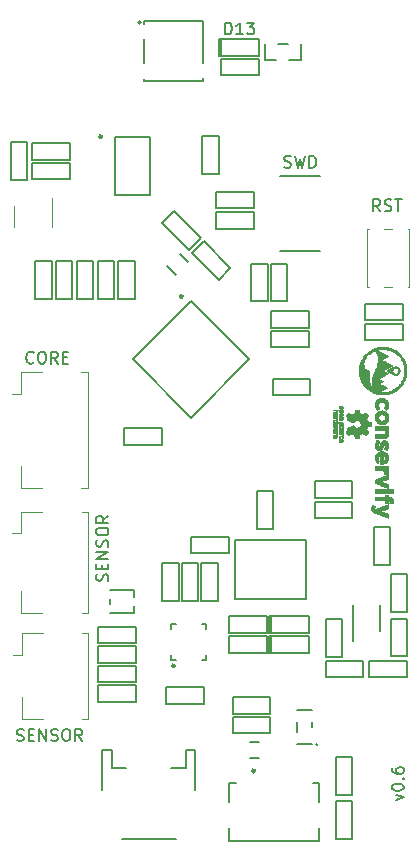
<source format=gbr>
G04 #@! TF.GenerationSoftware,KiCad,Pcbnew,5.0.0-fee4fd1~66~ubuntu16.04.1*
G04 #@! TF.CreationDate,2018-09-07T15:41:25-07:00*
G04 #@! TF.ProjectId,fk-sonar,666B2D736F6E61722E6B696361645F70,0.1*
G04 #@! TF.SameCoordinates,PX791ddc0PY791ddc0*
G04 #@! TF.FileFunction,Legend,Top*
G04 #@! TF.FilePolarity,Positive*
%FSLAX46Y46*%
G04 Gerber Fmt 4.6, Leading zero omitted, Abs format (unit mm)*
G04 Created by KiCad (PCBNEW 5.0.0-fee4fd1~66~ubuntu16.04.1) date Fri Sep  7 15:41:25 2018*
%MOMM*%
%LPD*%
G01*
G04 APERTURE LIST*
%ADD10C,0.200000*%
%ADD11C,0.150000*%
%ADD12C,0.300000*%
%ADD13C,0.120000*%
%ADD14C,0.010000*%
G04 APERTURE END LIST*
D10*
X-2411267Y35355258D02*
X-2458886Y35307639D01*
X-2601743Y35260020D01*
X-2696981Y35260020D01*
X-2839839Y35307639D01*
X-2935077Y35402877D01*
X-2982696Y35498115D01*
X-3030315Y35688591D01*
X-3030315Y35831448D01*
X-2982696Y36021924D01*
X-2935077Y36117162D01*
X-2839839Y36212400D01*
X-2696981Y36260020D01*
X-2601743Y36260020D01*
X-2458886Y36212400D01*
X-2411267Y36164781D01*
X-1792220Y36260020D02*
X-1601743Y36260020D01*
X-1506505Y36212400D01*
X-1411267Y36117162D01*
X-1363648Y35926686D01*
X-1363648Y35593353D01*
X-1411267Y35402877D01*
X-1506505Y35307639D01*
X-1601743Y35260020D01*
X-1792220Y35260020D01*
X-1887458Y35307639D01*
X-1982696Y35402877D01*
X-2030315Y35593353D01*
X-2030315Y35926686D01*
X-1982696Y36117162D01*
X-1887458Y36212400D01*
X-1792220Y36260020D01*
X-363648Y35260020D02*
X-696981Y35736210D01*
X-935077Y35260020D02*
X-935077Y36260020D01*
X-554124Y36260020D01*
X-458886Y36212400D01*
X-411267Y36164781D01*
X-363648Y36069543D01*
X-363648Y35926686D01*
X-411267Y35831448D01*
X-458886Y35783829D01*
X-554124Y35736210D01*
X-935077Y35736210D01*
X64923Y35783829D02*
X398257Y35783829D01*
X541114Y35260020D02*
X64923Y35260020D01*
X64923Y36260020D01*
X541114Y36260020D01*
X26935180Y48163220D02*
X26601847Y48639410D01*
X26363752Y48163220D02*
X26363752Y49163220D01*
X26744704Y49163220D01*
X26839942Y49115600D01*
X26887561Y49067981D01*
X26935180Y48972743D01*
X26935180Y48829886D01*
X26887561Y48734648D01*
X26839942Y48687029D01*
X26744704Y48639410D01*
X26363752Y48639410D01*
X27316133Y48210839D02*
X27458990Y48163220D01*
X27697085Y48163220D01*
X27792323Y48210839D01*
X27839942Y48258458D01*
X27887561Y48353696D01*
X27887561Y48448934D01*
X27839942Y48544172D01*
X27792323Y48591791D01*
X27697085Y48639410D01*
X27506609Y48687029D01*
X27411371Y48734648D01*
X27363752Y48782267D01*
X27316133Y48877505D01*
X27316133Y48972743D01*
X27363752Y49067981D01*
X27411371Y49115600D01*
X27506609Y49163220D01*
X27744704Y49163220D01*
X27887561Y49115600D01*
X28173276Y49163220D02*
X28744704Y49163220D01*
X28458990Y48163220D02*
X28458990Y49163220D01*
X13797114Y63123820D02*
X13797114Y64123820D01*
X14035209Y64123820D01*
X14178066Y64076200D01*
X14273304Y63980962D01*
X14320923Y63885724D01*
X14368542Y63695248D01*
X14368542Y63552391D01*
X14320923Y63361915D01*
X14273304Y63266677D01*
X14178066Y63171439D01*
X14035209Y63123820D01*
X13797114Y63123820D01*
X15320923Y63123820D02*
X14749495Y63123820D01*
X15035209Y63123820D02*
X15035209Y64123820D01*
X14939971Y63980962D01*
X14844733Y63885724D01*
X14749495Y63838105D01*
X15654257Y64123820D02*
X16273304Y64123820D01*
X15939971Y63742867D01*
X16082828Y63742867D01*
X16178066Y63695248D01*
X16225685Y63647629D01*
X16273304Y63552391D01*
X16273304Y63314296D01*
X16225685Y63219058D01*
X16178066Y63171439D01*
X16082828Y63123820D01*
X15797114Y63123820D01*
X15701876Y63171439D01*
X15654257Y63219058D01*
X3859161Y16846896D02*
X3906780Y16989753D01*
X3906780Y17227848D01*
X3859161Y17323086D01*
X3811542Y17370705D01*
X3716304Y17418324D01*
X3621066Y17418324D01*
X3525828Y17370705D01*
X3478209Y17323086D01*
X3430590Y17227848D01*
X3382971Y17037372D01*
X3335352Y16942134D01*
X3287733Y16894515D01*
X3192495Y16846896D01*
X3097257Y16846896D01*
X3002019Y16894515D01*
X2954400Y16942134D01*
X2906780Y17037372D01*
X2906780Y17275467D01*
X2954400Y17418324D01*
X3382971Y17846896D02*
X3382971Y18180229D01*
X3906780Y18323086D02*
X3906780Y17846896D01*
X2906780Y17846896D01*
X2906780Y18323086D01*
X3906780Y18751658D02*
X2906780Y18751658D01*
X3906780Y19323086D01*
X2906780Y19323086D01*
X3859161Y19751658D02*
X3906780Y19894515D01*
X3906780Y20132610D01*
X3859161Y20227848D01*
X3811542Y20275467D01*
X3716304Y20323086D01*
X3621066Y20323086D01*
X3525828Y20275467D01*
X3478209Y20227848D01*
X3430590Y20132610D01*
X3382971Y19942134D01*
X3335352Y19846896D01*
X3287733Y19799277D01*
X3192495Y19751658D01*
X3097257Y19751658D01*
X3002019Y19799277D01*
X2954400Y19846896D01*
X2906780Y19942134D01*
X2906780Y20180229D01*
X2954400Y20323086D01*
X2906780Y20942134D02*
X2906780Y21132610D01*
X2954400Y21227848D01*
X3049638Y21323086D01*
X3240114Y21370705D01*
X3573447Y21370705D01*
X3763923Y21323086D01*
X3859161Y21227848D01*
X3906780Y21132610D01*
X3906780Y20942134D01*
X3859161Y20846896D01*
X3763923Y20751658D01*
X3573447Y20704039D01*
X3240114Y20704039D01*
X3049638Y20751658D01*
X2954400Y20846896D01*
X2906780Y20942134D01*
X3906780Y22370705D02*
X3430590Y22037372D01*
X3906780Y21799277D02*
X2906780Y21799277D01*
X2906780Y22180229D01*
X2954400Y22275467D01*
X3002019Y22323086D01*
X3097257Y22370705D01*
X3240114Y22370705D01*
X3335352Y22323086D01*
X3382971Y22275467D01*
X3430590Y22180229D01*
X3430590Y21799277D01*
X-3828705Y3354439D02*
X-3685848Y3306820D01*
X-3447753Y3306820D01*
X-3352515Y3354439D01*
X-3304896Y3402058D01*
X-3257277Y3497296D01*
X-3257277Y3592534D01*
X-3304896Y3687772D01*
X-3352515Y3735391D01*
X-3447753Y3783010D01*
X-3638229Y3830629D01*
X-3733467Y3878248D01*
X-3781086Y3925867D01*
X-3828705Y4021105D01*
X-3828705Y4116343D01*
X-3781086Y4211581D01*
X-3733467Y4259200D01*
X-3638229Y4306820D01*
X-3400134Y4306820D01*
X-3257277Y4259200D01*
X-2828705Y3830629D02*
X-2495372Y3830629D01*
X-2352515Y3306820D02*
X-2828705Y3306820D01*
X-2828705Y4306820D01*
X-2352515Y4306820D01*
X-1923943Y3306820D02*
X-1923943Y4306820D01*
X-1352515Y3306820D01*
X-1352515Y4306820D01*
X-923943Y3354439D02*
X-781086Y3306820D01*
X-542991Y3306820D01*
X-447753Y3354439D01*
X-400134Y3402058D01*
X-352515Y3497296D01*
X-352515Y3592534D01*
X-400134Y3687772D01*
X-447753Y3735391D01*
X-542991Y3783010D01*
X-733467Y3830629D01*
X-828705Y3878248D01*
X-876324Y3925867D01*
X-923943Y4021105D01*
X-923943Y4116343D01*
X-876324Y4211581D01*
X-828705Y4259200D01*
X-733467Y4306820D01*
X-495372Y4306820D01*
X-352515Y4259200D01*
X266533Y4306820D02*
X457009Y4306820D01*
X552247Y4259200D01*
X647485Y4163962D01*
X695104Y3973486D01*
X695104Y3640153D01*
X647485Y3449677D01*
X552247Y3354439D01*
X457009Y3306820D01*
X266533Y3306820D01*
X171295Y3354439D01*
X76057Y3449677D01*
X28438Y3640153D01*
X28438Y3973486D01*
X76057Y4163962D01*
X171295Y4259200D01*
X266533Y4306820D01*
X1695104Y3306820D02*
X1361771Y3783010D01*
X1123676Y3306820D02*
X1123676Y4306820D01*
X1504628Y4306820D01*
X1599866Y4259200D01*
X1647485Y4211581D01*
X1695104Y4116343D01*
X1695104Y3973486D01*
X1647485Y3878248D01*
X1599866Y3830629D01*
X1504628Y3783010D01*
X1123676Y3783010D01*
X18797757Y51893839D02*
X18940614Y51846220D01*
X19178709Y51846220D01*
X19273947Y51893839D01*
X19321566Y51941458D01*
X19369185Y52036696D01*
X19369185Y52131934D01*
X19321566Y52227172D01*
X19273947Y52274791D01*
X19178709Y52322410D01*
X18988233Y52370029D01*
X18892995Y52417648D01*
X18845376Y52465267D01*
X18797757Y52560505D01*
X18797757Y52655743D01*
X18845376Y52750981D01*
X18892995Y52798600D01*
X18988233Y52846220D01*
X19226328Y52846220D01*
X19369185Y52798600D01*
X19702519Y52846220D02*
X19940614Y51846220D01*
X20131090Y52560505D01*
X20321566Y51846220D01*
X20559661Y52846220D01*
X20940614Y51846220D02*
X20940614Y52846220D01*
X21178709Y52846220D01*
X21321566Y52798600D01*
X21416804Y52703362D01*
X21464423Y52608124D01*
X21512042Y52417648D01*
X21512042Y52274791D01*
X21464423Y52084315D01*
X21416804Y51989077D01*
X21321566Y51893839D01*
X21178709Y51846220D01*
X20940614Y51846220D01*
X28259114Y-1707971D02*
X28925780Y-1469876D01*
X28259114Y-1231780D01*
X27925780Y-660352D02*
X27925780Y-565114D01*
X27973400Y-469876D01*
X28021019Y-422257D01*
X28116257Y-374638D01*
X28306733Y-327019D01*
X28544828Y-327019D01*
X28735304Y-374638D01*
X28830542Y-422257D01*
X28878161Y-469876D01*
X28925780Y-565114D01*
X28925780Y-660352D01*
X28878161Y-755590D01*
X28830542Y-803209D01*
X28735304Y-850828D01*
X28544828Y-898447D01*
X28306733Y-898447D01*
X28116257Y-850828D01*
X28021019Y-803209D01*
X27973400Y-755590D01*
X27925780Y-660352D01*
X28830542Y101553D02*
X28878161Y149172D01*
X28925780Y101553D01*
X28878161Y53934D01*
X28830542Y101553D01*
X28925780Y101553D01*
X27925780Y1006315D02*
X27925780Y815839D01*
X27973400Y720600D01*
X28021019Y672981D01*
X28163876Y577743D01*
X28354352Y530124D01*
X28735304Y530124D01*
X28830542Y577743D01*
X28878161Y625362D01*
X28925780Y720600D01*
X28925780Y911077D01*
X28878161Y1006315D01*
X28830542Y1053934D01*
X28735304Y1101553D01*
X28497209Y1101553D01*
X28401971Y1053934D01*
X28354352Y1006315D01*
X28306733Y911077D01*
X28306733Y720600D01*
X28354352Y625362D01*
X28401971Y577743D01*
X28497209Y530124D01*
D11*
G04 #@! TO.C,J5*
X4193400Y980100D02*
X5443400Y980100D01*
X10493400Y980100D02*
X9243400Y980100D01*
X3393400Y2580100D02*
X3393400Y-869900D01*
X4193400Y2580100D02*
X3393400Y2580100D01*
X4193400Y980100D02*
X4193400Y2580100D01*
X5043400Y-5019900D02*
X9643400Y-5019900D01*
X11293400Y2580100D02*
X11293400Y-869900D01*
X10493400Y2580100D02*
X11293400Y2580100D01*
X10493400Y980100D02*
X10493400Y2580100D01*
G04 #@! TO.C,J2*
X18480300Y44818300D02*
X21880300Y44818300D01*
X18480300Y51168300D02*
X21880300Y51168300D01*
G04 #@! TO.C,J4*
X14160600Y-5128800D02*
X21760600Y-5128800D01*
X14160600Y-5128800D02*
X14160600Y-4028800D01*
X21760600Y-4028800D02*
X21760600Y-5128800D01*
X14160600Y-278800D02*
X14710600Y-278800D01*
X14160600Y-1828800D02*
X14160600Y-278800D01*
X21760600Y-278800D02*
X21210600Y-278800D01*
X21760600Y-1828800D02*
X21760600Y-278800D01*
D12*
X16285311Y779200D02*
G75*
G03X16285311Y779200I-70711J0D01*
G01*
D13*
G04 #@! TO.C,SW1*
X25859800Y46671400D02*
X25959800Y46671400D01*
X29359800Y46671400D02*
X29259800Y46671400D01*
X29259800Y41771400D02*
X29359800Y41771400D01*
X25859800Y41771400D02*
X25959800Y41771400D01*
X27259800Y41771400D02*
X27959800Y41771400D01*
X27259800Y46671400D02*
X27959800Y46671400D01*
X25859800Y46671400D02*
X25859800Y41771400D01*
X29359800Y41771400D02*
X29359800Y46671400D01*
D14*
G04 #@! TO.C,G\002A\002A\002A*
G36*
X29159074Y34607953D02*
X29158597Y34563250D01*
X29157622Y34524761D01*
X29156003Y34490511D01*
X29153594Y34458528D01*
X29150246Y34426840D01*
X29145815Y34393473D01*
X29140152Y34356456D01*
X29133612Y34316783D01*
X29105570Y34180500D01*
X29067960Y34046972D01*
X29021110Y33916670D01*
X28965351Y33790067D01*
X28901015Y33667633D01*
X28828431Y33549841D01*
X28747930Y33437160D01*
X28659842Y33330064D01*
X28564498Y33229022D01*
X28462228Y33134507D01*
X28353363Y33046990D01*
X28238233Y32966942D01*
X28149423Y32912921D01*
X28022808Y32846037D01*
X27893381Y32788898D01*
X27761101Y32741495D01*
X27625925Y32703816D01*
X27487812Y32675851D01*
X27346720Y32657592D01*
X27202606Y32649027D01*
X27062709Y32649865D01*
X26922806Y32660074D01*
X26784365Y32680196D01*
X26647898Y32710028D01*
X26513918Y32749368D01*
X26382934Y32798013D01*
X26255459Y32855761D01*
X26132004Y32922409D01*
X26013080Y32997756D01*
X25899198Y33081598D01*
X25831996Y33137197D01*
X25798852Y33167052D01*
X25761548Y33202693D01*
X25722046Y33242087D01*
X25682308Y33283201D01*
X25644297Y33324003D01*
X25609975Y33362458D01*
X25581304Y33396535D01*
X25579477Y33398807D01*
X25493991Y33513382D01*
X25417074Y33632937D01*
X25349029Y33756923D01*
X25290160Y33884788D01*
X25244317Y34005520D01*
X25202488Y34143189D01*
X25170578Y34282532D01*
X25148639Y34423162D01*
X25136724Y34564689D01*
X25134883Y34706724D01*
X25138864Y34795460D01*
X25153411Y34937090D01*
X25177771Y35076604D01*
X25211734Y35213535D01*
X25255086Y35347418D01*
X25307618Y35477788D01*
X25369116Y35604179D01*
X25439370Y35726125D01*
X25518168Y35843162D01*
X25605299Y35954823D01*
X25700550Y36060643D01*
X25725189Y36085712D01*
X25829126Y36182587D01*
X25938728Y36271229D01*
X26053517Y36351495D01*
X26173013Y36423244D01*
X26296738Y36486333D01*
X26424211Y36540620D01*
X26521938Y36574513D01*
X26521938Y36376328D01*
X26514906Y36375325D01*
X26500128Y36370663D01*
X26479088Y36362930D01*
X26453268Y36352711D01*
X26424153Y36340595D01*
X26393226Y36327169D01*
X26362048Y36313055D01*
X26333438Y36298979D01*
X26298829Y36280641D01*
X26260656Y36259440D01*
X26221355Y36236776D01*
X26183363Y36214047D01*
X26149117Y36192654D01*
X26126560Y36177786D01*
X26031300Y36108013D01*
X25938978Y36030719D01*
X25851095Y35947399D01*
X25769152Y35859548D01*
X25694648Y35768660D01*
X25640789Y35693850D01*
X25612686Y35645281D01*
X25587658Y35587655D01*
X25565902Y35521661D01*
X25547619Y35447986D01*
X25533006Y35367317D01*
X25522790Y35285680D01*
X25521071Y35259084D01*
X25520320Y35225637D01*
X25520498Y35188599D01*
X25521568Y35151230D01*
X25523493Y35116789D01*
X25524942Y35099873D01*
X25534526Y35032966D01*
X25549178Y34971010D01*
X25568504Y34915157D01*
X25592104Y34866556D01*
X25619383Y34826598D01*
X25643900Y34800372D01*
X25669899Y34780778D01*
X25699850Y34766464D01*
X25736220Y34756079D01*
X25754747Y34752431D01*
X25803408Y34741391D01*
X25843691Y34726617D01*
X25876934Y34707341D01*
X25904476Y34682799D01*
X25926406Y34654177D01*
X25941840Y34627292D01*
X25955076Y34597377D01*
X25966236Y34563609D01*
X25975447Y34525160D01*
X25982832Y34481207D01*
X25988516Y34430923D01*
X25992624Y34373483D01*
X25995280Y34308061D01*
X25996610Y34233833D01*
X25996822Y34187875D01*
X25998211Y34068608D01*
X26002228Y33959012D01*
X26008869Y33859118D01*
X26018132Y33768958D01*
X26030015Y33688560D01*
X26040647Y33634680D01*
X26067370Y33534283D01*
X26101691Y33438593D01*
X26143232Y33348294D01*
X26191615Y33264074D01*
X26246461Y33186615D01*
X26307392Y33116604D01*
X26348410Y33076922D01*
X26368995Y33058325D01*
X26342282Y33111553D01*
X26329169Y33138692D01*
X26315632Y33168381D01*
X26303660Y33196189D01*
X26298044Y33210156D01*
X26285304Y33246729D01*
X26272306Y33290436D01*
X26259784Y33338300D01*
X26248473Y33387345D01*
X26239109Y33434592D01*
X26232743Y33474660D01*
X26229035Y33510392D01*
X26226267Y33553656D01*
X26224462Y33601867D01*
X26223641Y33652440D01*
X26223825Y33702788D01*
X26225038Y33750326D01*
X26227300Y33792469D01*
X26229826Y33820100D01*
X26249917Y33954555D01*
X26279230Y34091126D01*
X26317423Y34228502D01*
X26364154Y34365374D01*
X26388512Y34428024D01*
X26397090Y34449122D01*
X26405299Y34468966D01*
X26413666Y34488729D01*
X26422715Y34509588D01*
X26432972Y34532716D01*
X26444962Y34559288D01*
X26459211Y34590479D01*
X26476243Y34627462D01*
X26496585Y34671414D01*
X26518199Y34717990D01*
X26576425Y34852625D01*
X26625676Y34986277D01*
X26665932Y35118645D01*
X26697174Y35249428D01*
X26719382Y35378323D01*
X26732536Y35505031D01*
X26736615Y35629248D01*
X26731600Y35750674D01*
X26717470Y35869007D01*
X26694207Y35983945D01*
X26661790Y36095186D01*
X26620199Y36202430D01*
X26616835Y36210021D01*
X26605237Y36234739D01*
X26591735Y36261535D01*
X26577245Y36288808D01*
X26562679Y36314959D01*
X26548951Y36338388D01*
X26536973Y36357494D01*
X26527658Y36370676D01*
X26521938Y36376328D01*
X26521938Y36574513D01*
X26554955Y36585964D01*
X26688490Y36622222D01*
X26824336Y36649251D01*
X26962016Y36666911D01*
X27101049Y36675059D01*
X27203428Y36673957D01*
X27203428Y36489319D01*
X27143355Y36489292D01*
X27081749Y36487848D01*
X27021193Y36485063D01*
X26964266Y36481011D01*
X26913550Y36475768D01*
X26890980Y36472671D01*
X26856641Y36467091D01*
X26820378Y36460558D01*
X26783469Y36453368D01*
X26747194Y36445817D01*
X26712830Y36438201D01*
X26681657Y36430815D01*
X26654953Y36423956D01*
X26633997Y36417919D01*
X26620067Y36413001D01*
X26614442Y36409497D01*
X26614614Y36408713D01*
X26619384Y36406119D01*
X26632620Y36399219D01*
X26653733Y36388313D01*
X26682134Y36373705D01*
X26717234Y36355694D01*
X26758445Y36334583D01*
X26805177Y36310674D01*
X26856841Y36284267D01*
X26912848Y36255664D01*
X26972610Y36225167D01*
X27035537Y36193077D01*
X27101040Y36159696D01*
X27103219Y36158586D01*
X27168779Y36125156D01*
X27231759Y36092982D01*
X27291573Y36062364D01*
X27347633Y36033608D01*
X27399352Y36007016D01*
X27446143Y35982891D01*
X27487418Y35961537D01*
X27522590Y35943257D01*
X27551073Y35928354D01*
X27572278Y35917132D01*
X27585619Y35909894D01*
X27590509Y35906942D01*
X27590519Y35906921D01*
X27586362Y35903901D01*
X27573971Y35896536D01*
X27554090Y35885235D01*
X27527463Y35870406D01*
X27494836Y35852459D01*
X27456952Y35831801D01*
X27414557Y35808844D01*
X27368394Y35783994D01*
X27319210Y35757661D01*
X27302300Y35748639D01*
X27252243Y35721904D01*
X27204929Y35696531D01*
X27161107Y35672928D01*
X27121524Y35651504D01*
X27086928Y35632665D01*
X27058068Y35616819D01*
X27035692Y35604376D01*
X27020549Y35595742D01*
X27013385Y35591326D01*
X27012900Y35590864D01*
X27017316Y35588095D01*
X27030165Y35580978D01*
X27050857Y35569822D01*
X27078796Y35554941D01*
X27113391Y35536645D01*
X27154049Y35515246D01*
X27200175Y35491057D01*
X27251178Y35464388D01*
X27306464Y35435551D01*
X27365439Y35404858D01*
X27427511Y35372621D01*
X27481530Y35344618D01*
X27545816Y35311306D01*
X27607560Y35279282D01*
X27666166Y35248858D01*
X27721034Y35220346D01*
X27771565Y35194058D01*
X27817162Y35170306D01*
X27857225Y35149401D01*
X27891156Y35131657D01*
X27918356Y35117385D01*
X27938226Y35106897D01*
X27950168Y35100505D01*
X27953631Y35098534D01*
X27949761Y35095710D01*
X27937538Y35088458D01*
X27917580Y35077113D01*
X27890506Y35062015D01*
X27856934Y35043503D01*
X27817482Y35021913D01*
X27772770Y34997585D01*
X27723415Y34970857D01*
X27670036Y34942067D01*
X27613251Y34911553D01*
X27553679Y34879653D01*
X27543475Y34874200D01*
X27483425Y34842091D01*
X27425993Y34811329D01*
X27371805Y34782252D01*
X27321485Y34755197D01*
X27275658Y34730502D01*
X27234949Y34708504D01*
X27199982Y34689542D01*
X27171382Y34673954D01*
X27149775Y34662075D01*
X27135784Y34654246D01*
X27130034Y34650802D01*
X27129921Y34650680D01*
X27134307Y34647913D01*
X27146854Y34640961D01*
X27166685Y34630289D01*
X27192924Y34616359D01*
X27224697Y34599634D01*
X27261128Y34580575D01*
X27301340Y34559646D01*
X27344459Y34537310D01*
X27345767Y34536634D01*
X27388963Y34514241D01*
X27429275Y34493210D01*
X27465827Y34474005D01*
X27497744Y34457094D01*
X27524148Y34442943D01*
X27544166Y34432018D01*
X27556921Y34424787D01*
X27561537Y34421715D01*
X27561540Y34421693D01*
X27557163Y34418845D01*
X27544456Y34411566D01*
X27524057Y34400204D01*
X27496603Y34385104D01*
X27462732Y34366613D01*
X27423081Y34345077D01*
X27378288Y34320842D01*
X27328990Y34294255D01*
X27275825Y34265663D01*
X27219431Y34235410D01*
X27164030Y34205761D01*
X27104673Y34174023D01*
X27047567Y34143476D01*
X26993393Y34114485D01*
X26942829Y34087412D01*
X26896554Y34062622D01*
X26855246Y34040478D01*
X26819585Y34021345D01*
X26790248Y34005586D01*
X26767915Y33993565D01*
X26753264Y33985645D01*
X26747250Y33982350D01*
X26727980Y33971438D01*
X26930130Y33866902D01*
X26971874Y33845223D01*
X27010677Y33824893D01*
X27045637Y33806397D01*
X27075855Y33790220D01*
X27100430Y33776846D01*
X27118460Y33766762D01*
X27129045Y33760451D01*
X27131554Y33758466D01*
X27127061Y33755262D01*
X27114594Y33747858D01*
X27095155Y33736813D01*
X27069749Y33722686D01*
X27039377Y33706033D01*
X27005045Y33687413D01*
X26967830Y33667424D01*
X26930722Y33647464D01*
X26896741Y33628952D01*
X26866859Y33612436D01*
X26842051Y33598464D01*
X26823292Y33587586D01*
X26811554Y33580350D01*
X26807811Y33577304D01*
X26807820Y33577294D01*
X26812708Y33574535D01*
X26825918Y33567486D01*
X26846741Y33556517D01*
X26874470Y33541995D01*
X26908398Y33524290D01*
X26947816Y33503770D01*
X26992018Y33480805D01*
X27040295Y33455763D01*
X27091940Y33429013D01*
X27146245Y33400923D01*
X27147985Y33400024D01*
X27202276Y33371928D01*
X27253857Y33345168D01*
X27302029Y33320111D01*
X27346094Y33297124D01*
X27385350Y33276575D01*
X27419100Y33258829D01*
X27446644Y33244253D01*
X27467282Y33233216D01*
X27480314Y33226083D01*
X27485043Y33223221D01*
X27485049Y33223200D01*
X27480743Y33220308D01*
X27468329Y33212762D01*
X27448508Y33200970D01*
X27421981Y33185343D01*
X27389449Y33166290D01*
X27351611Y33144221D01*
X27309169Y33119546D01*
X27262823Y33092673D01*
X27213273Y33064013D01*
X27172699Y33040593D01*
X27121230Y33010830D01*
X27072512Y32982504D01*
X27027236Y32956024D01*
X26986091Y32931801D01*
X26949768Y32910247D01*
X26918956Y32891773D01*
X26894345Y32876789D01*
X26876625Y32865706D01*
X26866487Y32858935D01*
X26864292Y32856904D01*
X26872684Y32853525D01*
X26889901Y32850144D01*
X26914606Y32846864D01*
X26945465Y32843787D01*
X26981142Y32841014D01*
X27020302Y32838649D01*
X27061609Y32836794D01*
X27103729Y32835551D01*
X27145326Y32835022D01*
X27150060Y32835011D01*
X27237432Y32836336D01*
X27317916Y32840718D01*
X27394409Y32848480D01*
X27469808Y32859944D01*
X27547010Y32875434D01*
X27579320Y32882896D01*
X27708495Y32918606D01*
X27832843Y32962991D01*
X27953142Y33016393D01*
X28070168Y33079151D01*
X28171140Y33142442D01*
X28223926Y33178845D01*
X28271684Y33214194D01*
X28316754Y33250427D01*
X28361471Y33289486D01*
X28408175Y33333309D01*
X28445679Y33370235D01*
X28510408Y33437459D01*
X28567862Y33502627D01*
X28619909Y33568110D01*
X28668419Y33636279D01*
X28715260Y33709503D01*
X28722174Y33720930D01*
X28787243Y33838861D01*
X28842948Y33960172D01*
X28889304Y34084333D01*
X28926324Y34210816D01*
X28954023Y34339092D01*
X28972416Y34468634D01*
X28981516Y34598913D01*
X28981338Y34729399D01*
X28971897Y34859565D01*
X28953207Y34988883D01*
X28925282Y35116823D01*
X28888137Y35242857D01*
X28841786Y35366457D01*
X28786243Y35487095D01*
X28721523Y35604241D01*
X28668660Y35687000D01*
X28588531Y35796387D01*
X28501209Y35898838D01*
X28407152Y35994082D01*
X28306820Y36081850D01*
X28200672Y36161874D01*
X28089167Y36233883D01*
X27972764Y36297608D01*
X27851923Y36352781D01*
X27727103Y36399130D01*
X27598764Y36436388D01*
X27467363Y36464284D01*
X27333361Y36482550D01*
X27308656Y36484824D01*
X27259389Y36487855D01*
X27203428Y36489319D01*
X27203428Y36673957D01*
X27240956Y36673552D01*
X27381259Y36662249D01*
X27521478Y36641007D01*
X27566966Y36631937D01*
X27703828Y36597940D01*
X27836782Y36554808D01*
X27965475Y36502905D01*
X28089559Y36442595D01*
X28208683Y36374241D01*
X28322495Y36298207D01*
X28430646Y36214858D01*
X28532785Y36124556D01*
X28628561Y36027667D01*
X28717624Y35924552D01*
X28799623Y35815577D01*
X28874208Y35701105D01*
X28941028Y35581501D01*
X28999732Y35457126D01*
X29049970Y35328347D01*
X29091392Y35195526D01*
X29123646Y35059026D01*
X29133424Y35006280D01*
X29140412Y34964495D01*
X29146029Y34927889D01*
X29150421Y34894512D01*
X29153733Y34862415D01*
X29156112Y34829647D01*
X29157702Y34794259D01*
X29158650Y34754300D01*
X29159100Y34707822D01*
X29159200Y34660840D01*
X29159074Y34607953D01*
X29159074Y34607953D01*
G37*
X29159074Y34607953D02*
X29158597Y34563250D01*
X29157622Y34524761D01*
X29156003Y34490511D01*
X29153594Y34458528D01*
X29150246Y34426840D01*
X29145815Y34393473D01*
X29140152Y34356456D01*
X29133612Y34316783D01*
X29105570Y34180500D01*
X29067960Y34046972D01*
X29021110Y33916670D01*
X28965351Y33790067D01*
X28901015Y33667633D01*
X28828431Y33549841D01*
X28747930Y33437160D01*
X28659842Y33330064D01*
X28564498Y33229022D01*
X28462228Y33134507D01*
X28353363Y33046990D01*
X28238233Y32966942D01*
X28149423Y32912921D01*
X28022808Y32846037D01*
X27893381Y32788898D01*
X27761101Y32741495D01*
X27625925Y32703816D01*
X27487812Y32675851D01*
X27346720Y32657592D01*
X27202606Y32649027D01*
X27062709Y32649865D01*
X26922806Y32660074D01*
X26784365Y32680196D01*
X26647898Y32710028D01*
X26513918Y32749368D01*
X26382934Y32798013D01*
X26255459Y32855761D01*
X26132004Y32922409D01*
X26013080Y32997756D01*
X25899198Y33081598D01*
X25831996Y33137197D01*
X25798852Y33167052D01*
X25761548Y33202693D01*
X25722046Y33242087D01*
X25682308Y33283201D01*
X25644297Y33324003D01*
X25609975Y33362458D01*
X25581304Y33396535D01*
X25579477Y33398807D01*
X25493991Y33513382D01*
X25417074Y33632937D01*
X25349029Y33756923D01*
X25290160Y33884788D01*
X25244317Y34005520D01*
X25202488Y34143189D01*
X25170578Y34282532D01*
X25148639Y34423162D01*
X25136724Y34564689D01*
X25134883Y34706724D01*
X25138864Y34795460D01*
X25153411Y34937090D01*
X25177771Y35076604D01*
X25211734Y35213535D01*
X25255086Y35347418D01*
X25307618Y35477788D01*
X25369116Y35604179D01*
X25439370Y35726125D01*
X25518168Y35843162D01*
X25605299Y35954823D01*
X25700550Y36060643D01*
X25725189Y36085712D01*
X25829126Y36182587D01*
X25938728Y36271229D01*
X26053517Y36351495D01*
X26173013Y36423244D01*
X26296738Y36486333D01*
X26424211Y36540620D01*
X26521938Y36574513D01*
X26521938Y36376328D01*
X26514906Y36375325D01*
X26500128Y36370663D01*
X26479088Y36362930D01*
X26453268Y36352711D01*
X26424153Y36340595D01*
X26393226Y36327169D01*
X26362048Y36313055D01*
X26333438Y36298979D01*
X26298829Y36280641D01*
X26260656Y36259440D01*
X26221355Y36236776D01*
X26183363Y36214047D01*
X26149117Y36192654D01*
X26126560Y36177786D01*
X26031300Y36108013D01*
X25938978Y36030719D01*
X25851095Y35947399D01*
X25769152Y35859548D01*
X25694648Y35768660D01*
X25640789Y35693850D01*
X25612686Y35645281D01*
X25587658Y35587655D01*
X25565902Y35521661D01*
X25547619Y35447986D01*
X25533006Y35367317D01*
X25522790Y35285680D01*
X25521071Y35259084D01*
X25520320Y35225637D01*
X25520498Y35188599D01*
X25521568Y35151230D01*
X25523493Y35116789D01*
X25524942Y35099873D01*
X25534526Y35032966D01*
X25549178Y34971010D01*
X25568504Y34915157D01*
X25592104Y34866556D01*
X25619383Y34826598D01*
X25643900Y34800372D01*
X25669899Y34780778D01*
X25699850Y34766464D01*
X25736220Y34756079D01*
X25754747Y34752431D01*
X25803408Y34741391D01*
X25843691Y34726617D01*
X25876934Y34707341D01*
X25904476Y34682799D01*
X25926406Y34654177D01*
X25941840Y34627292D01*
X25955076Y34597377D01*
X25966236Y34563609D01*
X25975447Y34525160D01*
X25982832Y34481207D01*
X25988516Y34430923D01*
X25992624Y34373483D01*
X25995280Y34308061D01*
X25996610Y34233833D01*
X25996822Y34187875D01*
X25998211Y34068608D01*
X26002228Y33959012D01*
X26008869Y33859118D01*
X26018132Y33768958D01*
X26030015Y33688560D01*
X26040647Y33634680D01*
X26067370Y33534283D01*
X26101691Y33438593D01*
X26143232Y33348294D01*
X26191615Y33264074D01*
X26246461Y33186615D01*
X26307392Y33116604D01*
X26348410Y33076922D01*
X26368995Y33058325D01*
X26342282Y33111553D01*
X26329169Y33138692D01*
X26315632Y33168381D01*
X26303660Y33196189D01*
X26298044Y33210156D01*
X26285304Y33246729D01*
X26272306Y33290436D01*
X26259784Y33338300D01*
X26248473Y33387345D01*
X26239109Y33434592D01*
X26232743Y33474660D01*
X26229035Y33510392D01*
X26226267Y33553656D01*
X26224462Y33601867D01*
X26223641Y33652440D01*
X26223825Y33702788D01*
X26225038Y33750326D01*
X26227300Y33792469D01*
X26229826Y33820100D01*
X26249917Y33954555D01*
X26279230Y34091126D01*
X26317423Y34228502D01*
X26364154Y34365374D01*
X26388512Y34428024D01*
X26397090Y34449122D01*
X26405299Y34468966D01*
X26413666Y34488729D01*
X26422715Y34509588D01*
X26432972Y34532716D01*
X26444962Y34559288D01*
X26459211Y34590479D01*
X26476243Y34627462D01*
X26496585Y34671414D01*
X26518199Y34717990D01*
X26576425Y34852625D01*
X26625676Y34986277D01*
X26665932Y35118645D01*
X26697174Y35249428D01*
X26719382Y35378323D01*
X26732536Y35505031D01*
X26736615Y35629248D01*
X26731600Y35750674D01*
X26717470Y35869007D01*
X26694207Y35983945D01*
X26661790Y36095186D01*
X26620199Y36202430D01*
X26616835Y36210021D01*
X26605237Y36234739D01*
X26591735Y36261535D01*
X26577245Y36288808D01*
X26562679Y36314959D01*
X26548951Y36338388D01*
X26536973Y36357494D01*
X26527658Y36370676D01*
X26521938Y36376328D01*
X26521938Y36574513D01*
X26554955Y36585964D01*
X26688490Y36622222D01*
X26824336Y36649251D01*
X26962016Y36666911D01*
X27101049Y36675059D01*
X27203428Y36673957D01*
X27203428Y36489319D01*
X27143355Y36489292D01*
X27081749Y36487848D01*
X27021193Y36485063D01*
X26964266Y36481011D01*
X26913550Y36475768D01*
X26890980Y36472671D01*
X26856641Y36467091D01*
X26820378Y36460558D01*
X26783469Y36453368D01*
X26747194Y36445817D01*
X26712830Y36438201D01*
X26681657Y36430815D01*
X26654953Y36423956D01*
X26633997Y36417919D01*
X26620067Y36413001D01*
X26614442Y36409497D01*
X26614614Y36408713D01*
X26619384Y36406119D01*
X26632620Y36399219D01*
X26653733Y36388313D01*
X26682134Y36373705D01*
X26717234Y36355694D01*
X26758445Y36334583D01*
X26805177Y36310674D01*
X26856841Y36284267D01*
X26912848Y36255664D01*
X26972610Y36225167D01*
X27035537Y36193077D01*
X27101040Y36159696D01*
X27103219Y36158586D01*
X27168779Y36125156D01*
X27231759Y36092982D01*
X27291573Y36062364D01*
X27347633Y36033608D01*
X27399352Y36007016D01*
X27446143Y35982891D01*
X27487418Y35961537D01*
X27522590Y35943257D01*
X27551073Y35928354D01*
X27572278Y35917132D01*
X27585619Y35909894D01*
X27590509Y35906942D01*
X27590519Y35906921D01*
X27586362Y35903901D01*
X27573971Y35896536D01*
X27554090Y35885235D01*
X27527463Y35870406D01*
X27494836Y35852459D01*
X27456952Y35831801D01*
X27414557Y35808844D01*
X27368394Y35783994D01*
X27319210Y35757661D01*
X27302300Y35748639D01*
X27252243Y35721904D01*
X27204929Y35696531D01*
X27161107Y35672928D01*
X27121524Y35651504D01*
X27086928Y35632665D01*
X27058068Y35616819D01*
X27035692Y35604376D01*
X27020549Y35595742D01*
X27013385Y35591326D01*
X27012900Y35590864D01*
X27017316Y35588095D01*
X27030165Y35580978D01*
X27050857Y35569822D01*
X27078796Y35554941D01*
X27113391Y35536645D01*
X27154049Y35515246D01*
X27200175Y35491057D01*
X27251178Y35464388D01*
X27306464Y35435551D01*
X27365439Y35404858D01*
X27427511Y35372621D01*
X27481530Y35344618D01*
X27545816Y35311306D01*
X27607560Y35279282D01*
X27666166Y35248858D01*
X27721034Y35220346D01*
X27771565Y35194058D01*
X27817162Y35170306D01*
X27857225Y35149401D01*
X27891156Y35131657D01*
X27918356Y35117385D01*
X27938226Y35106897D01*
X27950168Y35100505D01*
X27953631Y35098534D01*
X27949761Y35095710D01*
X27937538Y35088458D01*
X27917580Y35077113D01*
X27890506Y35062015D01*
X27856934Y35043503D01*
X27817482Y35021913D01*
X27772770Y34997585D01*
X27723415Y34970857D01*
X27670036Y34942067D01*
X27613251Y34911553D01*
X27553679Y34879653D01*
X27543475Y34874200D01*
X27483425Y34842091D01*
X27425993Y34811329D01*
X27371805Y34782252D01*
X27321485Y34755197D01*
X27275658Y34730502D01*
X27234949Y34708504D01*
X27199982Y34689542D01*
X27171382Y34673954D01*
X27149775Y34662075D01*
X27135784Y34654246D01*
X27130034Y34650802D01*
X27129921Y34650680D01*
X27134307Y34647913D01*
X27146854Y34640961D01*
X27166685Y34630289D01*
X27192924Y34616359D01*
X27224697Y34599634D01*
X27261128Y34580575D01*
X27301340Y34559646D01*
X27344459Y34537310D01*
X27345767Y34536634D01*
X27388963Y34514241D01*
X27429275Y34493210D01*
X27465827Y34474005D01*
X27497744Y34457094D01*
X27524148Y34442943D01*
X27544166Y34432018D01*
X27556921Y34424787D01*
X27561537Y34421715D01*
X27561540Y34421693D01*
X27557163Y34418845D01*
X27544456Y34411566D01*
X27524057Y34400204D01*
X27496603Y34385104D01*
X27462732Y34366613D01*
X27423081Y34345077D01*
X27378288Y34320842D01*
X27328990Y34294255D01*
X27275825Y34265663D01*
X27219431Y34235410D01*
X27164030Y34205761D01*
X27104673Y34174023D01*
X27047567Y34143476D01*
X26993393Y34114485D01*
X26942829Y34087412D01*
X26896554Y34062622D01*
X26855246Y34040478D01*
X26819585Y34021345D01*
X26790248Y34005586D01*
X26767915Y33993565D01*
X26753264Y33985645D01*
X26747250Y33982350D01*
X26727980Y33971438D01*
X26930130Y33866902D01*
X26971874Y33845223D01*
X27010677Y33824893D01*
X27045637Y33806397D01*
X27075855Y33790220D01*
X27100430Y33776846D01*
X27118460Y33766762D01*
X27129045Y33760451D01*
X27131554Y33758466D01*
X27127061Y33755262D01*
X27114594Y33747858D01*
X27095155Y33736813D01*
X27069749Y33722686D01*
X27039377Y33706033D01*
X27005045Y33687413D01*
X26967830Y33667424D01*
X26930722Y33647464D01*
X26896741Y33628952D01*
X26866859Y33612436D01*
X26842051Y33598464D01*
X26823292Y33587586D01*
X26811554Y33580350D01*
X26807811Y33577304D01*
X26807820Y33577294D01*
X26812708Y33574535D01*
X26825918Y33567486D01*
X26846741Y33556517D01*
X26874470Y33541995D01*
X26908398Y33524290D01*
X26947816Y33503770D01*
X26992018Y33480805D01*
X27040295Y33455763D01*
X27091940Y33429013D01*
X27146245Y33400923D01*
X27147985Y33400024D01*
X27202276Y33371928D01*
X27253857Y33345168D01*
X27302029Y33320111D01*
X27346094Y33297124D01*
X27385350Y33276575D01*
X27419100Y33258829D01*
X27446644Y33244253D01*
X27467282Y33233216D01*
X27480314Y33226083D01*
X27485043Y33223221D01*
X27485049Y33223200D01*
X27480743Y33220308D01*
X27468329Y33212762D01*
X27448508Y33200970D01*
X27421981Y33185343D01*
X27389449Y33166290D01*
X27351611Y33144221D01*
X27309169Y33119546D01*
X27262823Y33092673D01*
X27213273Y33064013D01*
X27172699Y33040593D01*
X27121230Y33010830D01*
X27072512Y32982504D01*
X27027236Y32956024D01*
X26986091Y32931801D01*
X26949768Y32910247D01*
X26918956Y32891773D01*
X26894345Y32876789D01*
X26876625Y32865706D01*
X26866487Y32858935D01*
X26864292Y32856904D01*
X26872684Y32853525D01*
X26889901Y32850144D01*
X26914606Y32846864D01*
X26945465Y32843787D01*
X26981142Y32841014D01*
X27020302Y32838649D01*
X27061609Y32836794D01*
X27103729Y32835551D01*
X27145326Y32835022D01*
X27150060Y32835011D01*
X27237432Y32836336D01*
X27317916Y32840718D01*
X27394409Y32848480D01*
X27469808Y32859944D01*
X27547010Y32875434D01*
X27579320Y32882896D01*
X27708495Y32918606D01*
X27832843Y32962991D01*
X27953142Y33016393D01*
X28070168Y33079151D01*
X28171140Y33142442D01*
X28223926Y33178845D01*
X28271684Y33214194D01*
X28316754Y33250427D01*
X28361471Y33289486D01*
X28408175Y33333309D01*
X28445679Y33370235D01*
X28510408Y33437459D01*
X28567862Y33502627D01*
X28619909Y33568110D01*
X28668419Y33636279D01*
X28715260Y33709503D01*
X28722174Y33720930D01*
X28787243Y33838861D01*
X28842948Y33960172D01*
X28889304Y34084333D01*
X28926324Y34210816D01*
X28954023Y34339092D01*
X28972416Y34468634D01*
X28981516Y34598913D01*
X28981338Y34729399D01*
X28971897Y34859565D01*
X28953207Y34988883D01*
X28925282Y35116823D01*
X28888137Y35242857D01*
X28841786Y35366457D01*
X28786243Y35487095D01*
X28721523Y35604241D01*
X28668660Y35687000D01*
X28588531Y35796387D01*
X28501209Y35898838D01*
X28407152Y35994082D01*
X28306820Y36081850D01*
X28200672Y36161874D01*
X28089167Y36233883D01*
X27972764Y36297608D01*
X27851923Y36352781D01*
X27727103Y36399130D01*
X27598764Y36436388D01*
X27467363Y36464284D01*
X27333361Y36482550D01*
X27308656Y36484824D01*
X27259389Y36487855D01*
X27203428Y36489319D01*
X27203428Y36673957D01*
X27240956Y36673552D01*
X27381259Y36662249D01*
X27521478Y36641007D01*
X27566966Y36631937D01*
X27703828Y36597940D01*
X27836782Y36554808D01*
X27965475Y36502905D01*
X28089559Y36442595D01*
X28208683Y36374241D01*
X28322495Y36298207D01*
X28430646Y36214858D01*
X28532785Y36124556D01*
X28628561Y36027667D01*
X28717624Y35924552D01*
X28799623Y35815577D01*
X28874208Y35701105D01*
X28941028Y35581501D01*
X28999732Y35457126D01*
X29049970Y35328347D01*
X29091392Y35195526D01*
X29123646Y35059026D01*
X29133424Y35006280D01*
X29140412Y34964495D01*
X29146029Y34927889D01*
X29150421Y34894512D01*
X29153733Y34862415D01*
X29156112Y34829647D01*
X29157702Y34794259D01*
X29158650Y34754300D01*
X29159100Y34707822D01*
X29159200Y34660840D01*
X29159074Y34607953D01*
G36*
X27602121Y22329006D02*
X27601952Y22292802D01*
X27601688Y22261249D01*
X27601344Y22235546D01*
X27600934Y22216889D01*
X27600473Y22206474D01*
X27600177Y22204680D01*
X27594394Y22206454D01*
X27579816Y22211598D01*
X27557135Y22219851D01*
X27527046Y22230950D01*
X27490240Y22244630D01*
X27447410Y22260629D01*
X27399249Y22278685D01*
X27346451Y22298534D01*
X27289707Y22319913D01*
X27229711Y22342559D01*
X27167156Y22366209D01*
X27102734Y22390600D01*
X27037138Y22415469D01*
X26971061Y22440553D01*
X26905196Y22465589D01*
X26840235Y22490314D01*
X26776872Y22514464D01*
X26715800Y22537778D01*
X26657710Y22559991D01*
X26603296Y22580841D01*
X26553251Y22600064D01*
X26508268Y22617399D01*
X26469039Y22632581D01*
X26436257Y22645348D01*
X26410616Y22655436D01*
X26392807Y22662583D01*
X26383524Y22666525D01*
X26382980Y22666788D01*
X26326786Y22698753D01*
X26280162Y22733553D01*
X26242840Y22771484D01*
X26214552Y22812844D01*
X26195031Y22857931D01*
X26188274Y22882860D01*
X26182235Y22919523D01*
X26178592Y22961603D01*
X26177558Y23004596D01*
X26179344Y23043995D01*
X26180278Y23052934D01*
X26189612Y23105931D01*
X26205389Y23158925D01*
X26211336Y23174960D01*
X26220117Y23196399D01*
X26229698Y23217673D01*
X26239053Y23236741D01*
X26247155Y23251563D01*
X26252978Y23260098D01*
X26254784Y23261374D01*
X26261106Y23259313D01*
X26274773Y23253558D01*
X26294255Y23244839D01*
X26318028Y23233887D01*
X26344563Y23221434D01*
X26372334Y23208211D01*
X26399813Y23194950D01*
X26425475Y23182380D01*
X26447792Y23171235D01*
X26465237Y23162244D01*
X26476283Y23156139D01*
X26479500Y23153759D01*
X26477357Y23147019D01*
X26471841Y23134485D01*
X26466758Y23124077D01*
X26449831Y23082824D01*
X26441044Y23042644D01*
X26440643Y23005089D01*
X26444531Y22984460D01*
X26452271Y22967912D01*
X26465274Y22950547D01*
X26480773Y22935349D01*
X26495995Y22925297D01*
X26501243Y22923419D01*
X26508080Y22924805D01*
X26524337Y22929997D01*
X26550012Y22938994D01*
X26585104Y22951796D01*
X26629613Y22968402D01*
X26683536Y22988813D01*
X26746873Y23013027D01*
X26819624Y23041044D01*
X26901786Y23072865D01*
X26993360Y23108488D01*
X27052703Y23131640D01*
X27123449Y23159253D01*
X27191572Y23185811D01*
X27256471Y23211082D01*
X27317547Y23234834D01*
X27374201Y23256835D01*
X27425834Y23276852D01*
X27471844Y23294653D01*
X27511633Y23310007D01*
X27544602Y23322681D01*
X27570149Y23332443D01*
X27587677Y23339060D01*
X27596585Y23342301D01*
X27597603Y23342600D01*
X27598845Y23337656D01*
X27599843Y23323359D01*
X27600581Y23300514D01*
X27601042Y23269926D01*
X27601210Y23232401D01*
X27601068Y23188742D01*
X27600980Y23176652D01*
X27599640Y23010704D01*
X27234432Y22888970D01*
X26869224Y22767235D01*
X27127752Y22684193D01*
X27181270Y22667011D01*
X27235417Y22649642D01*
X27288742Y22632552D01*
X27339791Y22616206D01*
X27387111Y22601067D01*
X27429251Y22587602D01*
X27464757Y22576275D01*
X27492176Y22567552D01*
X27494230Y22566900D01*
X27602180Y22532649D01*
X27602180Y22368665D01*
X27602121Y22329006D01*
X27602121Y22329006D01*
G37*
X27602121Y22329006D02*
X27601952Y22292802D01*
X27601688Y22261249D01*
X27601344Y22235546D01*
X27600934Y22216889D01*
X27600473Y22206474D01*
X27600177Y22204680D01*
X27594394Y22206454D01*
X27579816Y22211598D01*
X27557135Y22219851D01*
X27527046Y22230950D01*
X27490240Y22244630D01*
X27447410Y22260629D01*
X27399249Y22278685D01*
X27346451Y22298534D01*
X27289707Y22319913D01*
X27229711Y22342559D01*
X27167156Y22366209D01*
X27102734Y22390600D01*
X27037138Y22415469D01*
X26971061Y22440553D01*
X26905196Y22465589D01*
X26840235Y22490314D01*
X26776872Y22514464D01*
X26715800Y22537778D01*
X26657710Y22559991D01*
X26603296Y22580841D01*
X26553251Y22600064D01*
X26508268Y22617399D01*
X26469039Y22632581D01*
X26436257Y22645348D01*
X26410616Y22655436D01*
X26392807Y22662583D01*
X26383524Y22666525D01*
X26382980Y22666788D01*
X26326786Y22698753D01*
X26280162Y22733553D01*
X26242840Y22771484D01*
X26214552Y22812844D01*
X26195031Y22857931D01*
X26188274Y22882860D01*
X26182235Y22919523D01*
X26178592Y22961603D01*
X26177558Y23004596D01*
X26179344Y23043995D01*
X26180278Y23052934D01*
X26189612Y23105931D01*
X26205389Y23158925D01*
X26211336Y23174960D01*
X26220117Y23196399D01*
X26229698Y23217673D01*
X26239053Y23236741D01*
X26247155Y23251563D01*
X26252978Y23260098D01*
X26254784Y23261374D01*
X26261106Y23259313D01*
X26274773Y23253558D01*
X26294255Y23244839D01*
X26318028Y23233887D01*
X26344563Y23221434D01*
X26372334Y23208211D01*
X26399813Y23194950D01*
X26425475Y23182380D01*
X26447792Y23171235D01*
X26465237Y23162244D01*
X26476283Y23156139D01*
X26479500Y23153759D01*
X26477357Y23147019D01*
X26471841Y23134485D01*
X26466758Y23124077D01*
X26449831Y23082824D01*
X26441044Y23042644D01*
X26440643Y23005089D01*
X26444531Y22984460D01*
X26452271Y22967912D01*
X26465274Y22950547D01*
X26480773Y22935349D01*
X26495995Y22925297D01*
X26501243Y22923419D01*
X26508080Y22924805D01*
X26524337Y22929997D01*
X26550012Y22938994D01*
X26585104Y22951796D01*
X26629613Y22968402D01*
X26683536Y22988813D01*
X26746873Y23013027D01*
X26819624Y23041044D01*
X26901786Y23072865D01*
X26993360Y23108488D01*
X27052703Y23131640D01*
X27123449Y23159253D01*
X27191572Y23185811D01*
X27256471Y23211082D01*
X27317547Y23234834D01*
X27374201Y23256835D01*
X27425834Y23276852D01*
X27471844Y23294653D01*
X27511633Y23310007D01*
X27544602Y23322681D01*
X27570149Y23332443D01*
X27587677Y23339060D01*
X27596585Y23342301D01*
X27597603Y23342600D01*
X27598845Y23337656D01*
X27599843Y23323359D01*
X27600581Y23300514D01*
X27601042Y23269926D01*
X27601210Y23232401D01*
X27601068Y23188742D01*
X27600980Y23176652D01*
X27599640Y23010704D01*
X27234432Y22888970D01*
X26869224Y22767235D01*
X27127752Y22684193D01*
X27181270Y22667011D01*
X27235417Y22649642D01*
X27288742Y22632552D01*
X27339791Y22616206D01*
X27387111Y22601067D01*
X27429251Y22587602D01*
X27464757Y22576275D01*
X27492176Y22567552D01*
X27494230Y22566900D01*
X27602180Y22532649D01*
X27602180Y22368665D01*
X27602121Y22329006D01*
G36*
X27619528Y31691152D02*
X27609386Y31621471D01*
X27592182Y31557676D01*
X27567515Y31498711D01*
X27534982Y31443516D01*
X27494180Y31391033D01*
X27469805Y31364710D01*
X27438323Y31332480D01*
X27407222Y31362463D01*
X27393282Y31375783D01*
X27373783Y31394255D01*
X27350601Y31416107D01*
X27325616Y31439568D01*
X27303833Y31459948D01*
X27231545Y31527451D01*
X27263094Y31562259D01*
X27295546Y31601367D01*
X27319663Y31638564D01*
X27336438Y31675963D01*
X27346867Y31715676D01*
X27351221Y31749456D01*
X27350787Y31800900D01*
X27340821Y31848834D01*
X27321357Y31893165D01*
X27292433Y31933800D01*
X27272394Y31954645D01*
X27230824Y31987695D01*
X27185214Y32011965D01*
X27134884Y32027707D01*
X27079155Y32035175D01*
X27053540Y32035904D01*
X26996081Y32031476D01*
X26942664Y32018366D01*
X26894044Y31996866D01*
X26850976Y31967270D01*
X26832349Y31950125D01*
X26801569Y31913558D01*
X26779422Y31874227D01*
X26765374Y31830743D01*
X26758891Y31781717D01*
X26758300Y31757456D01*
X26762435Y31708797D01*
X26774765Y31662376D01*
X26795807Y31616883D01*
X26826084Y31571008D01*
X26838660Y31554986D01*
X26851171Y31539486D01*
X26861550Y31526358D01*
X26867756Y31518187D01*
X26868120Y31517667D01*
X26868246Y31513863D01*
X26864574Y31507237D01*
X26856453Y31497065D01*
X26843231Y31482620D01*
X26824258Y31463180D01*
X26798881Y31438018D01*
X26779549Y31419132D01*
X26685897Y31328002D01*
X26656045Y31357391D01*
X26617483Y31399351D01*
X26581961Y31445736D01*
X26551062Y31494121D01*
X26526369Y31542081D01*
X26512643Y31577009D01*
X26501228Y31619819D01*
X26492648Y31669359D01*
X26487115Y31722540D01*
X26484839Y31776279D01*
X26486029Y31827487D01*
X26490897Y31873079D01*
X26492012Y31879540D01*
X26510108Y31952376D01*
X26536771Y32021596D01*
X26571395Y32086193D01*
X26613375Y32145158D01*
X26662107Y32197482D01*
X26703560Y32232393D01*
X26765485Y32272992D01*
X26831037Y32304723D01*
X26899305Y32327686D01*
X26969378Y32341980D01*
X27040343Y32347704D01*
X27111289Y32344956D01*
X27181304Y32333835D01*
X27249476Y32314441D01*
X27314894Y32286873D01*
X27376646Y32251229D01*
X27433819Y32207608D01*
X27485502Y32156110D01*
X27493634Y32146631D01*
X27537083Y32087598D01*
X27571500Y32024776D01*
X27597035Y31957722D01*
X27613841Y31885993D01*
X27622069Y31809145D01*
X27623011Y31767780D01*
X27619528Y31691152D01*
X27619528Y31691152D01*
G37*
X27619528Y31691152D02*
X27609386Y31621471D01*
X27592182Y31557676D01*
X27567515Y31498711D01*
X27534982Y31443516D01*
X27494180Y31391033D01*
X27469805Y31364710D01*
X27438323Y31332480D01*
X27407222Y31362463D01*
X27393282Y31375783D01*
X27373783Y31394255D01*
X27350601Y31416107D01*
X27325616Y31439568D01*
X27303833Y31459948D01*
X27231545Y31527451D01*
X27263094Y31562259D01*
X27295546Y31601367D01*
X27319663Y31638564D01*
X27336438Y31675963D01*
X27346867Y31715676D01*
X27351221Y31749456D01*
X27350787Y31800900D01*
X27340821Y31848834D01*
X27321357Y31893165D01*
X27292433Y31933800D01*
X27272394Y31954645D01*
X27230824Y31987695D01*
X27185214Y32011965D01*
X27134884Y32027707D01*
X27079155Y32035175D01*
X27053540Y32035904D01*
X26996081Y32031476D01*
X26942664Y32018366D01*
X26894044Y31996866D01*
X26850976Y31967270D01*
X26832349Y31950125D01*
X26801569Y31913558D01*
X26779422Y31874227D01*
X26765374Y31830743D01*
X26758891Y31781717D01*
X26758300Y31757456D01*
X26762435Y31708797D01*
X26774765Y31662376D01*
X26795807Y31616883D01*
X26826084Y31571008D01*
X26838660Y31554986D01*
X26851171Y31539486D01*
X26861550Y31526358D01*
X26867756Y31518187D01*
X26868120Y31517667D01*
X26868246Y31513863D01*
X26864574Y31507237D01*
X26856453Y31497065D01*
X26843231Y31482620D01*
X26824258Y31463180D01*
X26798881Y31438018D01*
X26779549Y31419132D01*
X26685897Y31328002D01*
X26656045Y31357391D01*
X26617483Y31399351D01*
X26581961Y31445736D01*
X26551062Y31494121D01*
X26526369Y31542081D01*
X26512643Y31577009D01*
X26501228Y31619819D01*
X26492648Y31669359D01*
X26487115Y31722540D01*
X26484839Y31776279D01*
X26486029Y31827487D01*
X26490897Y31873079D01*
X26492012Y31879540D01*
X26510108Y31952376D01*
X26536771Y32021596D01*
X26571395Y32086193D01*
X26613375Y32145158D01*
X26662107Y32197482D01*
X26703560Y32232393D01*
X26765485Y32272992D01*
X26831037Y32304723D01*
X26899305Y32327686D01*
X26969378Y32341980D01*
X27040343Y32347704D01*
X27111289Y32344956D01*
X27181304Y32333835D01*
X27249476Y32314441D01*
X27314894Y32286873D01*
X27376646Y32251229D01*
X27433819Y32207608D01*
X27485502Y32156110D01*
X27493634Y32146631D01*
X27537083Y32087598D01*
X27571500Y32024776D01*
X27597035Y31957722D01*
X27613841Y31885993D01*
X27622069Y31809145D01*
X27623011Y31767780D01*
X27619528Y31691152D01*
G36*
X27622020Y30645418D02*
X27618840Y30605648D01*
X27614842Y30578087D01*
X27595823Y30501655D01*
X27568579Y30430234D01*
X27533551Y30364353D01*
X27491181Y30304536D01*
X27441911Y30251310D01*
X27386184Y30205204D01*
X27324440Y30166742D01*
X27257121Y30136452D01*
X27238960Y30130047D01*
X27170367Y30112137D01*
X27099255Y30102899D01*
X27027258Y30102221D01*
X26956006Y30109990D01*
X26887130Y30126094D01*
X26822261Y30150421D01*
X26802420Y30160025D01*
X26735994Y30199608D01*
X26676659Y30246399D01*
X26624623Y30300132D01*
X26580099Y30360536D01*
X26543298Y30427345D01*
X26514430Y30500289D01*
X26502299Y30541807D01*
X26496785Y30564687D01*
X26492828Y30585709D01*
X26490112Y30607642D01*
X26488323Y30633257D01*
X26487147Y30665323D01*
X26486833Y30678120D01*
X26486461Y30724511D01*
X26487695Y30762280D01*
X26490598Y30792849D01*
X26492227Y30803309D01*
X26510423Y30879584D01*
X26536980Y30950886D01*
X26571378Y31016718D01*
X26613097Y31076586D01*
X26661614Y31129991D01*
X26716410Y31176437D01*
X26776963Y31215428D01*
X26842753Y31246468D01*
X26913260Y31269058D01*
X26987962Y31282704D01*
X26995922Y31283587D01*
X27048969Y31285523D01*
X27048969Y30974416D01*
X26996356Y30968907D01*
X26945961Y30955343D01*
X26899234Y30933899D01*
X26857624Y30904750D01*
X26849995Y30897965D01*
X26820165Y30867411D01*
X26797509Y30836854D01*
X26779618Y30802909D01*
X26775524Y30793293D01*
X26764623Y30756484D01*
X26758954Y30714426D01*
X26758558Y30670600D01*
X26763476Y30628492D01*
X26773204Y30592995D01*
X26796256Y30545327D01*
X26826405Y30504517D01*
X26863192Y30471086D01*
X26902080Y30447498D01*
X26940550Y30430943D01*
X26977180Y30420460D01*
X27016047Y30415130D01*
X27051000Y30413960D01*
X27108740Y30418039D01*
X27160827Y30430403D01*
X27207749Y30451240D01*
X27249992Y30480739D01*
X27269697Y30498985D01*
X27303864Y30540318D01*
X27329045Y30585693D01*
X27345106Y30634163D01*
X27351911Y30684781D01*
X27349327Y30736601D01*
X27337218Y30788676D01*
X27317626Y30835845D01*
X27303378Y30857562D01*
X27282575Y30881292D01*
X27257800Y30904614D01*
X27231639Y30925103D01*
X27206675Y30940338D01*
X27205612Y30940865D01*
X27155047Y30960570D01*
X27102349Y30971696D01*
X27048969Y30974416D01*
X27048969Y31285523D01*
X27068266Y31286228D01*
X27140844Y31279458D01*
X27212102Y31263665D01*
X27280484Y31239233D01*
X27344434Y31206549D01*
X27368731Y31191044D01*
X27396813Y31169830D01*
X27427719Y31142947D01*
X27458581Y31113143D01*
X27486534Y31083167D01*
X27506035Y31059380D01*
X27539513Y31008449D01*
X27569044Y30950594D01*
X27593391Y30888687D01*
X27611318Y30825594D01*
X27615550Y30805339D01*
X27620066Y30771936D01*
X27622643Y30731914D01*
X27623291Y30688624D01*
X27622020Y30645418D01*
X27622020Y30645418D01*
G37*
X27622020Y30645418D02*
X27618840Y30605648D01*
X27614842Y30578087D01*
X27595823Y30501655D01*
X27568579Y30430234D01*
X27533551Y30364353D01*
X27491181Y30304536D01*
X27441911Y30251310D01*
X27386184Y30205204D01*
X27324440Y30166742D01*
X27257121Y30136452D01*
X27238960Y30130047D01*
X27170367Y30112137D01*
X27099255Y30102899D01*
X27027258Y30102221D01*
X26956006Y30109990D01*
X26887130Y30126094D01*
X26822261Y30150421D01*
X26802420Y30160025D01*
X26735994Y30199608D01*
X26676659Y30246399D01*
X26624623Y30300132D01*
X26580099Y30360536D01*
X26543298Y30427345D01*
X26514430Y30500289D01*
X26502299Y30541807D01*
X26496785Y30564687D01*
X26492828Y30585709D01*
X26490112Y30607642D01*
X26488323Y30633257D01*
X26487147Y30665323D01*
X26486833Y30678120D01*
X26486461Y30724511D01*
X26487695Y30762280D01*
X26490598Y30792849D01*
X26492227Y30803309D01*
X26510423Y30879584D01*
X26536980Y30950886D01*
X26571378Y31016718D01*
X26613097Y31076586D01*
X26661614Y31129991D01*
X26716410Y31176437D01*
X26776963Y31215428D01*
X26842753Y31246468D01*
X26913260Y31269058D01*
X26987962Y31282704D01*
X26995922Y31283587D01*
X27048969Y31285523D01*
X27048969Y30974416D01*
X26996356Y30968907D01*
X26945961Y30955343D01*
X26899234Y30933899D01*
X26857624Y30904750D01*
X26849995Y30897965D01*
X26820165Y30867411D01*
X26797509Y30836854D01*
X26779618Y30802909D01*
X26775524Y30793293D01*
X26764623Y30756484D01*
X26758954Y30714426D01*
X26758558Y30670600D01*
X26763476Y30628492D01*
X26773204Y30592995D01*
X26796256Y30545327D01*
X26826405Y30504517D01*
X26863192Y30471086D01*
X26902080Y30447498D01*
X26940550Y30430943D01*
X26977180Y30420460D01*
X27016047Y30415130D01*
X27051000Y30413960D01*
X27108740Y30418039D01*
X27160827Y30430403D01*
X27207749Y30451240D01*
X27249992Y30480739D01*
X27269697Y30498985D01*
X27303864Y30540318D01*
X27329045Y30585693D01*
X27345106Y30634163D01*
X27351911Y30684781D01*
X27349327Y30736601D01*
X27337218Y30788676D01*
X27317626Y30835845D01*
X27303378Y30857562D01*
X27282575Y30881292D01*
X27257800Y30904614D01*
X27231639Y30925103D01*
X27206675Y30940338D01*
X27205612Y30940865D01*
X27155047Y30960570D01*
X27102349Y30971696D01*
X27048969Y30974416D01*
X27048969Y31285523D01*
X27068266Y31286228D01*
X27140844Y31279458D01*
X27212102Y31263665D01*
X27280484Y31239233D01*
X27344434Y31206549D01*
X27368731Y31191044D01*
X27396813Y31169830D01*
X27427719Y31142947D01*
X27458581Y31113143D01*
X27486534Y31083167D01*
X27506035Y31059380D01*
X27539513Y31008449D01*
X27569044Y30950594D01*
X27593391Y30888687D01*
X27611318Y30825594D01*
X27615550Y30805339D01*
X27620066Y30771936D01*
X27622643Y30731914D01*
X27623291Y30688624D01*
X27622020Y30645418D01*
G36*
X27620899Y27249719D02*
X27617917Y27208604D01*
X27613327Y27172029D01*
X27607786Y27144980D01*
X27585080Y27078344D01*
X27553960Y27017171D01*
X27514757Y26961750D01*
X27467803Y26912371D01*
X27413427Y26869323D01*
X27351959Y26832895D01*
X27283731Y26803376D01*
X27209073Y26781054D01*
X27185801Y26775873D01*
X27166350Y26772698D01*
X27140901Y26769754D01*
X27111390Y26767139D01*
X27079757Y26764947D01*
X27047938Y26763277D01*
X27017870Y26762225D01*
X26991492Y26761887D01*
X26970740Y26762360D01*
X26957552Y26763741D01*
X26955288Y26764374D01*
X26953699Y26765586D01*
X26952322Y26768371D01*
X26951142Y26773407D01*
X26950143Y26781371D01*
X26949312Y26792940D01*
X26948632Y26808793D01*
X26948089Y26829607D01*
X26947668Y26856060D01*
X26947354Y26888829D01*
X26947132Y26928593D01*
X26946986Y26976029D01*
X26946903Y27031815D01*
X26946866Y27096628D01*
X26946860Y27145524D01*
X26946844Y27206484D01*
X26946796Y27264397D01*
X26946719Y27318474D01*
X26946616Y27367927D01*
X26946489Y27411967D01*
X26946341Y27449806D01*
X26946176Y27480655D01*
X26945994Y27503727D01*
X26945800Y27518232D01*
X26945595Y27523383D01*
X26945590Y27523386D01*
X26935278Y27521099D01*
X26918839Y27515561D01*
X26899292Y27507943D01*
X26879658Y27499413D01*
X26864346Y27491893D01*
X26824725Y27465286D01*
X26792335Y27431798D01*
X26767414Y27391917D01*
X26750202Y27346131D01*
X26740935Y27294929D01*
X26739851Y27238798D01*
X26739971Y27236635D01*
X26747512Y27181183D01*
X26763798Y27128607D01*
X26789285Y27077799D01*
X26824426Y27027655D01*
X26827579Y27023748D01*
X26850905Y26995112D01*
X26773153Y26906578D01*
X26750826Y26881395D01*
X26730535Y26858968D01*
X26713289Y26840371D01*
X26700096Y26826684D01*
X26691964Y26818982D01*
X26689970Y26817682D01*
X26683718Y26821118D01*
X26672393Y26830844D01*
X26657422Y26845343D01*
X26640234Y26863096D01*
X26622255Y26882586D01*
X26604912Y26902294D01*
X26589634Y26920703D01*
X26577847Y26936295D01*
X26576239Y26938637D01*
X26541130Y26999749D01*
X26514020Y27066621D01*
X26495251Y27138334D01*
X26489837Y27170380D01*
X26486955Y27200321D01*
X26485528Y27236837D01*
X26485511Y27276456D01*
X26486857Y27315705D01*
X26489522Y27351110D01*
X26492500Y27373900D01*
X26509650Y27448340D01*
X26535231Y27517232D01*
X26569449Y27580993D01*
X26612510Y27640039D01*
X26638489Y27669043D01*
X26692984Y27718803D01*
X26753110Y27760145D01*
X26818619Y27792940D01*
X26889267Y27817058D01*
X26941780Y27828732D01*
X26972112Y27832512D01*
X27009196Y27834712D01*
X27049878Y27835361D01*
X27091002Y27834486D01*
X27129415Y27832115D01*
X27144980Y27830280D01*
X27144980Y27527569D01*
X27144980Y27299445D01*
X27145000Y27245287D01*
X27145082Y27200421D01*
X27145260Y27163976D01*
X27145567Y27135086D01*
X27146039Y27112881D01*
X27146707Y27096492D01*
X27147607Y27085051D01*
X27148773Y27077689D01*
X27150237Y27073538D01*
X27152035Y27071727D01*
X27153870Y27071381D01*
X27168689Y27073405D01*
X27189399Y27078659D01*
X27212659Y27086137D01*
X27235126Y27094831D01*
X27242320Y27098038D01*
X27284056Y27121964D01*
X27317268Y27151088D01*
X27342463Y27185953D01*
X27358771Y27222889D01*
X27364055Y27240693D01*
X27367080Y27257653D01*
X27368217Y27277265D01*
X27367839Y27303027D01*
X27367698Y27307003D01*
X27366425Y27332270D01*
X27364328Y27350757D01*
X27360680Y27365846D01*
X27354758Y27380917D01*
X27349441Y27392109D01*
X27325606Y27429211D01*
X27293261Y27461668D01*
X27253192Y27488940D01*
X27206186Y27510486D01*
X27156410Y27525027D01*
X27144980Y27527569D01*
X27144980Y27830280D01*
X27161962Y27828277D01*
X27170858Y27826697D01*
X27246103Y27807129D01*
X27316010Y27779531D01*
X27380099Y27744364D01*
X27437887Y27702088D01*
X27488893Y27653164D01*
X27532636Y27598053D01*
X27568634Y27537213D01*
X27596405Y27471107D01*
X27615105Y27402000D01*
X27619376Y27371516D01*
X27621710Y27334055D01*
X27622190Y27292496D01*
X27620899Y27249719D01*
X27620899Y27249719D01*
G37*
X27620899Y27249719D02*
X27617917Y27208604D01*
X27613327Y27172029D01*
X27607786Y27144980D01*
X27585080Y27078344D01*
X27553960Y27017171D01*
X27514757Y26961750D01*
X27467803Y26912371D01*
X27413427Y26869323D01*
X27351959Y26832895D01*
X27283731Y26803376D01*
X27209073Y26781054D01*
X27185801Y26775873D01*
X27166350Y26772698D01*
X27140901Y26769754D01*
X27111390Y26767139D01*
X27079757Y26764947D01*
X27047938Y26763277D01*
X27017870Y26762225D01*
X26991492Y26761887D01*
X26970740Y26762360D01*
X26957552Y26763741D01*
X26955288Y26764374D01*
X26953699Y26765586D01*
X26952322Y26768371D01*
X26951142Y26773407D01*
X26950143Y26781371D01*
X26949312Y26792940D01*
X26948632Y26808793D01*
X26948089Y26829607D01*
X26947668Y26856060D01*
X26947354Y26888829D01*
X26947132Y26928593D01*
X26946986Y26976029D01*
X26946903Y27031815D01*
X26946866Y27096628D01*
X26946860Y27145524D01*
X26946844Y27206484D01*
X26946796Y27264397D01*
X26946719Y27318474D01*
X26946616Y27367927D01*
X26946489Y27411967D01*
X26946341Y27449806D01*
X26946176Y27480655D01*
X26945994Y27503727D01*
X26945800Y27518232D01*
X26945595Y27523383D01*
X26945590Y27523386D01*
X26935278Y27521099D01*
X26918839Y27515561D01*
X26899292Y27507943D01*
X26879658Y27499413D01*
X26864346Y27491893D01*
X26824725Y27465286D01*
X26792335Y27431798D01*
X26767414Y27391917D01*
X26750202Y27346131D01*
X26740935Y27294929D01*
X26739851Y27238798D01*
X26739971Y27236635D01*
X26747512Y27181183D01*
X26763798Y27128607D01*
X26789285Y27077799D01*
X26824426Y27027655D01*
X26827579Y27023748D01*
X26850905Y26995112D01*
X26773153Y26906578D01*
X26750826Y26881395D01*
X26730535Y26858968D01*
X26713289Y26840371D01*
X26700096Y26826684D01*
X26691964Y26818982D01*
X26689970Y26817682D01*
X26683718Y26821118D01*
X26672393Y26830844D01*
X26657422Y26845343D01*
X26640234Y26863096D01*
X26622255Y26882586D01*
X26604912Y26902294D01*
X26589634Y26920703D01*
X26577847Y26936295D01*
X26576239Y26938637D01*
X26541130Y26999749D01*
X26514020Y27066621D01*
X26495251Y27138334D01*
X26489837Y27170380D01*
X26486955Y27200321D01*
X26485528Y27236837D01*
X26485511Y27276456D01*
X26486857Y27315705D01*
X26489522Y27351110D01*
X26492500Y27373900D01*
X26509650Y27448340D01*
X26535231Y27517232D01*
X26569449Y27580993D01*
X26612510Y27640039D01*
X26638489Y27669043D01*
X26692984Y27718803D01*
X26753110Y27760145D01*
X26818619Y27792940D01*
X26889267Y27817058D01*
X26941780Y27828732D01*
X26972112Y27832512D01*
X27009196Y27834712D01*
X27049878Y27835361D01*
X27091002Y27834486D01*
X27129415Y27832115D01*
X27144980Y27830280D01*
X27144980Y27527569D01*
X27144980Y27299445D01*
X27145000Y27245287D01*
X27145082Y27200421D01*
X27145260Y27163976D01*
X27145567Y27135086D01*
X27146039Y27112881D01*
X27146707Y27096492D01*
X27147607Y27085051D01*
X27148773Y27077689D01*
X27150237Y27073538D01*
X27152035Y27071727D01*
X27153870Y27071381D01*
X27168689Y27073405D01*
X27189399Y27078659D01*
X27212659Y27086137D01*
X27235126Y27094831D01*
X27242320Y27098038D01*
X27284056Y27121964D01*
X27317268Y27151088D01*
X27342463Y27185953D01*
X27358771Y27222889D01*
X27364055Y27240693D01*
X27367080Y27257653D01*
X27368217Y27277265D01*
X27367839Y27303027D01*
X27367698Y27307003D01*
X27366425Y27332270D01*
X27364328Y27350757D01*
X27360680Y27365846D01*
X27354758Y27380917D01*
X27349441Y27392109D01*
X27325606Y27429211D01*
X27293261Y27461668D01*
X27253192Y27488940D01*
X27206186Y27510486D01*
X27156410Y27525027D01*
X27144980Y27527569D01*
X27144980Y27830280D01*
X27161962Y27828277D01*
X27170858Y27826697D01*
X27246103Y27807129D01*
X27316010Y27779531D01*
X27380099Y27744364D01*
X27437887Y27702088D01*
X27488893Y27653164D01*
X27532636Y27598053D01*
X27568634Y27537213D01*
X27596405Y27471107D01*
X27615105Y27402000D01*
X27619376Y27371516D01*
X27621710Y27334055D01*
X27622190Y27292496D01*
X27620899Y27249719D01*
G36*
X27619427Y28327827D02*
X27611738Y28257474D01*
X27596350Y28184793D01*
X27573114Y28110407D01*
X27572106Y28107640D01*
X27563553Y28086260D01*
X27552648Y28061863D01*
X27540380Y28036350D01*
X27527733Y28011621D01*
X27515694Y27989577D01*
X27505251Y27972117D01*
X27497390Y27961142D01*
X27494777Y27958705D01*
X27488483Y27959156D01*
X27475064Y27964228D01*
X27454150Y27974096D01*
X27425373Y27988935D01*
X27388364Y28008920D01*
X27383671Y28011497D01*
X27354143Y28027757D01*
X27327687Y28042365D01*
X27305571Y28054619D01*
X27289062Y28063816D01*
X27279427Y28069252D01*
X27277470Y28070418D01*
X27278806Y28075329D01*
X27283895Y28087756D01*
X27292030Y28106086D01*
X27302504Y28128705D01*
X27308793Y28141944D01*
X27321935Y28170239D01*
X27334628Y28199088D01*
X27345614Y28225536D01*
X27353639Y28246628D01*
X27355098Y28250909D01*
X27367607Y28296456D01*
X27374471Y28338801D01*
X27375875Y28377101D01*
X27372008Y28410513D01*
X27363055Y28438195D01*
X27349204Y28459302D01*
X27330640Y28472993D01*
X27307551Y28478424D01*
X27304705Y28478480D01*
X27284326Y28475551D01*
X27267879Y28465825D01*
X27253954Y28449993D01*
X27238620Y28424696D01*
X27221817Y28389802D01*
X27203484Y28345182D01*
X27183557Y28290703D01*
X27178235Y28275280D01*
X27156338Y28213952D01*
X27135525Y28161661D01*
X27115324Y28117406D01*
X27095266Y28080183D01*
X27074879Y28048991D01*
X27067228Y28038866D01*
X27031931Y27999813D01*
X26994249Y27969991D01*
X26952972Y27948826D01*
X26906891Y27935744D01*
X26854798Y27930170D01*
X26837843Y27929876D01*
X26776389Y27934254D01*
X26720327Y27947188D01*
X26669838Y27968513D01*
X26625102Y27998063D01*
X26586301Y28035672D01*
X26553615Y28081175D01*
X26527225Y28134406D01*
X26507313Y28195198D01*
X26497412Y28241656D01*
X26494472Y28265263D01*
X26492263Y28295796D01*
X26490853Y28330150D01*
X26490312Y28365219D01*
X26490706Y28397897D01*
X26492105Y28425078D01*
X26493158Y28435300D01*
X26503822Y28495583D01*
X26520080Y28558686D01*
X26540662Y28620294D01*
X26563587Y28674610D01*
X26573636Y28694257D01*
X26586350Y28717047D01*
X26600575Y28741141D01*
X26615160Y28764699D01*
X26628949Y28785883D01*
X26640790Y28802854D01*
X26649531Y28813774D01*
X26652606Y28816539D01*
X26657775Y28814614D01*
X26669961Y28807998D01*
X26687710Y28797610D01*
X26709570Y28784370D01*
X26734087Y28769197D01*
X26759806Y28753009D01*
X26785276Y28736728D01*
X26809041Y28721270D01*
X26829649Y28707557D01*
X26845646Y28696506D01*
X26855579Y28689037D01*
X26858052Y28686613D01*
X26856461Y28681021D01*
X26850322Y28668760D01*
X26840627Y28651677D01*
X26829192Y28632925D01*
X26795266Y28572933D01*
X26767588Y28511437D01*
X26747543Y28451518D01*
X26747505Y28451379D01*
X26742178Y28428973D01*
X26738742Y28406724D01*
X26736855Y28381377D01*
X26736172Y28349674D01*
X26736152Y28343860D01*
X26736277Y28315924D01*
X26736958Y28295888D01*
X26738493Y28281498D01*
X26741176Y28270498D01*
X26745304Y28260632D01*
X26747675Y28256031D01*
X26764680Y28233377D01*
X26786559Y28219308D01*
X26812498Y28214342D01*
X26813121Y28214339D01*
X26831346Y28217054D01*
X26847659Y28225761D01*
X26862641Y28241258D01*
X26876874Y28264341D01*
X26890941Y28295805D01*
X26905423Y28336447D01*
X26907820Y28343860D01*
X26923416Y28392588D01*
X26936339Y28432724D01*
X26946965Y28465369D01*
X26955673Y28491623D01*
X26962839Y28512586D01*
X26968843Y28529358D01*
X26974061Y28543039D01*
X26978871Y28554728D01*
X26983652Y28565527D01*
X26984786Y28568000D01*
X27015017Y28623303D01*
X27050738Y28670064D01*
X27073482Y28692829D01*
X27109344Y28721005D01*
X27146835Y28741405D01*
X27187852Y28754698D01*
X27234294Y28761556D01*
X27271778Y28762885D01*
X27321888Y28760429D01*
X27365536Y28752855D01*
X27405325Y28739631D01*
X27421790Y28732126D01*
X27470291Y28702812D01*
X27512293Y28666189D01*
X27547646Y28622879D01*
X27576199Y28573506D01*
X27597804Y28518691D01*
X27612310Y28459058D01*
X27619568Y28395229D01*
X27619427Y28327827D01*
X27619427Y28327827D01*
G37*
X27619427Y28327827D02*
X27611738Y28257474D01*
X27596350Y28184793D01*
X27573114Y28110407D01*
X27572106Y28107640D01*
X27563553Y28086260D01*
X27552648Y28061863D01*
X27540380Y28036350D01*
X27527733Y28011621D01*
X27515694Y27989577D01*
X27505251Y27972117D01*
X27497390Y27961142D01*
X27494777Y27958705D01*
X27488483Y27959156D01*
X27475064Y27964228D01*
X27454150Y27974096D01*
X27425373Y27988935D01*
X27388364Y28008920D01*
X27383671Y28011497D01*
X27354143Y28027757D01*
X27327687Y28042365D01*
X27305571Y28054619D01*
X27289062Y28063816D01*
X27279427Y28069252D01*
X27277470Y28070418D01*
X27278806Y28075329D01*
X27283895Y28087756D01*
X27292030Y28106086D01*
X27302504Y28128705D01*
X27308793Y28141944D01*
X27321935Y28170239D01*
X27334628Y28199088D01*
X27345614Y28225536D01*
X27353639Y28246628D01*
X27355098Y28250909D01*
X27367607Y28296456D01*
X27374471Y28338801D01*
X27375875Y28377101D01*
X27372008Y28410513D01*
X27363055Y28438195D01*
X27349204Y28459302D01*
X27330640Y28472993D01*
X27307551Y28478424D01*
X27304705Y28478480D01*
X27284326Y28475551D01*
X27267879Y28465825D01*
X27253954Y28449993D01*
X27238620Y28424696D01*
X27221817Y28389802D01*
X27203484Y28345182D01*
X27183557Y28290703D01*
X27178235Y28275280D01*
X27156338Y28213952D01*
X27135525Y28161661D01*
X27115324Y28117406D01*
X27095266Y28080183D01*
X27074879Y28048991D01*
X27067228Y28038866D01*
X27031931Y27999813D01*
X26994249Y27969991D01*
X26952972Y27948826D01*
X26906891Y27935744D01*
X26854798Y27930170D01*
X26837843Y27929876D01*
X26776389Y27934254D01*
X26720327Y27947188D01*
X26669838Y27968513D01*
X26625102Y27998063D01*
X26586301Y28035672D01*
X26553615Y28081175D01*
X26527225Y28134406D01*
X26507313Y28195198D01*
X26497412Y28241656D01*
X26494472Y28265263D01*
X26492263Y28295796D01*
X26490853Y28330150D01*
X26490312Y28365219D01*
X26490706Y28397897D01*
X26492105Y28425078D01*
X26493158Y28435300D01*
X26503822Y28495583D01*
X26520080Y28558686D01*
X26540662Y28620294D01*
X26563587Y28674610D01*
X26573636Y28694257D01*
X26586350Y28717047D01*
X26600575Y28741141D01*
X26615160Y28764699D01*
X26628949Y28785883D01*
X26640790Y28802854D01*
X26649531Y28813774D01*
X26652606Y28816539D01*
X26657775Y28814614D01*
X26669961Y28807998D01*
X26687710Y28797610D01*
X26709570Y28784370D01*
X26734087Y28769197D01*
X26759806Y28753009D01*
X26785276Y28736728D01*
X26809041Y28721270D01*
X26829649Y28707557D01*
X26845646Y28696506D01*
X26855579Y28689037D01*
X26858052Y28686613D01*
X26856461Y28681021D01*
X26850322Y28668760D01*
X26840627Y28651677D01*
X26829192Y28632925D01*
X26795266Y28572933D01*
X26767588Y28511437D01*
X26747543Y28451518D01*
X26747505Y28451379D01*
X26742178Y28428973D01*
X26738742Y28406724D01*
X26736855Y28381377D01*
X26736172Y28349674D01*
X26736152Y28343860D01*
X26736277Y28315924D01*
X26736958Y28295888D01*
X26738493Y28281498D01*
X26741176Y28270498D01*
X26745304Y28260632D01*
X26747675Y28256031D01*
X26764680Y28233377D01*
X26786559Y28219308D01*
X26812498Y28214342D01*
X26813121Y28214339D01*
X26831346Y28217054D01*
X26847659Y28225761D01*
X26862641Y28241258D01*
X26876874Y28264341D01*
X26890941Y28295805D01*
X26905423Y28336447D01*
X26907820Y28343860D01*
X26923416Y28392588D01*
X26936339Y28432724D01*
X26946965Y28465369D01*
X26955673Y28491623D01*
X26962839Y28512586D01*
X26968843Y28529358D01*
X26974061Y28543039D01*
X26978871Y28554728D01*
X26983652Y28565527D01*
X26984786Y28568000D01*
X27015017Y28623303D01*
X27050738Y28670064D01*
X27073482Y28692829D01*
X27109344Y28721005D01*
X27146835Y28741405D01*
X27187852Y28754698D01*
X27234294Y28761556D01*
X27271778Y28762885D01*
X27321888Y28760429D01*
X27365536Y28752855D01*
X27405325Y28739631D01*
X27421790Y28732126D01*
X27470291Y28702812D01*
X27512293Y28666189D01*
X27547646Y28622879D01*
X27576199Y28573506D01*
X27597804Y28518691D01*
X27612310Y28459058D01*
X27619568Y28395229D01*
X27619427Y28327827D01*
G36*
X27572970Y24720626D02*
X27564368Y24723953D01*
X27546953Y24730725D01*
X27521375Y24740688D01*
X27488283Y24753589D01*
X27448327Y24769175D01*
X27402158Y24787190D01*
X27350424Y24807383D01*
X27293777Y24829499D01*
X27232865Y24853285D01*
X27168339Y24878486D01*
X27100848Y24904851D01*
X27031042Y24932124D01*
X27023060Y24935242D01*
X26502360Y25138699D01*
X26501011Y25282179D01*
X26500654Y25324230D01*
X26500504Y25357242D01*
X26500618Y25382337D01*
X26501057Y25400636D01*
X26501877Y25413260D01*
X26503137Y25421329D01*
X26504895Y25425964D01*
X26507209Y25428286D01*
X26508631Y25428944D01*
X26514459Y25431191D01*
X26529143Y25436897D01*
X26552075Y25445826D01*
X26582649Y25457740D01*
X26620256Y25472402D01*
X26664288Y25489576D01*
X26714139Y25509023D01*
X26769200Y25530508D01*
X26828864Y25553793D01*
X26892523Y25578641D01*
X26959570Y25604815D01*
X27029397Y25632079D01*
X27055254Y25642175D01*
X27125831Y25669719D01*
X27193785Y25696207D01*
X27258512Y25721408D01*
X27319413Y25745088D01*
X27375885Y25767014D01*
X27427328Y25786955D01*
X27473142Y25804677D01*
X27512724Y25819947D01*
X27545474Y25832534D01*
X27570791Y25842204D01*
X27588073Y25848724D01*
X27596720Y25851863D01*
X27597613Y25852120D01*
X27598847Y25847178D01*
X27599841Y25832897D01*
X27600577Y25810096D01*
X27601038Y25779595D01*
X27601208Y25742211D01*
X27601071Y25698764D01*
X27600980Y25686172D01*
X27599640Y25520224D01*
X27242048Y25401028D01*
X27177139Y25379312D01*
X27117542Y25359213D01*
X27063769Y25340909D01*
X27016331Y25324581D01*
X26975740Y25310408D01*
X26942507Y25298568D01*
X26917144Y25289243D01*
X26900162Y25282610D01*
X26892073Y25278850D01*
X26891528Y25278100D01*
X26897394Y25275907D01*
X26912117Y25270749D01*
X26934924Y25262889D01*
X26965039Y25252589D01*
X27001688Y25240114D01*
X27044096Y25225726D01*
X27091487Y25209689D01*
X27143087Y25192266D01*
X27198122Y25173721D01*
X27250390Y25156140D01*
X27602180Y25037914D01*
X27602180Y24709466D01*
X27572970Y24720626D01*
X27572970Y24720626D01*
G37*
X27572970Y24720626D02*
X27564368Y24723953D01*
X27546953Y24730725D01*
X27521375Y24740688D01*
X27488283Y24753589D01*
X27448327Y24769175D01*
X27402158Y24787190D01*
X27350424Y24807383D01*
X27293777Y24829499D01*
X27232865Y24853285D01*
X27168339Y24878486D01*
X27100848Y24904851D01*
X27031042Y24932124D01*
X27023060Y24935242D01*
X26502360Y25138699D01*
X26501011Y25282179D01*
X26500654Y25324230D01*
X26500504Y25357242D01*
X26500618Y25382337D01*
X26501057Y25400636D01*
X26501877Y25413260D01*
X26503137Y25421329D01*
X26504895Y25425964D01*
X26507209Y25428286D01*
X26508631Y25428944D01*
X26514459Y25431191D01*
X26529143Y25436897D01*
X26552075Y25445826D01*
X26582649Y25457740D01*
X26620256Y25472402D01*
X26664288Y25489576D01*
X26714139Y25509023D01*
X26769200Y25530508D01*
X26828864Y25553793D01*
X26892523Y25578641D01*
X26959570Y25604815D01*
X27029397Y25632079D01*
X27055254Y25642175D01*
X27125831Y25669719D01*
X27193785Y25696207D01*
X27258512Y25721408D01*
X27319413Y25745088D01*
X27375885Y25767014D01*
X27427328Y25786955D01*
X27473142Y25804677D01*
X27512724Y25819947D01*
X27545474Y25832534D01*
X27570791Y25842204D01*
X27588073Y25848724D01*
X27596720Y25851863D01*
X27597613Y25852120D01*
X27598847Y25847178D01*
X27599841Y25832897D01*
X27600577Y25810096D01*
X27601038Y25779595D01*
X27601208Y25742211D01*
X27601071Y25698764D01*
X27600980Y25686172D01*
X27599640Y25520224D01*
X27242048Y25401028D01*
X27177139Y25379312D01*
X27117542Y25359213D01*
X27063769Y25340909D01*
X27016331Y25324581D01*
X26975740Y25310408D01*
X26942507Y25298568D01*
X26917144Y25289243D01*
X26900162Y25282610D01*
X26892073Y25278850D01*
X26891528Y25278100D01*
X26897394Y25275907D01*
X26912117Y25270749D01*
X26934924Y25262889D01*
X26965039Y25252589D01*
X27001688Y25240114D01*
X27044096Y25225726D01*
X27091487Y25209689D01*
X27143087Y25192266D01*
X27198122Y25173721D01*
X27250390Y25156140D01*
X27602180Y25037914D01*
X27602180Y24709466D01*
X27572970Y24720626D01*
G36*
X27619812Y29286051D02*
X27619226Y29260837D01*
X27617991Y29241376D01*
X27615898Y29225466D01*
X27612737Y29210905D01*
X27608296Y29195489D01*
X27608069Y29194760D01*
X27591025Y29149134D01*
X27569888Y29110237D01*
X27542782Y29074887D01*
X27528520Y29059675D01*
X27484238Y29022011D01*
X27433409Y28992036D01*
X27376250Y28969855D01*
X27316747Y28956173D01*
X27305113Y28955139D01*
X27283774Y28954201D01*
X27253185Y28953367D01*
X27213801Y28952642D01*
X27166075Y28952032D01*
X27110464Y28951543D01*
X27047421Y28951179D01*
X26977401Y28950948D01*
X26900858Y28950855D01*
X26898600Y28950854D01*
X26512520Y28950767D01*
X26511178Y29108324D01*
X26509836Y29265880D01*
X26841581Y29265880D01*
X26910839Y29265895D01*
X26970733Y29265972D01*
X27022058Y29266161D01*
X27065609Y29266511D01*
X27102182Y29267071D01*
X27132572Y29267891D01*
X27157574Y29269019D01*
X27177985Y29270506D01*
X27194599Y29272400D01*
X27208212Y29274751D01*
X27219619Y29277607D01*
X27229617Y29281019D01*
X27238999Y29285036D01*
X27248562Y29289706D01*
X27251681Y29291291D01*
X27280538Y29311245D01*
X27305464Y29338822D01*
X27322168Y29367041D01*
X27328366Y29381471D01*
X27332297Y29394809D01*
X27334457Y29410106D01*
X27335344Y29430416D01*
X27335472Y29448760D01*
X27335169Y29474280D01*
X27333928Y29492693D01*
X27331257Y29507047D01*
X27326663Y29520386D01*
X27322263Y29530272D01*
X27302163Y29564710D01*
X27277551Y29590999D01*
X27252900Y29607616D01*
X27242490Y29613203D01*
X27232733Y29618025D01*
X27222827Y29622138D01*
X27211972Y29625599D01*
X27199366Y29628464D01*
X27184209Y29630789D01*
X27165700Y29632630D01*
X27143038Y29634045D01*
X27115423Y29635089D01*
X27082053Y29635818D01*
X27042128Y29636290D01*
X26994847Y29636559D01*
X26939409Y29636684D01*
X26875013Y29636719D01*
X26839113Y29636720D01*
X26509980Y29636720D01*
X26509980Y29951680D01*
X27602180Y29951680D01*
X27602180Y29636720D01*
X27532330Y29636730D01*
X27462480Y29636739D01*
X27510740Y29586997D01*
X27540531Y29554749D01*
X27563658Y29525745D01*
X27581810Y29497439D01*
X27596674Y29467288D01*
X27606350Y29442840D01*
X27611383Y29428445D01*
X27614997Y29415711D01*
X27617426Y29402519D01*
X27618903Y29386752D01*
X27619661Y29366292D01*
X27619933Y29339021D01*
X27619960Y29319220D01*
X27619812Y29286051D01*
X27619812Y29286051D01*
G37*
X27619812Y29286051D02*
X27619226Y29260837D01*
X27617991Y29241376D01*
X27615898Y29225466D01*
X27612737Y29210905D01*
X27608296Y29195489D01*
X27608069Y29194760D01*
X27591025Y29149134D01*
X27569888Y29110237D01*
X27542782Y29074887D01*
X27528520Y29059675D01*
X27484238Y29022011D01*
X27433409Y28992036D01*
X27376250Y28969855D01*
X27316747Y28956173D01*
X27305113Y28955139D01*
X27283774Y28954201D01*
X27253185Y28953367D01*
X27213801Y28952642D01*
X27166075Y28952032D01*
X27110464Y28951543D01*
X27047421Y28951179D01*
X26977401Y28950948D01*
X26900858Y28950855D01*
X26898600Y28950854D01*
X26512520Y28950767D01*
X26511178Y29108324D01*
X26509836Y29265880D01*
X26841581Y29265880D01*
X26910839Y29265895D01*
X26970733Y29265972D01*
X27022058Y29266161D01*
X27065609Y29266511D01*
X27102182Y29267071D01*
X27132572Y29267891D01*
X27157574Y29269019D01*
X27177985Y29270506D01*
X27194599Y29272400D01*
X27208212Y29274751D01*
X27219619Y29277607D01*
X27229617Y29281019D01*
X27238999Y29285036D01*
X27248562Y29289706D01*
X27251681Y29291291D01*
X27280538Y29311245D01*
X27305464Y29338822D01*
X27322168Y29367041D01*
X27328366Y29381471D01*
X27332297Y29394809D01*
X27334457Y29410106D01*
X27335344Y29430416D01*
X27335472Y29448760D01*
X27335169Y29474280D01*
X27333928Y29492693D01*
X27331257Y29507047D01*
X27326663Y29520386D01*
X27322263Y29530272D01*
X27302163Y29564710D01*
X27277551Y29590999D01*
X27252900Y29607616D01*
X27242490Y29613203D01*
X27232733Y29618025D01*
X27222827Y29622138D01*
X27211972Y29625599D01*
X27199366Y29628464D01*
X27184209Y29630789D01*
X27165700Y29632630D01*
X27143038Y29634045D01*
X27115423Y29635089D01*
X27082053Y29635818D01*
X27042128Y29636290D01*
X26994847Y29636559D01*
X26939409Y29636684D01*
X26875013Y29636719D01*
X26839113Y29636720D01*
X26509980Y29636720D01*
X26509980Y29951680D01*
X27602180Y29951680D01*
X27602180Y29636720D01*
X27532330Y29636730D01*
X27462480Y29636739D01*
X27510740Y29586997D01*
X27540531Y29554749D01*
X27563658Y29525745D01*
X27581810Y29497439D01*
X27596674Y29467288D01*
X27606350Y29442840D01*
X27611383Y29428445D01*
X27614997Y29415711D01*
X27617426Y29402519D01*
X27618903Y29386752D01*
X27619661Y29366292D01*
X27619933Y29339021D01*
X27619960Y29319220D01*
X27619812Y29286051D01*
G36*
X27624617Y25946223D02*
X27621399Y25933400D01*
X27298778Y25933400D01*
X27295298Y25976281D01*
X27286371Y26037099D01*
X27269968Y26091049D01*
X27246010Y26138229D01*
X27214418Y26178737D01*
X27175111Y26212670D01*
X27128011Y26240127D01*
X27073038Y26261205D01*
X27061160Y26264645D01*
X27051601Y26267178D01*
X27042232Y26269308D01*
X27032086Y26271077D01*
X27020197Y26272528D01*
X27005596Y26273703D01*
X26987318Y26274645D01*
X26964396Y26275396D01*
X26935862Y26275998D01*
X26900750Y26276495D01*
X26858093Y26276928D01*
X26806924Y26277340D01*
X26765250Y26277641D01*
X26509980Y26279438D01*
X26509980Y26593800D01*
X27602180Y26593800D01*
X27602180Y26278840D01*
X27401520Y26278610D01*
X27432708Y26261798D01*
X27480716Y26232058D01*
X27523095Y26198009D01*
X27558786Y26160797D01*
X27586728Y26121568D01*
X27605862Y26081468D01*
X27609253Y26071072D01*
X27614451Y26049965D01*
X27619031Y26025161D01*
X27622648Y25999467D01*
X27624957Y25975683D01*
X27625614Y25956616D01*
X27624617Y25946223D01*
X27624617Y25946223D01*
G37*
X27624617Y25946223D02*
X27621399Y25933400D01*
X27298778Y25933400D01*
X27295298Y25976281D01*
X27286371Y26037099D01*
X27269968Y26091049D01*
X27246010Y26138229D01*
X27214418Y26178737D01*
X27175111Y26212670D01*
X27128011Y26240127D01*
X27073038Y26261205D01*
X27061160Y26264645D01*
X27051601Y26267178D01*
X27042232Y26269308D01*
X27032086Y26271077D01*
X27020197Y26272528D01*
X27005596Y26273703D01*
X26987318Y26274645D01*
X26964396Y26275396D01*
X26935862Y26275998D01*
X26900750Y26276495D01*
X26858093Y26276928D01*
X26806924Y26277340D01*
X26765250Y26277641D01*
X26509980Y26279438D01*
X26509980Y26593800D01*
X27602180Y26593800D01*
X27602180Y26278840D01*
X27401520Y26278610D01*
X27432708Y26261798D01*
X27480716Y26232058D01*
X27523095Y26198009D01*
X27558786Y26160797D01*
X27586728Y26121568D01*
X27605862Y26081468D01*
X27609253Y26071072D01*
X27614451Y26049965D01*
X27619031Y26025161D01*
X27622648Y25999467D01*
X27624957Y25975683D01*
X27625614Y25956616D01*
X27624617Y25946223D01*
G36*
X27057351Y24281083D02*
X26512520Y24282305D01*
X26511178Y24439833D01*
X26509836Y24597360D01*
X27602180Y24597360D01*
X27602181Y24438610D01*
X27602181Y24279860D01*
X27057351Y24281083D01*
X27057351Y24281083D01*
G37*
X27057351Y24281083D02*
X26512520Y24282305D01*
X26511178Y24439833D01*
X26509836Y24597360D01*
X27602180Y24597360D01*
X27602181Y24438610D01*
X27602181Y24279860D01*
X27057351Y24281083D01*
G36*
X28010390Y23637240D02*
X28010053Y23597733D01*
X28008946Y23565666D01*
X28006753Y23538331D01*
X28003157Y23513018D01*
X27997842Y23487018D01*
X27990492Y23457622D01*
X27988603Y23450550D01*
X27982789Y23428960D01*
X27850361Y23428960D01*
X27810277Y23428998D01*
X27779247Y23429160D01*
X27756166Y23429523D01*
X27739928Y23430165D01*
X27729428Y23431160D01*
X27723561Y23432586D01*
X27721221Y23434518D01*
X27721302Y23437033D01*
X27721607Y23437850D01*
X27730385Y23464405D01*
X27737828Y23496824D01*
X27743113Y23530824D01*
X27745413Y23561808D01*
X27743453Y23598913D01*
X27735469Y23628251D01*
X27720828Y23650496D01*
X27698898Y23666325D01*
X27669047Y23676416D01*
X27633733Y23681233D01*
X27592201Y23684224D01*
X27590841Y23558942D01*
X27589480Y23433659D01*
X27335480Y23433659D01*
X27334120Y23555770D01*
X27332760Y23677880D01*
X26509980Y23677880D01*
X26509980Y23992840D01*
X27332940Y23992840D01*
X27332940Y24119840D01*
X27592020Y24119840D01*
X27592020Y23994221D01*
X27666950Y23991584D01*
X27699721Y23989866D01*
X27731602Y23987184D01*
X27759484Y23983850D01*
X27779980Y23980240D01*
X27834248Y23963455D01*
X27881329Y23939497D01*
X27921320Y23908274D01*
X27954318Y23869694D01*
X27980419Y23823663D01*
X27999721Y23770090D01*
X27999732Y23770050D01*
X28003722Y23754305D01*
X28006605Y23738820D01*
X28008546Y23721520D01*
X28009714Y23700330D01*
X28010273Y23673172D01*
X28010391Y23637972D01*
X28010390Y23637240D01*
X28010390Y23637240D01*
G37*
X28010390Y23637240D02*
X28010053Y23597733D01*
X28008946Y23565666D01*
X28006753Y23538331D01*
X28003157Y23513018D01*
X27997842Y23487018D01*
X27990492Y23457622D01*
X27988603Y23450550D01*
X27982789Y23428960D01*
X27850361Y23428960D01*
X27810277Y23428998D01*
X27779247Y23429160D01*
X27756166Y23429523D01*
X27739928Y23430165D01*
X27729428Y23431160D01*
X27723561Y23432586D01*
X27721221Y23434518D01*
X27721302Y23437033D01*
X27721607Y23437850D01*
X27730385Y23464405D01*
X27737828Y23496824D01*
X27743113Y23530824D01*
X27745413Y23561808D01*
X27743453Y23598913D01*
X27735469Y23628251D01*
X27720828Y23650496D01*
X27698898Y23666325D01*
X27669047Y23676416D01*
X27633733Y23681233D01*
X27592201Y23684224D01*
X27590841Y23558942D01*
X27589480Y23433659D01*
X27335480Y23433659D01*
X27334120Y23555770D01*
X27332760Y23677880D01*
X26509980Y23677880D01*
X26509980Y23992840D01*
X27332940Y23992840D01*
X27332940Y24119840D01*
X27592020Y24119840D01*
X27592020Y23994221D01*
X27666950Y23991584D01*
X27699721Y23989866D01*
X27731602Y23987184D01*
X27759484Y23983850D01*
X27779980Y23980240D01*
X27834248Y23963455D01*
X27881329Y23939497D01*
X27921320Y23908274D01*
X27954318Y23869694D01*
X27980419Y23823663D01*
X27999721Y23770090D01*
X27999732Y23770050D01*
X28003722Y23754305D01*
X28006605Y23738820D01*
X28008546Y23721520D01*
X28009714Y23700330D01*
X28010273Y23673172D01*
X28010391Y23637972D01*
X28010390Y23637240D01*
G36*
X27719020Y24272240D02*
X27719020Y24602440D01*
X27998420Y24602440D01*
X27998420Y24272240D01*
X27719020Y24272240D01*
X27719020Y24272240D01*
G37*
X27719020Y24272240D02*
X27719020Y24602440D01*
X27998420Y24602440D01*
X27998420Y24272240D01*
X27719020Y24272240D01*
G36*
X28578892Y34619697D02*
X28566993Y34564419D01*
X28545492Y34507808D01*
X28538900Y34493887D01*
X28525975Y34469189D01*
X28513070Y34448939D01*
X28497687Y34429717D01*
X28477327Y34408104D01*
X28473208Y34403963D01*
X28451970Y34383458D01*
X28433870Y34368221D01*
X28415455Y34355789D01*
X28393270Y34343701D01*
X28378469Y34336430D01*
X28343733Y34320636D01*
X28314164Y34309673D01*
X28286454Y34302769D01*
X28257294Y34299150D01*
X28223378Y34298044D01*
X28214320Y34298065D01*
X28197237Y34298371D01*
X28181242Y34299243D01*
X28165578Y34300994D01*
X28149488Y34303938D01*
X28132216Y34308387D01*
X28113005Y34314655D01*
X28091097Y34323056D01*
X28065737Y34333902D01*
X28036167Y34347507D01*
X28001631Y34364184D01*
X27961371Y34384246D01*
X27914631Y34408007D01*
X27860655Y34435780D01*
X27798685Y34467878D01*
X27777440Y34478907D01*
X27727381Y34504954D01*
X27679850Y34529778D01*
X27635641Y34552959D01*
X27595546Y34574077D01*
X27560359Y34592713D01*
X27530872Y34608445D01*
X27507879Y34620853D01*
X27492173Y34629518D01*
X27484546Y34634019D01*
X27484070Y34634373D01*
X27476960Y34646368D01*
X27475689Y34661663D01*
X27480453Y34675189D01*
X27482397Y34677491D01*
X27489252Y34682225D01*
X27504213Y34691113D01*
X27526347Y34703663D01*
X27554724Y34719385D01*
X27588414Y34737787D01*
X27626484Y34758378D01*
X27668005Y34780666D01*
X27712046Y34804159D01*
X27757675Y34828367D01*
X27803961Y34852798D01*
X27849974Y34876961D01*
X27894783Y34900364D01*
X27937456Y34922516D01*
X27977064Y34942926D01*
X28012674Y34961101D01*
X28043357Y34976552D01*
X28068181Y34988785D01*
X28086215Y34997311D01*
X28096378Y35001586D01*
X28157498Y35017661D01*
X28217952Y35023973D01*
X28227387Y35023432D01*
X28227387Y34914023D01*
X28179961Y34911562D01*
X28135147Y34900632D01*
X28093766Y34882055D01*
X28056639Y34856654D01*
X28024588Y34825250D01*
X27998432Y34788667D01*
X27978994Y34747725D01*
X27967095Y34703248D01*
X27963556Y34656058D01*
X27969198Y34606977D01*
X27970585Y34600770D01*
X27986848Y34552413D01*
X28011085Y34510008D01*
X28042631Y34474160D01*
X28080820Y34445472D01*
X28124988Y34424550D01*
X28174469Y34411999D01*
X28178959Y34411329D01*
X28228023Y34409093D01*
X28274826Y34415900D01*
X28318527Y34430875D01*
X28358288Y34453143D01*
X28393272Y34481827D01*
X28422638Y34516051D01*
X28445548Y34554940D01*
X28461164Y34597618D01*
X28468647Y34643209D01*
X28467158Y34690837D01*
X28464104Y34709100D01*
X28449118Y34759829D01*
X28426502Y34804129D01*
X28396623Y34841613D01*
X28359849Y34871890D01*
X28316548Y34894573D01*
X28276603Y34907192D01*
X28227387Y34914023D01*
X28227387Y35023432D01*
X28277075Y35020579D01*
X28334197Y35007535D01*
X28388653Y34984897D01*
X28405630Y34975504D01*
X28453607Y34941590D01*
X28494866Y34900694D01*
X28528542Y34853866D01*
X28553767Y34802156D01*
X28557840Y34790979D01*
X28574230Y34731633D01*
X28581276Y34674987D01*
X28578892Y34619697D01*
X28578892Y34619697D01*
G37*
X28578892Y34619697D02*
X28566993Y34564419D01*
X28545492Y34507808D01*
X28538900Y34493887D01*
X28525975Y34469189D01*
X28513070Y34448939D01*
X28497687Y34429717D01*
X28477327Y34408104D01*
X28473208Y34403963D01*
X28451970Y34383458D01*
X28433870Y34368221D01*
X28415455Y34355789D01*
X28393270Y34343701D01*
X28378469Y34336430D01*
X28343733Y34320636D01*
X28314164Y34309673D01*
X28286454Y34302769D01*
X28257294Y34299150D01*
X28223378Y34298044D01*
X28214320Y34298065D01*
X28197237Y34298371D01*
X28181242Y34299243D01*
X28165578Y34300994D01*
X28149488Y34303938D01*
X28132216Y34308387D01*
X28113005Y34314655D01*
X28091097Y34323056D01*
X28065737Y34333902D01*
X28036167Y34347507D01*
X28001631Y34364184D01*
X27961371Y34384246D01*
X27914631Y34408007D01*
X27860655Y34435780D01*
X27798685Y34467878D01*
X27777440Y34478907D01*
X27727381Y34504954D01*
X27679850Y34529778D01*
X27635641Y34552959D01*
X27595546Y34574077D01*
X27560359Y34592713D01*
X27530872Y34608445D01*
X27507879Y34620853D01*
X27492173Y34629518D01*
X27484546Y34634019D01*
X27484070Y34634373D01*
X27476960Y34646368D01*
X27475689Y34661663D01*
X27480453Y34675189D01*
X27482397Y34677491D01*
X27489252Y34682225D01*
X27504213Y34691113D01*
X27526347Y34703663D01*
X27554724Y34719385D01*
X27588414Y34737787D01*
X27626484Y34758378D01*
X27668005Y34780666D01*
X27712046Y34804159D01*
X27757675Y34828367D01*
X27803961Y34852798D01*
X27849974Y34876961D01*
X27894783Y34900364D01*
X27937456Y34922516D01*
X27977064Y34942926D01*
X28012674Y34961101D01*
X28043357Y34976552D01*
X28068181Y34988785D01*
X28086215Y34997311D01*
X28096378Y35001586D01*
X28157498Y35017661D01*
X28217952Y35023973D01*
X28227387Y35023432D01*
X28227387Y34914023D01*
X28179961Y34911562D01*
X28135147Y34900632D01*
X28093766Y34882055D01*
X28056639Y34856654D01*
X28024588Y34825250D01*
X27998432Y34788667D01*
X27978994Y34747725D01*
X27967095Y34703248D01*
X27963556Y34656058D01*
X27969198Y34606977D01*
X27970585Y34600770D01*
X27986848Y34552413D01*
X28011085Y34510008D01*
X28042631Y34474160D01*
X28080820Y34445472D01*
X28124988Y34424550D01*
X28174469Y34411999D01*
X28178959Y34411329D01*
X28228023Y34409093D01*
X28274826Y34415900D01*
X28318527Y34430875D01*
X28358288Y34453143D01*
X28393272Y34481827D01*
X28422638Y34516051D01*
X28445548Y34554940D01*
X28461164Y34597618D01*
X28468647Y34643209D01*
X28467158Y34690837D01*
X28464104Y34709100D01*
X28449118Y34759829D01*
X28426502Y34804129D01*
X28396623Y34841613D01*
X28359849Y34871890D01*
X28316548Y34894573D01*
X28276603Y34907192D01*
X28227387Y34914023D01*
X28227387Y35023432D01*
X28277075Y35020579D01*
X28334197Y35007535D01*
X28388653Y34984897D01*
X28405630Y34975504D01*
X28453607Y34941590D01*
X28494866Y34900694D01*
X28528542Y34853866D01*
X28553767Y34802156D01*
X28557840Y34790979D01*
X28574230Y34731633D01*
X28581276Y34674987D01*
X28578892Y34619697D01*
G36*
X23773083Y31304661D02*
X23767482Y31294904D01*
X23756155Y31292800D01*
X23743724Y31291794D01*
X23744590Y31285901D01*
X23752639Y31276524D01*
X23765814Y31251873D01*
X23772265Y31218780D01*
X23771097Y31184701D01*
X23765909Y31165740D01*
X23751464Y31143036D01*
X23730696Y31122504D01*
X23728832Y31121130D01*
X23715221Y31112692D01*
X23700156Y31107205D01*
X23679726Y31104055D01*
X23650023Y31102626D01*
X23609300Y31102300D01*
X23567059Y31102660D01*
X23537835Y31104151D01*
X23517716Y31107389D01*
X23502793Y31112989D01*
X23489768Y31121130D01*
X23468851Y31140972D01*
X23453499Y31163899D01*
X23452692Y31165740D01*
X23446156Y31196515D01*
X23447811Y31231098D01*
X23456766Y31262032D01*
X23465962Y31276524D01*
X23471165Y31282924D01*
X23471704Y31287379D01*
X23465308Y31290241D01*
X23449706Y31291863D01*
X23422627Y31292596D01*
X23381800Y31292793D01*
X23360970Y31292800D01*
X23241249Y31292800D01*
X23258026Y31265283D01*
X23272455Y31226976D01*
X23271412Y31188167D01*
X23255880Y31152357D01*
X23226840Y31123045D01*
X23216257Y31116387D01*
X23201484Y31108999D01*
X23185724Y31103895D01*
X23165564Y31100663D01*
X23137590Y31098891D01*
X23098386Y31098168D01*
X23064164Y31098066D01*
X22944667Y31098066D01*
X22944667Y31174266D01*
X23057655Y31174266D01*
X23109829Y31174886D01*
X23147424Y31177365D01*
X23172768Y31182637D01*
X23188189Y31191635D01*
X23196016Y31205292D01*
X23198576Y31224541D01*
X23198667Y31230771D01*
X23196464Y31251844D01*
X23188382Y31267295D01*
X23172210Y31278049D01*
X23145737Y31285030D01*
X23106753Y31289165D01*
X23053872Y31291356D01*
X22944667Y31294146D01*
X22944667Y31360533D01*
X23623661Y31360533D01*
X23623661Y31288495D01*
X23587118Y31287471D01*
X23553649Y31280559D01*
X23528689Y31268096D01*
X23522218Y31261515D01*
X23515039Y31239559D01*
X23517826Y31213092D01*
X23529209Y31190184D01*
X23535331Y31184222D01*
X23551314Y31178871D01*
X23578250Y31176030D01*
X23610790Y31175556D01*
X23643582Y31177311D01*
X23671275Y31181153D01*
X23688519Y31186943D01*
X23690202Y31188282D01*
X23698510Y31206496D01*
X23699750Y31231814D01*
X23694489Y31256340D01*
X23684230Y31271538D01*
X23657843Y31283297D01*
X23623661Y31288495D01*
X23623661Y31360533D01*
X23774400Y31360533D01*
X23774400Y31326667D01*
X23773083Y31304661D01*
X23773083Y31304661D01*
G37*
X23773083Y31304661D02*
X23767482Y31294904D01*
X23756155Y31292800D01*
X23743724Y31291794D01*
X23744590Y31285901D01*
X23752639Y31276524D01*
X23765814Y31251873D01*
X23772265Y31218780D01*
X23771097Y31184701D01*
X23765909Y31165740D01*
X23751464Y31143036D01*
X23730696Y31122504D01*
X23728832Y31121130D01*
X23715221Y31112692D01*
X23700156Y31107205D01*
X23679726Y31104055D01*
X23650023Y31102626D01*
X23609300Y31102300D01*
X23567059Y31102660D01*
X23537835Y31104151D01*
X23517716Y31107389D01*
X23502793Y31112989D01*
X23489768Y31121130D01*
X23468851Y31140972D01*
X23453499Y31163899D01*
X23452692Y31165740D01*
X23446156Y31196515D01*
X23447811Y31231098D01*
X23456766Y31262032D01*
X23465962Y31276524D01*
X23471165Y31282924D01*
X23471704Y31287379D01*
X23465308Y31290241D01*
X23449706Y31291863D01*
X23422627Y31292596D01*
X23381800Y31292793D01*
X23360970Y31292800D01*
X23241249Y31292800D01*
X23258026Y31265283D01*
X23272455Y31226976D01*
X23271412Y31188167D01*
X23255880Y31152357D01*
X23226840Y31123045D01*
X23216257Y31116387D01*
X23201484Y31108999D01*
X23185724Y31103895D01*
X23165564Y31100663D01*
X23137590Y31098891D01*
X23098386Y31098168D01*
X23064164Y31098066D01*
X22944667Y31098066D01*
X22944667Y31174266D01*
X23057655Y31174266D01*
X23109829Y31174886D01*
X23147424Y31177365D01*
X23172768Y31182637D01*
X23188189Y31191635D01*
X23196016Y31205292D01*
X23198576Y31224541D01*
X23198667Y31230771D01*
X23196464Y31251844D01*
X23188382Y31267295D01*
X23172210Y31278049D01*
X23145737Y31285030D01*
X23106753Y31289165D01*
X23053872Y31291356D01*
X22944667Y31294146D01*
X22944667Y31360533D01*
X23623661Y31360533D01*
X23623661Y31288495D01*
X23587118Y31287471D01*
X23553649Y31280559D01*
X23528689Y31268096D01*
X23522218Y31261515D01*
X23515039Y31239559D01*
X23517826Y31213092D01*
X23529209Y31190184D01*
X23535331Y31184222D01*
X23551314Y31178871D01*
X23578250Y31176030D01*
X23610790Y31175556D01*
X23643582Y31177311D01*
X23671275Y31181153D01*
X23688519Y31186943D01*
X23690202Y31188282D01*
X23698510Y31206496D01*
X23699750Y31231814D01*
X23694489Y31256340D01*
X23684230Y31271538D01*
X23657843Y31283297D01*
X23623661Y31288495D01*
X23623661Y31360533D01*
X23774400Y31360533D01*
X23774400Y31326667D01*
X23773083Y31304661D01*
G36*
X23268875Y30887868D02*
X23251969Y30847206D01*
X23231636Y30823444D01*
X23221221Y30815190D01*
X23210790Y30809347D01*
X23197345Y30805500D01*
X23177886Y30803231D01*
X23149416Y30802125D01*
X23108935Y30801764D01*
X23075251Y30801733D01*
X22944667Y30801733D01*
X22944667Y30835600D01*
X22946611Y30856806D01*
X22951466Y30868602D01*
X22953431Y30869467D01*
X22957871Y30874649D01*
X22953431Y30885843D01*
X22946167Y30911735D01*
X22944667Y30946193D01*
X22948528Y30982010D01*
X22957349Y31011980D01*
X22960835Y31018644D01*
X22983120Y31041777D01*
X23014270Y31058394D01*
X23044134Y31064200D01*
X23047117Y31063462D01*
X23047117Y30995318D01*
X23029792Y30991437D01*
X23021545Y30981650D01*
X23015452Y30962074D01*
X23012991Y30935108D01*
X23014097Y30907540D01*
X23018700Y30886157D01*
X23022560Y30879626D01*
X23038162Y30872030D01*
X23056427Y30869467D01*
X23069610Y30870286D01*
X23076692Y30875421D01*
X23079567Y30888884D01*
X23080131Y30914687D01*
X23080133Y30919662D01*
X23077687Y30956663D01*
X23070118Y30979070D01*
X23066829Y30983162D01*
X23047117Y30995318D01*
X23047117Y31063462D01*
X23071307Y31057476D01*
X23099315Y31040432D01*
X23121153Y31017756D01*
X23126046Y31009349D01*
X23134257Y30981781D01*
X23138826Y30944450D01*
X23139400Y30925337D01*
X23139824Y30895425D01*
X23141953Y30878675D01*
X23147074Y30871323D01*
X23156474Y30869601D01*
X23158450Y30869596D01*
X23182378Y30873966D01*
X23196736Y30888669D01*
X23204332Y30916702D01*
X23204633Y30918868D01*
X23204648Y30952038D01*
X23195131Y30975424D01*
X23186552Y30990725D01*
X23187109Y31002449D01*
X23197667Y31018201D01*
X23200390Y31021665D01*
X23215157Y31037230D01*
X23226778Y31044245D01*
X23228300Y31044222D01*
X23238926Y31034696D01*
X23251194Y31013983D01*
X23262800Y30987364D01*
X23271443Y30960121D01*
X23274820Y30937535D01*
X23274820Y30937523D01*
X23268875Y30887868D01*
X23268875Y30887868D01*
G37*
X23268875Y30887868D02*
X23251969Y30847206D01*
X23231636Y30823444D01*
X23221221Y30815190D01*
X23210790Y30809347D01*
X23197345Y30805500D01*
X23177886Y30803231D01*
X23149416Y30802125D01*
X23108935Y30801764D01*
X23075251Y30801733D01*
X22944667Y30801733D01*
X22944667Y30835600D01*
X22946611Y30856806D01*
X22951466Y30868602D01*
X22953431Y30869467D01*
X22957871Y30874649D01*
X22953431Y30885843D01*
X22946167Y30911735D01*
X22944667Y30946193D01*
X22948528Y30982010D01*
X22957349Y31011980D01*
X22960835Y31018644D01*
X22983120Y31041777D01*
X23014270Y31058394D01*
X23044134Y31064200D01*
X23047117Y31063462D01*
X23047117Y30995318D01*
X23029792Y30991437D01*
X23021545Y30981650D01*
X23015452Y30962074D01*
X23012991Y30935108D01*
X23014097Y30907540D01*
X23018700Y30886157D01*
X23022560Y30879626D01*
X23038162Y30872030D01*
X23056427Y30869467D01*
X23069610Y30870286D01*
X23076692Y30875421D01*
X23079567Y30888884D01*
X23080131Y30914687D01*
X23080133Y30919662D01*
X23077687Y30956663D01*
X23070118Y30979070D01*
X23066829Y30983162D01*
X23047117Y30995318D01*
X23047117Y31063462D01*
X23071307Y31057476D01*
X23099315Y31040432D01*
X23121153Y31017756D01*
X23126046Y31009349D01*
X23134257Y30981781D01*
X23138826Y30944450D01*
X23139400Y30925337D01*
X23139824Y30895425D01*
X23141953Y30878675D01*
X23147074Y30871323D01*
X23156474Y30869601D01*
X23158450Y30869596D01*
X23182378Y30873966D01*
X23196736Y30888669D01*
X23204332Y30916702D01*
X23204633Y30918868D01*
X23204648Y30952038D01*
X23195131Y30975424D01*
X23186552Y30990725D01*
X23187109Y31002449D01*
X23197667Y31018201D01*
X23200390Y31021665D01*
X23215157Y31037230D01*
X23226778Y31044245D01*
X23228300Y31044222D01*
X23238926Y31034696D01*
X23251194Y31013983D01*
X23262800Y30987364D01*
X23271443Y30960121D01*
X23274820Y30937535D01*
X23274820Y30937523D01*
X23268875Y30887868D01*
G36*
X23270910Y30561664D02*
X23261851Y30538656D01*
X23248835Y30513486D01*
X23219789Y30535641D01*
X23201611Y30551143D01*
X23194305Y30565216D01*
X23194638Y30585709D01*
X23195717Y30594086D01*
X23197333Y30619950D01*
X23192041Y30637061D01*
X23182746Y30648321D01*
X23174024Y30655721D01*
X23163190Y30660760D01*
X23147059Y30663886D01*
X23122444Y30665546D01*
X23086160Y30666186D01*
X23054733Y30666266D01*
X22944667Y30666266D01*
X22944667Y30733292D01*
X23106258Y30735762D01*
X23156604Y30736447D01*
X23200723Y30736886D01*
X23235987Y30737065D01*
X23259765Y30736972D01*
X23269427Y30736594D01*
X23269507Y30736556D01*
X23269821Y30727944D01*
X23268596Y30708448D01*
X23267893Y30700573D01*
X23262817Y30676103D01*
X23254062Y30666362D01*
X23252935Y30666266D01*
X23247226Y30662779D01*
X23251323Y30650449D01*
X23258026Y30638750D01*
X23272928Y30600373D01*
X23270910Y30561664D01*
X23270910Y30561664D01*
G37*
X23270910Y30561664D02*
X23261851Y30538656D01*
X23248835Y30513486D01*
X23219789Y30535641D01*
X23201611Y30551143D01*
X23194305Y30565216D01*
X23194638Y30585709D01*
X23195717Y30594086D01*
X23197333Y30619950D01*
X23192041Y30637061D01*
X23182746Y30648321D01*
X23174024Y30655721D01*
X23163190Y30660760D01*
X23147059Y30663886D01*
X23122444Y30665546D01*
X23086160Y30666186D01*
X23054733Y30666266D01*
X22944667Y30666266D01*
X22944667Y30733292D01*
X23106258Y30735762D01*
X23156604Y30736447D01*
X23200723Y30736886D01*
X23235987Y30737065D01*
X23259765Y30736972D01*
X23269427Y30736594D01*
X23269507Y30736556D01*
X23269821Y30727944D01*
X23268596Y30708448D01*
X23267893Y30700573D01*
X23262817Y30676103D01*
X23254062Y30666362D01*
X23252935Y30666266D01*
X23247226Y30662779D01*
X23251323Y30650449D01*
X23258026Y30638750D01*
X23272928Y30600373D01*
X23270910Y30561664D01*
G36*
X22944667Y30259866D02*
X22944667Y30293733D01*
X22946703Y30317139D01*
X22953538Y30326884D01*
X22957584Y30327600D01*
X22965495Y30329298D01*
X22964858Y30337364D01*
X22957584Y30352579D01*
X22949497Y30376945D01*
X22944997Y30407448D01*
X22944667Y30416926D01*
X22946868Y30444851D01*
X22955984Y30465312D01*
X22972636Y30484263D01*
X22993767Y30502032D01*
X23016873Y30512295D01*
X23049365Y30518324D01*
X23049976Y30518401D01*
X23086787Y30520942D01*
X23103205Y30520934D01*
X23103205Y30447523D01*
X23069620Y30444461D01*
X23042187Y30437142D01*
X23029334Y30429200D01*
X23014575Y30403793D01*
X23015383Y30375126D01*
X23024787Y30356016D01*
X23042548Y30343096D01*
X23070981Y30334961D01*
X23104949Y30331658D01*
X23139319Y30333232D01*
X23168956Y30339730D01*
X23188725Y30351200D01*
X23191309Y30354504D01*
X23198069Y30377918D01*
X23196067Y30405859D01*
X23186126Y30428899D01*
X23184655Y30430650D01*
X23166343Y30440670D01*
X23137320Y30446277D01*
X23103205Y30447523D01*
X23103205Y30520934D01*
X23128956Y30520919D01*
X23155067Y30519366D01*
X23187523Y30515259D01*
X23209393Y30508692D01*
X23227025Y30497129D01*
X23239219Y30485732D01*
X23264324Y30450426D01*
X23272978Y30411903D01*
X23264972Y30371479D01*
X23259380Y30359350D01*
X23242826Y30327600D01*
X23401867Y30327600D01*
X23401867Y30259866D01*
X22944667Y30259866D01*
X22944667Y30259866D01*
G37*
X22944667Y30259866D02*
X22944667Y30293733D01*
X22946703Y30317139D01*
X22953538Y30326884D01*
X22957584Y30327600D01*
X22965495Y30329298D01*
X22964858Y30337364D01*
X22957584Y30352579D01*
X22949497Y30376945D01*
X22944997Y30407448D01*
X22944667Y30416926D01*
X22946868Y30444851D01*
X22955984Y30465312D01*
X22972636Y30484263D01*
X22993767Y30502032D01*
X23016873Y30512295D01*
X23049365Y30518324D01*
X23049976Y30518401D01*
X23086787Y30520942D01*
X23103205Y30520934D01*
X23103205Y30447523D01*
X23069620Y30444461D01*
X23042187Y30437142D01*
X23029334Y30429200D01*
X23014575Y30403793D01*
X23015383Y30375126D01*
X23024787Y30356016D01*
X23042548Y30343096D01*
X23070981Y30334961D01*
X23104949Y30331658D01*
X23139319Y30333232D01*
X23168956Y30339730D01*
X23188725Y30351200D01*
X23191309Y30354504D01*
X23198069Y30377918D01*
X23196067Y30405859D01*
X23186126Y30428899D01*
X23184655Y30430650D01*
X23166343Y30440670D01*
X23137320Y30446277D01*
X23103205Y30447523D01*
X23103205Y30520934D01*
X23128956Y30520919D01*
X23155067Y30519366D01*
X23187523Y30515259D01*
X23209393Y30508692D01*
X23227025Y30497129D01*
X23239219Y30485732D01*
X23264324Y30450426D01*
X23272978Y30411903D01*
X23264972Y30371479D01*
X23259380Y30359350D01*
X23242826Y30327600D01*
X23401867Y30327600D01*
X23401867Y30259866D01*
X22944667Y30259866D01*
G36*
X23269109Y29815367D02*
X23267582Y29793261D01*
X23261897Y29783751D01*
X23252858Y29782388D01*
X23239852Y29785229D01*
X23213720Y29792565D01*
X23177392Y29803514D01*
X23133799Y29817196D01*
X23092833Y29830445D01*
X22948900Y29877616D01*
X22948900Y29941620D01*
X23053779Y29972383D01*
X23158657Y30003146D01*
X23087645Y30024992D01*
X23050023Y30036497D01*
X23013801Y30047458D01*
X22985565Y30055884D01*
X22980650Y30057325D01*
X22958255Y30064968D01*
X22947816Y30073974D01*
X22944805Y30089587D01*
X22944667Y30099014D01*
X22944667Y30130215D01*
X23052617Y30165192D01*
X23121080Y30187266D01*
X23174783Y30204320D01*
X23215013Y30216740D01*
X23243058Y30224911D01*
X23260205Y30229220D01*
X23267741Y30230052D01*
X23268226Y30229818D01*
X23269212Y30220582D01*
X23268612Y30200402D01*
X23267912Y30190245D01*
X23263773Y30164876D01*
X23255771Y30153296D01*
X23250870Y30151826D01*
X23230910Y30148279D01*
X23203126Y30141483D01*
X23171114Y30132563D01*
X23138468Y30122642D01*
X23108781Y30112845D01*
X23085649Y30104298D01*
X23072664Y30098124D01*
X23071667Y30095758D01*
X23084616Y30091080D01*
X23109725Y30082457D01*
X23143065Y30071227D01*
X23171833Y30061659D01*
X23207530Y30049682D01*
X23236722Y30039570D01*
X23256004Y30032523D01*
X23262026Y30029878D01*
X23264924Y30020323D01*
X23267693Y30003108D01*
X23268364Y29993333D01*
X23265953Y29985676D01*
X23257994Y29978762D01*
X23242020Y29971211D01*
X23215562Y29961646D01*
X23176154Y29948690D01*
X23162103Y29944150D01*
X23053572Y29909118D01*
X23161421Y29879176D01*
X23269269Y29849233D01*
X23269109Y29815367D01*
X23269109Y29815367D01*
G37*
X23269109Y29815367D02*
X23267582Y29793261D01*
X23261897Y29783751D01*
X23252858Y29782388D01*
X23239852Y29785229D01*
X23213720Y29792565D01*
X23177392Y29803514D01*
X23133799Y29817196D01*
X23092833Y29830445D01*
X22948900Y29877616D01*
X22948900Y29941620D01*
X23053779Y29972383D01*
X23158657Y30003146D01*
X23087645Y30024992D01*
X23050023Y30036497D01*
X23013801Y30047458D01*
X22985565Y30055884D01*
X22980650Y30057325D01*
X22958255Y30064968D01*
X22947816Y30073974D01*
X22944805Y30089587D01*
X22944667Y30099014D01*
X22944667Y30130215D01*
X23052617Y30165192D01*
X23121080Y30187266D01*
X23174783Y30204320D01*
X23215013Y30216740D01*
X23243058Y30224911D01*
X23260205Y30229220D01*
X23267741Y30230052D01*
X23268226Y30229818D01*
X23269212Y30220582D01*
X23268612Y30200402D01*
X23267912Y30190245D01*
X23263773Y30164876D01*
X23255771Y30153296D01*
X23250870Y30151826D01*
X23230910Y30148279D01*
X23203126Y30141483D01*
X23171114Y30132563D01*
X23138468Y30122642D01*
X23108781Y30112845D01*
X23085649Y30104298D01*
X23072664Y30098124D01*
X23071667Y30095758D01*
X23084616Y30091080D01*
X23109725Y30082457D01*
X23143065Y30071227D01*
X23171833Y30061659D01*
X23207530Y30049682D01*
X23236722Y30039570D01*
X23256004Y30032523D01*
X23262026Y30029878D01*
X23264924Y30020323D01*
X23267693Y30003108D01*
X23268364Y29993333D01*
X23265953Y29985676D01*
X23257994Y29978762D01*
X23242020Y29971211D01*
X23215562Y29961646D01*
X23176154Y29948690D01*
X23162103Y29944150D01*
X23053572Y29909118D01*
X23161421Y29879176D01*
X23269269Y29849233D01*
X23269109Y29815367D01*
G36*
X23266014Y29591180D02*
X23254806Y29562664D01*
X23252884Y29559871D01*
X23239270Y29543545D01*
X23224427Y29531705D01*
X23205462Y29523641D01*
X23179484Y29518645D01*
X23143601Y29516007D01*
X23094922Y29515019D01*
X23069550Y29514925D01*
X22944667Y29514800D01*
X22944667Y29547961D01*
X22947168Y29570688D01*
X22953517Y29583957D01*
X22955250Y29585003D01*
X22961588Y29590656D01*
X22955250Y29600101D01*
X22948478Y29616567D01*
X22945468Y29643563D01*
X22946098Y29675137D01*
X22950244Y29705339D01*
X22957781Y29728218D01*
X22957920Y29728477D01*
X22981907Y29756366D01*
X23014702Y29772423D01*
X23047662Y29775100D01*
X23047662Y29709533D01*
X23028600Y29704080D01*
X23017227Y29686566D01*
X23012609Y29655261D01*
X23012400Y29644130D01*
X23013260Y29617329D01*
X23017215Y29602366D01*
X23026327Y29594178D01*
X23034118Y29590790D01*
X23058393Y29583149D01*
X23072260Y29584961D01*
X23078558Y29598623D01*
X23080127Y29626536D01*
X23080133Y29629656D01*
X23077018Y29671718D01*
X23067633Y29698174D01*
X23051917Y29709173D01*
X23047662Y29709533D01*
X23047662Y29775100D01*
X23051933Y29775448D01*
X23088877Y29764423D01*
X23113915Y29745106D01*
X23129959Y29716445D01*
X23137998Y29676048D01*
X23139400Y29642220D01*
X23139851Y29610941D01*
X23141885Y29592976D01*
X23146528Y29584717D01*
X23154802Y29582555D01*
X23156333Y29582533D01*
X23179616Y29589905D01*
X23196574Y29608993D01*
X23205620Y29635258D01*
X23205170Y29664160D01*
X23194064Y29690559D01*
X23186418Y29704197D01*
X23187726Y29716138D01*
X23198935Y29733482D01*
X23199993Y29734916D01*
X23215567Y29752607D01*
X23228428Y29755989D01*
X23242708Y29744807D01*
X23253185Y29731662D01*
X23265064Y29704946D01*
X23271154Y29668505D01*
X23271468Y29628522D01*
X23266014Y29591180D01*
X23266014Y29591180D01*
G37*
X23266014Y29591180D02*
X23254806Y29562664D01*
X23252884Y29559871D01*
X23239270Y29543545D01*
X23224427Y29531705D01*
X23205462Y29523641D01*
X23179484Y29518645D01*
X23143601Y29516007D01*
X23094922Y29515019D01*
X23069550Y29514925D01*
X22944667Y29514800D01*
X22944667Y29547961D01*
X22947168Y29570688D01*
X22953517Y29583957D01*
X22955250Y29585003D01*
X22961588Y29590656D01*
X22955250Y29600101D01*
X22948478Y29616567D01*
X22945468Y29643563D01*
X22946098Y29675137D01*
X22950244Y29705339D01*
X22957781Y29728218D01*
X22957920Y29728477D01*
X22981907Y29756366D01*
X23014702Y29772423D01*
X23047662Y29775100D01*
X23047662Y29709533D01*
X23028600Y29704080D01*
X23017227Y29686566D01*
X23012609Y29655261D01*
X23012400Y29644130D01*
X23013260Y29617329D01*
X23017215Y29602366D01*
X23026327Y29594178D01*
X23034118Y29590790D01*
X23058393Y29583149D01*
X23072260Y29584961D01*
X23078558Y29598623D01*
X23080127Y29626536D01*
X23080133Y29629656D01*
X23077018Y29671718D01*
X23067633Y29698174D01*
X23051917Y29709173D01*
X23047662Y29709533D01*
X23047662Y29775100D01*
X23051933Y29775448D01*
X23088877Y29764423D01*
X23113915Y29745106D01*
X23129959Y29716445D01*
X23137998Y29676048D01*
X23139400Y29642220D01*
X23139851Y29610941D01*
X23141885Y29592976D01*
X23146528Y29584717D01*
X23154802Y29582555D01*
X23156333Y29582533D01*
X23179616Y29589905D01*
X23196574Y29608993D01*
X23205620Y29635258D01*
X23205170Y29664160D01*
X23194064Y29690559D01*
X23186418Y29704197D01*
X23187726Y29716138D01*
X23198935Y29733482D01*
X23199993Y29734916D01*
X23215567Y29752607D01*
X23228428Y29755989D01*
X23242708Y29744807D01*
X23253185Y29731662D01*
X23265064Y29704946D01*
X23271154Y29668505D01*
X23271468Y29628522D01*
X23266014Y29591180D01*
G36*
X23266650Y29265791D02*
X23257661Y29244208D01*
X23247168Y29236916D01*
X23231121Y29242938D01*
X23215798Y29253526D01*
X23200960Y29266227D01*
X23194704Y29279402D01*
X23194735Y29299782D01*
X23196010Y29311587D01*
X23197409Y29335828D01*
X23193606Y29353546D01*
X23182489Y29365739D01*
X23161947Y29373407D01*
X23129869Y29377548D01*
X23084144Y29379161D01*
X23052850Y29379333D01*
X22944667Y29379333D01*
X22944667Y29455533D01*
X23104122Y29455533D01*
X23154301Y29455341D01*
X23198406Y29454807D01*
X23233743Y29453993D01*
X23257615Y29452961D01*
X23267328Y29451776D01*
X23267371Y29451740D01*
X23269023Y29441707D01*
X23268520Y29421286D01*
X23267893Y29413640D01*
X23263021Y29389208D01*
X23254029Y29379625D01*
X23251499Y29379333D01*
X23243197Y29377742D01*
X23246789Y29370265D01*
X23252287Y29363961D01*
X23267864Y29335239D01*
X23272464Y29299074D01*
X23266650Y29265791D01*
X23266650Y29265791D01*
G37*
X23266650Y29265791D02*
X23257661Y29244208D01*
X23247168Y29236916D01*
X23231121Y29242938D01*
X23215798Y29253526D01*
X23200960Y29266227D01*
X23194704Y29279402D01*
X23194735Y29299782D01*
X23196010Y29311587D01*
X23197409Y29335828D01*
X23193606Y29353546D01*
X23182489Y29365739D01*
X23161947Y29373407D01*
X23129869Y29377548D01*
X23084144Y29379161D01*
X23052850Y29379333D01*
X22944667Y29379333D01*
X22944667Y29455533D01*
X23104122Y29455533D01*
X23154301Y29455341D01*
X23198406Y29454807D01*
X23233743Y29453993D01*
X23257615Y29452961D01*
X23267328Y29451776D01*
X23267371Y29451740D01*
X23269023Y29441707D01*
X23268520Y29421286D01*
X23267893Y29413640D01*
X23263021Y29389208D01*
X23254029Y29379625D01*
X23251499Y29379333D01*
X23243197Y29377742D01*
X23246789Y29370265D01*
X23252287Y29363961D01*
X23267864Y29335239D01*
X23272464Y29299074D01*
X23266650Y29265791D01*
G36*
X23267389Y29069721D02*
X23256763Y29043025D01*
X23233397Y29007952D01*
X23202567Y28984542D01*
X23161156Y28970907D01*
X23130886Y28966717D01*
X23080133Y28962115D01*
X23080133Y29065461D01*
X23080045Y29108668D01*
X23079435Y29137590D01*
X23077789Y29154874D01*
X23074590Y29163169D01*
X23069323Y29165122D01*
X23061471Y29163381D01*
X23061083Y29163268D01*
X23035402Y29147852D01*
X23018537Y29122079D01*
X23011920Y29090834D01*
X23016984Y29058998D01*
X23025655Y29042443D01*
X23033448Y29028711D01*
X23032126Y29017066D01*
X23020661Y29000417D01*
X23019305Y28998694D01*
X23005483Y28982443D01*
X22996216Y28973801D01*
X22995242Y28973402D01*
X22988499Y28979592D01*
X22976189Y28995922D01*
X22967725Y29008495D01*
X22952687Y29036517D01*
X22946117Y29064750D01*
X22945204Y29091045D01*
X22946751Y29120608D01*
X22950133Y29145298D01*
X22952790Y29154966D01*
X22975502Y29188403D01*
X23010994Y29213968D01*
X23056343Y29230123D01*
X23105478Y29235353D01*
X23139400Y29231640D01*
X23139400Y29166786D01*
X23139400Y29103726D01*
X23140036Y29070557D01*
X23142380Y29051126D01*
X23147089Y29042270D01*
X23152485Y29040666D01*
X23167036Y29046290D01*
X23184845Y29059974D01*
X23186352Y29061448D01*
X23203835Y29088407D01*
X23205880Y29115834D01*
X23193314Y29139994D01*
X23166967Y29157148D01*
X23164979Y29157869D01*
X23139400Y29166786D01*
X23139400Y29231640D01*
X23160726Y29229305D01*
X23206412Y29212418D01*
X23241229Y29186354D01*
X23263869Y29152775D01*
X23273025Y29113343D01*
X23267389Y29069721D01*
X23267389Y29069721D01*
G37*
X23267389Y29069721D02*
X23256763Y29043025D01*
X23233397Y29007952D01*
X23202567Y28984542D01*
X23161156Y28970907D01*
X23130886Y28966717D01*
X23080133Y28962115D01*
X23080133Y29065461D01*
X23080045Y29108668D01*
X23079435Y29137590D01*
X23077789Y29154874D01*
X23074590Y29163169D01*
X23069323Y29165122D01*
X23061471Y29163381D01*
X23061083Y29163268D01*
X23035402Y29147852D01*
X23018537Y29122079D01*
X23011920Y29090834D01*
X23016984Y29058998D01*
X23025655Y29042443D01*
X23033448Y29028711D01*
X23032126Y29017066D01*
X23020661Y29000417D01*
X23019305Y28998694D01*
X23005483Y28982443D01*
X22996216Y28973801D01*
X22995242Y28973402D01*
X22988499Y28979592D01*
X22976189Y28995922D01*
X22967725Y29008495D01*
X22952687Y29036517D01*
X22946117Y29064750D01*
X22945204Y29091045D01*
X22946751Y29120608D01*
X22950133Y29145298D01*
X22952790Y29154966D01*
X22975502Y29188403D01*
X23010994Y29213968D01*
X23056343Y29230123D01*
X23105478Y29235353D01*
X23139400Y29231640D01*
X23139400Y29166786D01*
X23139400Y29103726D01*
X23140036Y29070557D01*
X23142380Y29051126D01*
X23147089Y29042270D01*
X23152485Y29040666D01*
X23167036Y29046290D01*
X23184845Y29059974D01*
X23186352Y29061448D01*
X23203835Y29088407D01*
X23205880Y29115834D01*
X23193314Y29139994D01*
X23166967Y29157148D01*
X23164979Y29157869D01*
X23139400Y29166786D01*
X23139400Y29231640D01*
X23160726Y29229305D01*
X23206412Y29212418D01*
X23241229Y29186354D01*
X23263869Y29152775D01*
X23273025Y29113343D01*
X23267389Y29069721D01*
G36*
X22957367Y31038800D02*
X22953134Y31043033D01*
X22957367Y31047266D01*
X22961600Y31043033D01*
X22957367Y31038800D01*
X22957367Y31038800D01*
G37*
X22957367Y31038800D02*
X22953134Y31043033D01*
X22957367Y31047266D01*
X22961600Y31043033D01*
X22957367Y31038800D01*
G36*
X23771687Y31520828D02*
X23759067Y31481185D01*
X23734175Y31446740D01*
X23716191Y31431983D01*
X23699344Y31421899D01*
X23681936Y31415723D01*
X23659176Y31412532D01*
X23626271Y31411410D01*
X23608587Y31411333D01*
X23569601Y31411931D01*
X23542810Y31414292D01*
X23523500Y31419274D01*
X23506957Y31427729D01*
X23502602Y31430552D01*
X23471884Y31460444D01*
X23452016Y31499217D01*
X23444054Y31542245D01*
X23449053Y31584904D01*
X23461088Y31612494D01*
X23483020Y31640801D01*
X23510112Y31659441D01*
X23545838Y31669905D01*
X23593669Y31673683D01*
X23603787Y31673768D01*
X23614641Y31673277D01*
X23614641Y31606067D01*
X23569147Y31602295D01*
X23538214Y31590816D01*
X23521205Y31571387D01*
X23520710Y31570206D01*
X23513892Y31550776D01*
X23514026Y31536921D01*
X23521233Y31518720D01*
X23521334Y31518499D01*
X23541027Y31495123D01*
X23573950Y31482091D01*
X23607582Y31479182D01*
X23645819Y31481477D01*
X23671384Y31489069D01*
X23688110Y31503467D01*
X23694130Y31513249D01*
X23701801Y31536519D01*
X23697918Y31560846D01*
X23697134Y31563152D01*
X23685193Y31585969D01*
X23666520Y31599366D01*
X23637375Y31605289D01*
X23614641Y31606067D01*
X23614641Y31673277D01*
X23655958Y31671405D01*
X23693017Y31664154D01*
X23703437Y31660056D01*
X23737910Y31635284D01*
X23760909Y31601444D01*
X23772235Y31562104D01*
X23771687Y31520828D01*
X23771687Y31520828D01*
G37*
X23771687Y31520828D02*
X23759067Y31481185D01*
X23734175Y31446740D01*
X23716191Y31431983D01*
X23699344Y31421899D01*
X23681936Y31415723D01*
X23659176Y31412532D01*
X23626271Y31411410D01*
X23608587Y31411333D01*
X23569601Y31411931D01*
X23542810Y31414292D01*
X23523500Y31419274D01*
X23506957Y31427729D01*
X23502602Y31430552D01*
X23471884Y31460444D01*
X23452016Y31499217D01*
X23444054Y31542245D01*
X23449053Y31584904D01*
X23461088Y31612494D01*
X23483020Y31640801D01*
X23510112Y31659441D01*
X23545838Y31669905D01*
X23593669Y31673683D01*
X23603787Y31673768D01*
X23614641Y31673277D01*
X23614641Y31606067D01*
X23569147Y31602295D01*
X23538214Y31590816D01*
X23521205Y31571387D01*
X23520710Y31570206D01*
X23513892Y31550776D01*
X23514026Y31536921D01*
X23521233Y31518720D01*
X23521334Y31518499D01*
X23541027Y31495123D01*
X23573950Y31482091D01*
X23607582Y31479182D01*
X23645819Y31481477D01*
X23671384Y31489069D01*
X23688110Y31503467D01*
X23694130Y31513249D01*
X23701801Y31536519D01*
X23697918Y31560846D01*
X23697134Y31563152D01*
X23685193Y31585969D01*
X23666520Y31599366D01*
X23637375Y31605289D01*
X23614641Y31606067D01*
X23614641Y31673277D01*
X23655958Y31671405D01*
X23693017Y31664154D01*
X23703437Y31660056D01*
X23737910Y31635284D01*
X23760909Y31601444D01*
X23772235Y31562104D01*
X23771687Y31520828D01*
G36*
X23763773Y30880206D02*
X23744521Y30842613D01*
X23712303Y30815848D01*
X23667011Y30799803D01*
X23635718Y30795447D01*
X23579667Y30790948D01*
X23579667Y30996047D01*
X23557073Y30987457D01*
X23536139Y30975910D01*
X23523476Y30964384D01*
X23514366Y30941089D01*
X23513036Y30911012D01*
X23519339Y30882335D01*
X23525161Y30871282D01*
X23533020Y30857363D01*
X23531821Y30845280D01*
X23520761Y30827640D01*
X23520352Y30827065D01*
X23507119Y30810489D01*
X23497593Y30802061D01*
X23496540Y30801791D01*
X23488688Y30808193D01*
X23475727Y30824237D01*
X23469937Y30832428D01*
X23452574Y30869560D01*
X23444800Y30912215D01*
X23446884Y30954478D01*
X23459091Y30990437D01*
X23462537Y30996009D01*
X23488394Y31026435D01*
X23519088Y31046165D01*
X23558309Y31056806D01*
X23609300Y31059966D01*
X23655867Y31056038D01*
X23655867Y30988000D01*
X23646968Y30986401D01*
X23641870Y30979190D01*
X23639538Y30962747D01*
X23638938Y30933451D01*
X23638933Y30928733D01*
X23639390Y30897587D01*
X23641451Y30879743D01*
X23646149Y30871582D01*
X23654519Y30869483D01*
X23655867Y30869467D01*
X23678255Y30877037D01*
X23696548Y30896180D01*
X23706157Y30921540D01*
X23706667Y30928733D01*
X23700178Y30954852D01*
X23683770Y30976194D01*
X23662032Y30987405D01*
X23655867Y30988000D01*
X23655867Y31056038D01*
X23667661Y31055043D01*
X23712550Y31040067D01*
X23744343Y31014733D01*
X23763417Y30978732D01*
X23770147Y30931759D01*
X23770167Y30928733D01*
X23763773Y30880206D01*
X23763773Y30880206D01*
G37*
X23763773Y30880206D02*
X23744521Y30842613D01*
X23712303Y30815848D01*
X23667011Y30799803D01*
X23635718Y30795447D01*
X23579667Y30790948D01*
X23579667Y30996047D01*
X23557073Y30987457D01*
X23536139Y30975910D01*
X23523476Y30964384D01*
X23514366Y30941089D01*
X23513036Y30911012D01*
X23519339Y30882335D01*
X23525161Y30871282D01*
X23533020Y30857363D01*
X23531821Y30845280D01*
X23520761Y30827640D01*
X23520352Y30827065D01*
X23507119Y30810489D01*
X23497593Y30802061D01*
X23496540Y30801791D01*
X23488688Y30808193D01*
X23475727Y30824237D01*
X23469937Y30832428D01*
X23452574Y30869560D01*
X23444800Y30912215D01*
X23446884Y30954478D01*
X23459091Y30990437D01*
X23462537Y30996009D01*
X23488394Y31026435D01*
X23519088Y31046165D01*
X23558309Y31056806D01*
X23609300Y31059966D01*
X23655867Y31056038D01*
X23655867Y30988000D01*
X23646968Y30986401D01*
X23641870Y30979190D01*
X23639538Y30962747D01*
X23638938Y30933451D01*
X23638933Y30928733D01*
X23639390Y30897587D01*
X23641451Y30879743D01*
X23646149Y30871582D01*
X23654519Y30869483D01*
X23655867Y30869467D01*
X23678255Y30877037D01*
X23696548Y30896180D01*
X23706157Y30921540D01*
X23706667Y30928733D01*
X23700178Y30954852D01*
X23683770Y30976194D01*
X23662032Y30987405D01*
X23655867Y30988000D01*
X23655867Y31056038D01*
X23667661Y31055043D01*
X23712550Y31040067D01*
X23744343Y31014733D01*
X23763417Y30978732D01*
X23770147Y30931759D01*
X23770167Y30928733D01*
X23763773Y30880206D01*
G36*
X23769457Y30568460D02*
X23757810Y30541794D01*
X23744436Y30522927D01*
X23728870Y30509096D01*
X23708334Y30499506D01*
X23680054Y30493358D01*
X23641254Y30489856D01*
X23589157Y30488202D01*
X23570298Y30487945D01*
X23448433Y30486602D01*
X23443227Y30556200D01*
X23552842Y30556200D01*
X23606942Y30557048D01*
X23646359Y30560176D01*
X23673282Y30566462D01*
X23689904Y30576780D01*
X23698414Y30592007D01*
X23701005Y30613021D01*
X23701022Y30615466D01*
X23698889Y30637139D01*
X23691025Y30652921D01*
X23675240Y30663690D01*
X23649341Y30670328D01*
X23611135Y30673714D01*
X23558430Y30674728D01*
X23553329Y30674733D01*
X23444200Y30674733D01*
X23444200Y30708866D01*
X23446760Y30732750D01*
X23453432Y30746216D01*
X23455068Y30747168D01*
X23466714Y30748388D01*
X23492355Y30749206D01*
X23529058Y30749591D01*
X23573888Y30749509D01*
X23618051Y30749019D01*
X23770167Y30746700D01*
X23772799Y30714882D01*
X23772071Y30690484D01*
X23764087Y30678824D01*
X23762425Y30678073D01*
X23754364Y30672777D01*
X23755319Y30662832D01*
X23761910Y30648928D01*
X23773311Y30609446D01*
X23769457Y30568460D01*
X23769457Y30568460D01*
G37*
X23769457Y30568460D02*
X23757810Y30541794D01*
X23744436Y30522927D01*
X23728870Y30509096D01*
X23708334Y30499506D01*
X23680054Y30493358D01*
X23641254Y30489856D01*
X23589157Y30488202D01*
X23570298Y30487945D01*
X23448433Y30486602D01*
X23443227Y30556200D01*
X23552842Y30556200D01*
X23606942Y30557048D01*
X23646359Y30560176D01*
X23673282Y30566462D01*
X23689904Y30576780D01*
X23698414Y30592007D01*
X23701005Y30613021D01*
X23701022Y30615466D01*
X23698889Y30637139D01*
X23691025Y30652921D01*
X23675240Y30663690D01*
X23649341Y30670328D01*
X23611135Y30673714D01*
X23558430Y30674728D01*
X23553329Y30674733D01*
X23444200Y30674733D01*
X23444200Y30708866D01*
X23446760Y30732750D01*
X23453432Y30746216D01*
X23455068Y30747168D01*
X23466714Y30748388D01*
X23492355Y30749206D01*
X23529058Y30749591D01*
X23573888Y30749509D01*
X23618051Y30749019D01*
X23770167Y30746700D01*
X23772799Y30714882D01*
X23772071Y30690484D01*
X23764087Y30678824D01*
X23762425Y30678073D01*
X23754364Y30672777D01*
X23755319Y30662832D01*
X23761910Y30648928D01*
X23773311Y30609446D01*
X23769457Y30568460D01*
G36*
X23766970Y30118403D02*
X23750011Y30078172D01*
X23742227Y30066852D01*
X23727160Y30047404D01*
X23702476Y30068614D01*
X23677793Y30089824D01*
X23692230Y30120099D01*
X23704184Y30155044D01*
X23706290Y30186111D01*
X23699165Y30210128D01*
X23683423Y30223920D01*
X23671677Y30226000D01*
X23662171Y30223885D01*
X23655401Y30215509D01*
X23650262Y30197826D01*
X23645648Y30167789D01*
X23643240Y30147596D01*
X23632072Y30102246D01*
X23611266Y30068796D01*
X23582503Y30048445D01*
X23547462Y30042393D01*
X23508645Y30051493D01*
X23480179Y30071990D01*
X23459364Y30104207D01*
X23447100Y30144334D01*
X23444289Y30188563D01*
X23451830Y30233084D01*
X23460395Y30255633D01*
X23473462Y30281028D01*
X23486413Y30302348D01*
X23489373Y30306433D01*
X23498540Y30316741D01*
X23506574Y30317254D01*
X23518992Y30307046D01*
X23525854Y30300317D01*
X23549181Y30277267D01*
X23530557Y30244131D01*
X23517648Y30212511D01*
X23512531Y30180495D01*
X23514642Y30151650D01*
X23523419Y30129540D01*
X23538299Y30117732D01*
X23550593Y30117195D01*
X23561852Y30123949D01*
X23569549Y30141439D01*
X23573904Y30162566D01*
X23582224Y30208189D01*
X23590541Y30240284D01*
X23600227Y30262200D01*
X23612656Y30277286D01*
X23624578Y30286116D01*
X23657311Y30298125D01*
X23693038Y30298037D01*
X23725040Y30286249D01*
X23733893Y30279634D01*
X23756932Y30248626D01*
X23770247Y30208303D01*
X23773654Y30163337D01*
X23766970Y30118403D01*
X23766970Y30118403D01*
G37*
X23766970Y30118403D02*
X23750011Y30078172D01*
X23742227Y30066852D01*
X23727160Y30047404D01*
X23702476Y30068614D01*
X23677793Y30089824D01*
X23692230Y30120099D01*
X23704184Y30155044D01*
X23706290Y30186111D01*
X23699165Y30210128D01*
X23683423Y30223920D01*
X23671677Y30226000D01*
X23662171Y30223885D01*
X23655401Y30215509D01*
X23650262Y30197826D01*
X23645648Y30167789D01*
X23643240Y30147596D01*
X23632072Y30102246D01*
X23611266Y30068796D01*
X23582503Y30048445D01*
X23547462Y30042393D01*
X23508645Y30051493D01*
X23480179Y30071990D01*
X23459364Y30104207D01*
X23447100Y30144334D01*
X23444289Y30188563D01*
X23451830Y30233084D01*
X23460395Y30255633D01*
X23473462Y30281028D01*
X23486413Y30302348D01*
X23489373Y30306433D01*
X23498540Y30316741D01*
X23506574Y30317254D01*
X23518992Y30307046D01*
X23525854Y30300317D01*
X23549181Y30277267D01*
X23530557Y30244131D01*
X23517648Y30212511D01*
X23512531Y30180495D01*
X23514642Y30151650D01*
X23523419Y30129540D01*
X23538299Y30117732D01*
X23550593Y30117195D01*
X23561852Y30123949D01*
X23569549Y30141439D01*
X23573904Y30162566D01*
X23582224Y30208189D01*
X23590541Y30240284D01*
X23600227Y30262200D01*
X23612656Y30277286D01*
X23624578Y30286116D01*
X23657311Y30298125D01*
X23693038Y30298037D01*
X23725040Y30286249D01*
X23733893Y30279634D01*
X23756932Y30248626D01*
X23770247Y30208303D01*
X23773654Y30163337D01*
X23766970Y30118403D01*
G36*
X23772902Y29874634D02*
X23772486Y29868189D01*
X23768797Y29837207D01*
X23761008Y29815587D01*
X23746026Y29795786D01*
X23740284Y29789709D01*
X23707197Y29763981D01*
X23666965Y29749154D01*
X23616656Y29744382D01*
X23586822Y29745502D01*
X23532577Y29754800D01*
X23491658Y29774205D01*
X23463637Y29803945D01*
X23457802Y29814663D01*
X23445827Y29855691D01*
X23445821Y29898553D01*
X23457524Y29936994D01*
X23463250Y29946686D01*
X23484636Y29974618D01*
X23506321Y29993084D01*
X23532544Y30003924D01*
X23567544Y30008977D01*
X23608602Y30010080D01*
X23608602Y29938133D01*
X23575987Y29937592D01*
X23555502Y29935067D01*
X23542356Y29929209D01*
X23531757Y29918665D01*
X23529481Y29915825D01*
X23515313Y29893512D01*
X23513355Y29873514D01*
X23521685Y29849794D01*
X23534532Y29831941D01*
X23547489Y29823297D01*
X23572058Y29819050D01*
X23604060Y29817938D01*
X23636617Y29819727D01*
X23662851Y29824186D01*
X23671706Y29827481D01*
X23690841Y29845281D01*
X23701642Y29869925D01*
X23700909Y29893610D01*
X23690359Y29915531D01*
X23675139Y29929023D01*
X23651422Y29935931D01*
X23615381Y29938102D01*
X23608602Y29938133D01*
X23608602Y30010080D01*
X23609317Y30010100D01*
X23655498Y30008662D01*
X23689182Y30003096D01*
X23714655Y29991527D01*
X23736204Y29972075D01*
X23756099Y29945821D01*
X23767864Y29925182D01*
X23772948Y29903901D01*
X23772902Y29874634D01*
X23772902Y29874634D01*
G37*
X23772902Y29874634D02*
X23772486Y29868189D01*
X23768797Y29837207D01*
X23761008Y29815587D01*
X23746026Y29795786D01*
X23740284Y29789709D01*
X23707197Y29763981D01*
X23666965Y29749154D01*
X23616656Y29744382D01*
X23586822Y29745502D01*
X23532577Y29754800D01*
X23491658Y29774205D01*
X23463637Y29803945D01*
X23457802Y29814663D01*
X23445827Y29855691D01*
X23445821Y29898553D01*
X23457524Y29936994D01*
X23463250Y29946686D01*
X23484636Y29974618D01*
X23506321Y29993084D01*
X23532544Y30003924D01*
X23567544Y30008977D01*
X23608602Y30010080D01*
X23608602Y29938133D01*
X23575987Y29937592D01*
X23555502Y29935067D01*
X23542356Y29929209D01*
X23531757Y29918665D01*
X23529481Y29915825D01*
X23515313Y29893512D01*
X23513355Y29873514D01*
X23521685Y29849794D01*
X23534532Y29831941D01*
X23547489Y29823297D01*
X23572058Y29819050D01*
X23604060Y29817938D01*
X23636617Y29819727D01*
X23662851Y29824186D01*
X23671706Y29827481D01*
X23690841Y29845281D01*
X23701642Y29869925D01*
X23700909Y29893610D01*
X23690359Y29915531D01*
X23675139Y29929023D01*
X23651422Y29935931D01*
X23615381Y29938102D01*
X23608602Y29938133D01*
X23608602Y30010080D01*
X23609317Y30010100D01*
X23655498Y30008662D01*
X23689182Y30003096D01*
X23714655Y29991527D01*
X23736204Y29972075D01*
X23756099Y29945821D01*
X23767864Y29925182D01*
X23772948Y29903901D01*
X23772902Y29874634D01*
G36*
X23772770Y29472018D02*
X23770167Y29437703D01*
X23448433Y29437703D01*
X23445830Y29472018D01*
X23445619Y29494781D01*
X23450391Y29504828D01*
X23456631Y29506333D01*
X23464908Y29507950D01*
X23464515Y29515793D01*
X23457118Y29531313D01*
X23446447Y29566168D01*
X23446016Y29604343D01*
X23455730Y29638039D01*
X23458456Y29642877D01*
X23472588Y29662350D01*
X23489078Y29676558D01*
X23510720Y29686295D01*
X23540308Y29692359D01*
X23580634Y29695543D01*
X23634493Y29696644D01*
X23647400Y29696685D01*
X23770167Y29696833D01*
X23772770Y29660850D01*
X23775374Y29624866D01*
X23664435Y29624866D01*
X23619016Y29624712D01*
X23587292Y29623907D01*
X23566026Y29621942D01*
X23551981Y29618305D01*
X23541920Y29612486D01*
X23532715Y29604085D01*
X23518400Y29584870D01*
X23511961Y29566547D01*
X23511933Y29565600D01*
X23517685Y29547654D01*
X23531636Y29528218D01*
X23532715Y29527115D01*
X23542021Y29518636D01*
X23552108Y29512844D01*
X23566214Y29509228D01*
X23587578Y29507278D01*
X23619435Y29506484D01*
X23664435Y29506333D01*
X23775374Y29506333D01*
X23772770Y29472018D01*
X23772770Y29472018D01*
G37*
X23772770Y29472018D02*
X23770167Y29437703D01*
X23448433Y29437703D01*
X23445830Y29472018D01*
X23445619Y29494781D01*
X23450391Y29504828D01*
X23456631Y29506333D01*
X23464908Y29507950D01*
X23464515Y29515793D01*
X23457118Y29531313D01*
X23446447Y29566168D01*
X23446016Y29604343D01*
X23455730Y29638039D01*
X23458456Y29642877D01*
X23472588Y29662350D01*
X23489078Y29676558D01*
X23510720Y29686295D01*
X23540308Y29692359D01*
X23580634Y29695543D01*
X23634493Y29696644D01*
X23647400Y29696685D01*
X23770167Y29696833D01*
X23772770Y29660850D01*
X23775374Y29624866D01*
X23664435Y29624866D01*
X23619016Y29624712D01*
X23587292Y29623907D01*
X23566026Y29621942D01*
X23551981Y29618305D01*
X23541920Y29612486D01*
X23532715Y29604085D01*
X23518400Y29584870D01*
X23511961Y29566547D01*
X23511933Y29565600D01*
X23517685Y29547654D01*
X23531636Y29528218D01*
X23532715Y29527115D01*
X23542021Y29518636D01*
X23552108Y29512844D01*
X23566214Y29509228D01*
X23587578Y29507278D01*
X23619435Y29506484D01*
X23664435Y29506333D01*
X23775374Y29506333D01*
X23772770Y29472018D01*
G36*
X23773083Y29314994D02*
X23767482Y29305237D01*
X23756155Y29303133D01*
X23743833Y29302342D01*
X23743922Y29297129D01*
X23754038Y29285311D01*
X23764454Y29264696D01*
X23769897Y29235556D01*
X23770184Y29204384D01*
X23765130Y29177669D01*
X23757467Y29164204D01*
X23747981Y29157683D01*
X23737219Y29159787D01*
X23720184Y29171887D01*
X23715484Y29175708D01*
X23697705Y29191603D01*
X23691289Y29203248D01*
X23693870Y29216309D01*
X23696237Y29221773D01*
X23701197Y29250409D01*
X23692089Y29277003D01*
X23672952Y29294585D01*
X23656179Y29298678D01*
X23625307Y29301423D01*
X23583133Y29302636D01*
X23551897Y29302529D01*
X23448433Y29301058D01*
X23443227Y29370866D01*
X23774400Y29370866D01*
X23774400Y29337000D01*
X23773083Y29314994D01*
X23773083Y29314994D01*
G37*
X23773083Y29314994D02*
X23767482Y29305237D01*
X23756155Y29303133D01*
X23743833Y29302342D01*
X23743922Y29297129D01*
X23754038Y29285311D01*
X23764454Y29264696D01*
X23769897Y29235556D01*
X23770184Y29204384D01*
X23765130Y29177669D01*
X23757467Y29164204D01*
X23747981Y29157683D01*
X23737219Y29159787D01*
X23720184Y29171887D01*
X23715484Y29175708D01*
X23697705Y29191603D01*
X23691289Y29203248D01*
X23693870Y29216309D01*
X23696237Y29221773D01*
X23701197Y29250409D01*
X23692089Y29277003D01*
X23672952Y29294585D01*
X23656179Y29298678D01*
X23625307Y29301423D01*
X23583133Y29302636D01*
X23551897Y29302529D01*
X23448433Y29301058D01*
X23443227Y29370866D01*
X23774400Y29370866D01*
X23774400Y29337000D01*
X23773083Y29314994D01*
G36*
X23771804Y28992557D02*
X23758431Y28951743D01*
X23732914Y28918414D01*
X23719886Y28908044D01*
X23710399Y28907997D01*
X23697447Y28919050D01*
X23693719Y28922766D01*
X23672948Y28943537D01*
X23690212Y28978432D01*
X23701659Y29015659D01*
X23697813Y29047338D01*
X23679889Y29071698D01*
X23649101Y29086963D01*
X23612790Y29091466D01*
X23571603Y29088026D01*
X23543435Y29076727D01*
X23525623Y29056100D01*
X23519152Y29039838D01*
X23514141Y29016951D01*
X23516863Y28998598D01*
X23528231Y28976343D01*
X23546869Y28944754D01*
X23525489Y28923374D01*
X23510717Y28909653D01*
X23501090Y28907121D01*
X23489847Y28914924D01*
X23485988Y28918394D01*
X23460458Y28952192D01*
X23446426Y28994191D01*
X23444952Y29039256D01*
X23453712Y29074529D01*
X23478039Y29114510D01*
X23514264Y29142527D01*
X23562195Y29158471D01*
X23609300Y29162460D01*
X23657920Y29159080D01*
X23695370Y29147822D01*
X23726239Y29127014D01*
X23737853Y29115554D01*
X23761626Y29078891D01*
X23772906Y29036416D01*
X23771804Y28992557D01*
X23771804Y28992557D01*
G37*
X23771804Y28992557D02*
X23758431Y28951743D01*
X23732914Y28918414D01*
X23719886Y28908044D01*
X23710399Y28907997D01*
X23697447Y28919050D01*
X23693719Y28922766D01*
X23672948Y28943537D01*
X23690212Y28978432D01*
X23701659Y29015659D01*
X23697813Y29047338D01*
X23679889Y29071698D01*
X23649101Y29086963D01*
X23612790Y29091466D01*
X23571603Y29088026D01*
X23543435Y29076727D01*
X23525623Y29056100D01*
X23519152Y29039838D01*
X23514141Y29016951D01*
X23516863Y28998598D01*
X23528231Y28976343D01*
X23546869Y28944754D01*
X23525489Y28923374D01*
X23510717Y28909653D01*
X23501090Y28907121D01*
X23489847Y28914924D01*
X23485988Y28918394D01*
X23460458Y28952192D01*
X23446426Y28994191D01*
X23444952Y29039256D01*
X23453712Y29074529D01*
X23478039Y29114510D01*
X23514264Y29142527D01*
X23562195Y29158471D01*
X23609300Y29162460D01*
X23657920Y29159080D01*
X23695370Y29147822D01*
X23726239Y29127014D01*
X23737853Y29115554D01*
X23761626Y29078891D01*
X23772906Y29036416D01*
X23771804Y28992557D01*
G36*
X23772452Y28747791D02*
X23761968Y28700258D01*
X23739154Y28664297D01*
X23704153Y28640029D01*
X23657110Y28627573D01*
X23626505Y28625800D01*
X23579667Y28625800D01*
X23579667Y28723737D01*
X23579567Y28765593D01*
X23578896Y28793227D01*
X23577094Y28809349D01*
X23573603Y28816671D01*
X23567863Y28817903D01*
X23560617Y28816135D01*
X23533082Y28800408D01*
X23516820Y28774608D01*
X23512906Y28742181D01*
X23522415Y28706569D01*
X23524866Y28701551D01*
X23532553Y28683709D01*
X23531347Y28670276D01*
X23520286Y28652861D01*
X23519097Y28651248D01*
X23506054Y28635294D01*
X23497005Y28631630D01*
X23486672Y28638382D01*
X23485598Y28639347D01*
X23462150Y28671092D01*
X23448484Y28712181D01*
X23445420Y28757591D01*
X23453776Y28802299D01*
X23457446Y28812066D01*
X23472706Y28836102D01*
X23495038Y28858560D01*
X23500839Y28862866D01*
X23517683Y28873099D01*
X23534737Y28879406D01*
X23556755Y28882706D01*
X23588491Y28883921D01*
X23610176Y28884033D01*
X23652018Y28882691D01*
X23652018Y28820533D01*
X23645156Y28817484D01*
X23641126Y28806234D01*
X23639278Y28783627D01*
X23638933Y28757033D01*
X23639562Y28723731D01*
X23641880Y28704174D01*
X23646538Y28695207D01*
X23652018Y28693533D01*
X23670068Y28700593D01*
X23688497Y28717896D01*
X23702302Y28739632D01*
X23706667Y28757033D01*
X23700592Y28778007D01*
X23685700Y28799420D01*
X23666994Y28815462D01*
X23652018Y28820533D01*
X23652018Y28882691D01*
X23656222Y28882556D01*
X23689815Y28876855D01*
X23715275Y28865027D01*
X23736923Y28845169D01*
X23756104Y28819755D01*
X23768670Y28797005D01*
X23773245Y28773225D01*
X23772452Y28747791D01*
X23772452Y28747791D01*
G37*
X23772452Y28747791D02*
X23761968Y28700258D01*
X23739154Y28664297D01*
X23704153Y28640029D01*
X23657110Y28627573D01*
X23626505Y28625800D01*
X23579667Y28625800D01*
X23579667Y28723737D01*
X23579567Y28765593D01*
X23578896Y28793227D01*
X23577094Y28809349D01*
X23573603Y28816671D01*
X23567863Y28817903D01*
X23560617Y28816135D01*
X23533082Y28800408D01*
X23516820Y28774608D01*
X23512906Y28742181D01*
X23522415Y28706569D01*
X23524866Y28701551D01*
X23532553Y28683709D01*
X23531347Y28670276D01*
X23520286Y28652861D01*
X23519097Y28651248D01*
X23506054Y28635294D01*
X23497005Y28631630D01*
X23486672Y28638382D01*
X23485598Y28639347D01*
X23462150Y28671092D01*
X23448484Y28712181D01*
X23445420Y28757591D01*
X23453776Y28802299D01*
X23457446Y28812066D01*
X23472706Y28836102D01*
X23495038Y28858560D01*
X23500839Y28862866D01*
X23517683Y28873099D01*
X23534737Y28879406D01*
X23556755Y28882706D01*
X23588491Y28883921D01*
X23610176Y28884033D01*
X23652018Y28882691D01*
X23652018Y28820533D01*
X23645156Y28817484D01*
X23641126Y28806234D01*
X23639278Y28783627D01*
X23638933Y28757033D01*
X23639562Y28723731D01*
X23641880Y28704174D01*
X23646538Y28695207D01*
X23652018Y28693533D01*
X23670068Y28700593D01*
X23688497Y28717896D01*
X23702302Y28739632D01*
X23706667Y28757033D01*
X23700592Y28778007D01*
X23685700Y28799420D01*
X23666994Y28815462D01*
X23652018Y28820533D01*
X23652018Y28882691D01*
X23656222Y28882556D01*
X23689815Y28876855D01*
X23715275Y28865027D01*
X23736923Y28845169D01*
X23756104Y28819755D01*
X23768670Y28797005D01*
X23773245Y28773225D01*
X23772452Y28747791D01*
G36*
X23702433Y29159200D02*
X23698200Y29163433D01*
X23702433Y29167666D01*
X23706667Y29163433D01*
X23702433Y29159200D01*
X23702433Y29159200D01*
G37*
X23702433Y29159200D02*
X23698200Y29163433D01*
X23702433Y29167666D01*
X23706667Y29163433D01*
X23702433Y29159200D01*
G36*
X25990550Y29955218D02*
X25941011Y29945769D01*
X25896982Y29936641D01*
X25861281Y29928478D01*
X25836729Y29921922D01*
X25826249Y29917725D01*
X25819546Y29906742D01*
X25808161Y29883252D01*
X25793587Y29850512D01*
X25777318Y29811783D01*
X25774343Y29804474D01*
X25732223Y29700449D01*
X25753701Y29669008D01*
X25799168Y29602230D01*
X25835616Y29548172D01*
X25863771Y29505705D01*
X25884360Y29473702D01*
X25898110Y29451035D01*
X25905746Y29436575D01*
X25908000Y29429382D01*
X25902202Y29419537D01*
X25886379Y29400512D01*
X25862888Y29374673D01*
X25834085Y29344383D01*
X25802327Y29312009D01*
X25769970Y29279915D01*
X25739370Y29250467D01*
X25712885Y29226030D01*
X25692871Y29208968D01*
X25681684Y29201646D01*
X25680976Y29201533D01*
X25670662Y29206124D01*
X25649029Y29218830D01*
X25618623Y29238052D01*
X25581994Y29262191D01*
X25553042Y29281823D01*
X25513133Y29308953D01*
X25477318Y29332837D01*
X25448248Y29351743D01*
X25428576Y29363938D01*
X25421807Y29367559D01*
X25407406Y29366734D01*
X25381670Y29359529D01*
X25348212Y29347518D01*
X25310648Y29332275D01*
X25272590Y29315375D01*
X25237652Y29298391D01*
X25209449Y29282898D01*
X25191595Y29270469D01*
X25187494Y29265506D01*
X25184262Y29253516D01*
X25178646Y29228332D01*
X25171326Y29193415D01*
X25162979Y29152224D01*
X25154286Y29108221D01*
X25145925Y29064866D01*
X25138574Y29025619D01*
X25132914Y28993940D01*
X25129623Y28973290D01*
X25129067Y28967732D01*
X25121027Y28966735D01*
X25098606Y28966071D01*
X25064356Y28965763D01*
X25020826Y28965829D01*
X24970566Y28966290D01*
X24961882Y28966404D01*
X24794697Y28968700D01*
X24787926Y29002566D01*
X24783807Y29023389D01*
X24777283Y29056629D01*
X24769178Y29098079D01*
X24760314Y29143535D01*
X24758260Y29154086D01*
X24735367Y29271739D01*
X24625300Y29316767D01*
X24584457Y29333124D01*
X24548491Y29346873D01*
X24520650Y29356818D01*
X24504187Y29361766D01*
X24501932Y29362098D01*
X24490786Y29357618D01*
X24468366Y29345025D01*
X24437277Y29325908D01*
X24400125Y29301854D01*
X24370699Y29282108D01*
X24330799Y29255433D01*
X24295109Y29232490D01*
X24266225Y29214876D01*
X24246741Y29204187D01*
X24239945Y29201675D01*
X24230159Y29207401D01*
X24211145Y29223114D01*
X24185274Y29246468D01*
X24154921Y29275115D01*
X24122459Y29306710D01*
X24090262Y29338906D01*
X24060703Y29369358D01*
X24036155Y29395720D01*
X24018993Y29415645D01*
X24011589Y29426787D01*
X24011467Y29427517D01*
X24016068Y29437464D01*
X24028802Y29458744D01*
X24048065Y29488835D01*
X24072255Y29525216D01*
X24091900Y29554003D01*
X24118605Y29593125D01*
X24141560Y29627510D01*
X24159170Y29654708D01*
X24169841Y29672269D01*
X24172333Y29677599D01*
X24168757Y29687976D01*
X24159273Y29709255D01*
X24145750Y29737295D01*
X24142157Y29744479D01*
X24128370Y29772769D01*
X24118615Y29794561D01*
X24114552Y29806087D01*
X24114640Y29806944D01*
X24122937Y29810812D01*
X24144609Y29820162D01*
X24177367Y29834046D01*
X24218921Y29851513D01*
X24266984Y29871611D01*
X24319266Y29893391D01*
X24373478Y29915903D01*
X24427332Y29938195D01*
X24478538Y29959318D01*
X24524809Y29978322D01*
X24563854Y29994255D01*
X24593385Y30006167D01*
X24611114Y30013109D01*
X24611538Y30013267D01*
X24634345Y30021159D01*
X24646763Y30022502D01*
X24654138Y30017011D01*
X24658105Y30010760D01*
X24668020Y29996532D01*
X24685420Y29973957D01*
X24706796Y29947570D01*
X24709967Y29943757D01*
X24762060Y29893306D01*
X24820868Y29856844D01*
X24884172Y29834156D01*
X24949755Y29825027D01*
X25015398Y29829244D01*
X25078883Y29846591D01*
X25137991Y29876855D01*
X25190506Y29919821D01*
X25234209Y29975275D01*
X25245931Y29995550D01*
X25272522Y30062233D01*
X25283719Y30131120D01*
X25280245Y30199804D01*
X25262819Y30265875D01*
X25232160Y30326927D01*
X25188990Y30380552D01*
X25134028Y30424341D01*
X25114268Y30435777D01*
X25045781Y30463222D01*
X24975722Y30474704D01*
X24906189Y30470790D01*
X24839281Y30452047D01*
X24777097Y30419042D01*
X24721735Y30372343D01*
X24678827Y30318076D01*
X24662765Y30295760D01*
X24648908Y30280772D01*
X24642055Y30276800D01*
X24631507Y30279933D01*
X24607865Y30288680D01*
X24573629Y30302058D01*
X24531301Y30319086D01*
X24483383Y30338783D01*
X24472031Y30343505D01*
X24416170Y30366743D01*
X24358747Y30390538D01*
X24304141Y30413084D01*
X24256732Y30432572D01*
X24223134Y30446286D01*
X24186539Y30461467D01*
X24155304Y30475039D01*
X24133068Y30485383D01*
X24123943Y30490441D01*
X24120464Y30498780D01*
X24124072Y30514949D01*
X24135540Y30541605D01*
X24143553Y30557894D01*
X24157256Y30587153D01*
X24166606Y30611146D01*
X24169952Y30625520D01*
X24169722Y30626951D01*
X24163851Y30636930D01*
X24150049Y30658231D01*
X24130035Y30688262D01*
X24105530Y30724431D01*
X24088729Y30748957D01*
X24062545Y30787652D01*
X24040159Y30821932D01*
X24023208Y30849195D01*
X24013326Y30866841D01*
X24011467Y30871846D01*
X24017206Y30880962D01*
X24033142Y30899801D01*
X24057354Y30926259D01*
X24087922Y30958232D01*
X24119535Y30990239D01*
X24154931Y31024873D01*
X24186917Y31054890D01*
X24213337Y31078367D01*
X24232033Y31093380D01*
X24240476Y31098066D01*
X24246917Y31096679D01*
X24257344Y31091829D01*
X24273364Y31082483D01*
X24296581Y31067609D01*
X24328603Y31046174D01*
X24371035Y31017146D01*
X24425483Y30979491D01*
X24433089Y30974213D01*
X24459916Y30956447D01*
X24482111Y30943305D01*
X24495489Y30937232D01*
X24496589Y30937079D01*
X24507799Y30939985D01*
X24531597Y30948048D01*
X24564845Y30960147D01*
X24604405Y30975160D01*
X24618727Y30980726D01*
X24658522Y30996035D01*
X24688550Y31008276D01*
X24710578Y31020012D01*
X24726375Y31033806D01*
X24737709Y31052220D01*
X24746347Y31077817D01*
X24754059Y31113158D01*
X24762611Y31160808D01*
X24769360Y31199046D01*
X24777391Y31242748D01*
X24784707Y31280513D01*
X24790670Y31309198D01*
X24794641Y31325658D01*
X24795558Y31328163D01*
X24804975Y31330322D01*
X24828655Y31332209D01*
X24863930Y31333713D01*
X24908129Y31334724D01*
X24958584Y31335130D01*
X24963530Y31335133D01*
X25127194Y31335133D01*
X25153799Y31193316D01*
X25163053Y31145204D01*
X25171798Y31101959D01*
X25179361Y31066745D01*
X25185069Y31042727D01*
X25187672Y31034093D01*
X25198217Y31024026D01*
X25221120Y31010022D01*
X25252762Y30993658D01*
X25289528Y30976511D01*
X25327801Y30960155D01*
X25363965Y30946168D01*
X25394404Y30936126D01*
X25415501Y30931605D01*
X25421807Y30932040D01*
X25433299Y30938492D01*
X25456050Y30952869D01*
X25487407Y30973440D01*
X25524720Y30998472D01*
X25553042Y31017776D01*
X25592605Y31044479D01*
X25627812Y31067422D01*
X25656109Y31085005D01*
X25674940Y31095627D01*
X25681216Y31098066D01*
X25691274Y31092208D01*
X25710397Y31076220D01*
X25736237Y31052479D01*
X25766445Y31023365D01*
X25798673Y30991255D01*
X25830571Y30958529D01*
X25859793Y30927565D01*
X25883990Y30900741D01*
X25900812Y30880436D01*
X25907913Y30869029D01*
X25908000Y30868374D01*
X25903088Y30852117D01*
X25892468Y30834625D01*
X25882330Y30820623D01*
X25864837Y30795620D01*
X25842096Y30762659D01*
X25816211Y30724780D01*
X25804094Y30706935D01*
X25731252Y30599438D01*
X25773919Y30495269D01*
X25790507Y30455826D01*
X25805632Y30421788D01*
X25817794Y30396400D01*
X25825492Y30382904D01*
X25826310Y30381968D01*
X25838587Y30376487D01*
X25863224Y30369535D01*
X25895853Y30362270D01*
X25912233Y30359162D01*
X25958714Y30350820D01*
X26011513Y30341344D01*
X26060283Y30332591D01*
X26066750Y30331431D01*
X26145067Y30317374D01*
X26145067Y29983487D01*
X25990550Y29955218D01*
X25990550Y29955218D01*
G37*
X25990550Y29955218D02*
X25941011Y29945769D01*
X25896982Y29936641D01*
X25861281Y29928478D01*
X25836729Y29921922D01*
X25826249Y29917725D01*
X25819546Y29906742D01*
X25808161Y29883252D01*
X25793587Y29850512D01*
X25777318Y29811783D01*
X25774343Y29804474D01*
X25732223Y29700449D01*
X25753701Y29669008D01*
X25799168Y29602230D01*
X25835616Y29548172D01*
X25863771Y29505705D01*
X25884360Y29473702D01*
X25898110Y29451035D01*
X25905746Y29436575D01*
X25908000Y29429382D01*
X25902202Y29419537D01*
X25886379Y29400512D01*
X25862888Y29374673D01*
X25834085Y29344383D01*
X25802327Y29312009D01*
X25769970Y29279915D01*
X25739370Y29250467D01*
X25712885Y29226030D01*
X25692871Y29208968D01*
X25681684Y29201646D01*
X25680976Y29201533D01*
X25670662Y29206124D01*
X25649029Y29218830D01*
X25618623Y29238052D01*
X25581994Y29262191D01*
X25553042Y29281823D01*
X25513133Y29308953D01*
X25477318Y29332837D01*
X25448248Y29351743D01*
X25428576Y29363938D01*
X25421807Y29367559D01*
X25407406Y29366734D01*
X25381670Y29359529D01*
X25348212Y29347518D01*
X25310648Y29332275D01*
X25272590Y29315375D01*
X25237652Y29298391D01*
X25209449Y29282898D01*
X25191595Y29270469D01*
X25187494Y29265506D01*
X25184262Y29253516D01*
X25178646Y29228332D01*
X25171326Y29193415D01*
X25162979Y29152224D01*
X25154286Y29108221D01*
X25145925Y29064866D01*
X25138574Y29025619D01*
X25132914Y28993940D01*
X25129623Y28973290D01*
X25129067Y28967732D01*
X25121027Y28966735D01*
X25098606Y28966071D01*
X25064356Y28965763D01*
X25020826Y28965829D01*
X24970566Y28966290D01*
X24961882Y28966404D01*
X24794697Y28968700D01*
X24787926Y29002566D01*
X24783807Y29023389D01*
X24777283Y29056629D01*
X24769178Y29098079D01*
X24760314Y29143535D01*
X24758260Y29154086D01*
X24735367Y29271739D01*
X24625300Y29316767D01*
X24584457Y29333124D01*
X24548491Y29346873D01*
X24520650Y29356818D01*
X24504187Y29361766D01*
X24501932Y29362098D01*
X24490786Y29357618D01*
X24468366Y29345025D01*
X24437277Y29325908D01*
X24400125Y29301854D01*
X24370699Y29282108D01*
X24330799Y29255433D01*
X24295109Y29232490D01*
X24266225Y29214876D01*
X24246741Y29204187D01*
X24239945Y29201675D01*
X24230159Y29207401D01*
X24211145Y29223114D01*
X24185274Y29246468D01*
X24154921Y29275115D01*
X24122459Y29306710D01*
X24090262Y29338906D01*
X24060703Y29369358D01*
X24036155Y29395720D01*
X24018993Y29415645D01*
X24011589Y29426787D01*
X24011467Y29427517D01*
X24016068Y29437464D01*
X24028802Y29458744D01*
X24048065Y29488835D01*
X24072255Y29525216D01*
X24091900Y29554003D01*
X24118605Y29593125D01*
X24141560Y29627510D01*
X24159170Y29654708D01*
X24169841Y29672269D01*
X24172333Y29677599D01*
X24168757Y29687976D01*
X24159273Y29709255D01*
X24145750Y29737295D01*
X24142157Y29744479D01*
X24128370Y29772769D01*
X24118615Y29794561D01*
X24114552Y29806087D01*
X24114640Y29806944D01*
X24122937Y29810812D01*
X24144609Y29820162D01*
X24177367Y29834046D01*
X24218921Y29851513D01*
X24266984Y29871611D01*
X24319266Y29893391D01*
X24373478Y29915903D01*
X24427332Y29938195D01*
X24478538Y29959318D01*
X24524809Y29978322D01*
X24563854Y29994255D01*
X24593385Y30006167D01*
X24611114Y30013109D01*
X24611538Y30013267D01*
X24634345Y30021159D01*
X24646763Y30022502D01*
X24654138Y30017011D01*
X24658105Y30010760D01*
X24668020Y29996532D01*
X24685420Y29973957D01*
X24706796Y29947570D01*
X24709967Y29943757D01*
X24762060Y29893306D01*
X24820868Y29856844D01*
X24884172Y29834156D01*
X24949755Y29825027D01*
X25015398Y29829244D01*
X25078883Y29846591D01*
X25137991Y29876855D01*
X25190506Y29919821D01*
X25234209Y29975275D01*
X25245931Y29995550D01*
X25272522Y30062233D01*
X25283719Y30131120D01*
X25280245Y30199804D01*
X25262819Y30265875D01*
X25232160Y30326927D01*
X25188990Y30380552D01*
X25134028Y30424341D01*
X25114268Y30435777D01*
X25045781Y30463222D01*
X24975722Y30474704D01*
X24906189Y30470790D01*
X24839281Y30452047D01*
X24777097Y30419042D01*
X24721735Y30372343D01*
X24678827Y30318076D01*
X24662765Y30295760D01*
X24648908Y30280772D01*
X24642055Y30276800D01*
X24631507Y30279933D01*
X24607865Y30288680D01*
X24573629Y30302058D01*
X24531301Y30319086D01*
X24483383Y30338783D01*
X24472031Y30343505D01*
X24416170Y30366743D01*
X24358747Y30390538D01*
X24304141Y30413084D01*
X24256732Y30432572D01*
X24223134Y30446286D01*
X24186539Y30461467D01*
X24155304Y30475039D01*
X24133068Y30485383D01*
X24123943Y30490441D01*
X24120464Y30498780D01*
X24124072Y30514949D01*
X24135540Y30541605D01*
X24143553Y30557894D01*
X24157256Y30587153D01*
X24166606Y30611146D01*
X24169952Y30625520D01*
X24169722Y30626951D01*
X24163851Y30636930D01*
X24150049Y30658231D01*
X24130035Y30688262D01*
X24105530Y30724431D01*
X24088729Y30748957D01*
X24062545Y30787652D01*
X24040159Y30821932D01*
X24023208Y30849195D01*
X24013326Y30866841D01*
X24011467Y30871846D01*
X24017206Y30880962D01*
X24033142Y30899801D01*
X24057354Y30926259D01*
X24087922Y30958232D01*
X24119535Y30990239D01*
X24154931Y31024873D01*
X24186917Y31054890D01*
X24213337Y31078367D01*
X24232033Y31093380D01*
X24240476Y31098066D01*
X24246917Y31096679D01*
X24257344Y31091829D01*
X24273364Y31082483D01*
X24296581Y31067609D01*
X24328603Y31046174D01*
X24371035Y31017146D01*
X24425483Y30979491D01*
X24433089Y30974213D01*
X24459916Y30956447D01*
X24482111Y30943305D01*
X24495489Y30937232D01*
X24496589Y30937079D01*
X24507799Y30939985D01*
X24531597Y30948048D01*
X24564845Y30960147D01*
X24604405Y30975160D01*
X24618727Y30980726D01*
X24658522Y30996035D01*
X24688550Y31008276D01*
X24710578Y31020012D01*
X24726375Y31033806D01*
X24737709Y31052220D01*
X24746347Y31077817D01*
X24754059Y31113158D01*
X24762611Y31160808D01*
X24769360Y31199046D01*
X24777391Y31242748D01*
X24784707Y31280513D01*
X24790670Y31309198D01*
X24794641Y31325658D01*
X24795558Y31328163D01*
X24804975Y31330322D01*
X24828655Y31332209D01*
X24863930Y31333713D01*
X24908129Y31334724D01*
X24958584Y31335130D01*
X24963530Y31335133D01*
X25127194Y31335133D01*
X25153799Y31193316D01*
X25163053Y31145204D01*
X25171798Y31101959D01*
X25179361Y31066745D01*
X25185069Y31042727D01*
X25187672Y31034093D01*
X25198217Y31024026D01*
X25221120Y31010022D01*
X25252762Y30993658D01*
X25289528Y30976511D01*
X25327801Y30960155D01*
X25363965Y30946168D01*
X25394404Y30936126D01*
X25415501Y30931605D01*
X25421807Y30932040D01*
X25433299Y30938492D01*
X25456050Y30952869D01*
X25487407Y30973440D01*
X25524720Y30998472D01*
X25553042Y31017776D01*
X25592605Y31044479D01*
X25627812Y31067422D01*
X25656109Y31085005D01*
X25674940Y31095627D01*
X25681216Y31098066D01*
X25691274Y31092208D01*
X25710397Y31076220D01*
X25736237Y31052479D01*
X25766445Y31023365D01*
X25798673Y30991255D01*
X25830571Y30958529D01*
X25859793Y30927565D01*
X25883990Y30900741D01*
X25900812Y30880436D01*
X25907913Y30869029D01*
X25908000Y30868374D01*
X25903088Y30852117D01*
X25892468Y30834625D01*
X25882330Y30820623D01*
X25864837Y30795620D01*
X25842096Y30762659D01*
X25816211Y30724780D01*
X25804094Y30706935D01*
X25731252Y30599438D01*
X25773919Y30495269D01*
X25790507Y30455826D01*
X25805632Y30421788D01*
X25817794Y30396400D01*
X25825492Y30382904D01*
X25826310Y30381968D01*
X25838587Y30376487D01*
X25863224Y30369535D01*
X25895853Y30362270D01*
X25912233Y30359162D01*
X25958714Y30350820D01*
X26011513Y30341344D01*
X26060283Y30332591D01*
X26066750Y30331431D01*
X26145067Y30317374D01*
X26145067Y29983487D01*
X25990550Y29955218D01*
D11*
G04 #@! TO.C,C1*
X3008400Y40729100D02*
X4408400Y40729100D01*
X3008400Y43929100D02*
X4408400Y43929100D01*
X3008400Y40729100D02*
X3008400Y43929100D01*
X4408400Y43929100D02*
X4408400Y40729100D01*
G04 #@! TO.C,C2*
X4761900Y40729100D02*
X6161900Y40729100D01*
X4761900Y43929100D02*
X6161900Y43929100D01*
X4761900Y40729100D02*
X4761900Y43929100D01*
X6161900Y43929100D02*
X6161900Y40729100D01*
G04 #@! TO.C,C3*
X10732896Y44893754D02*
X11722846Y45883704D01*
X8470154Y47156496D02*
X9460104Y48146446D01*
X10732896Y44893754D02*
X8470154Y47156496D01*
X9460104Y48146446D02*
X11722846Y45883704D01*
G04 #@! TO.C,C4*
X11987404Y45619146D02*
X10997454Y44629196D01*
X14250146Y43356404D02*
X13260196Y42366454D01*
X11987404Y45619146D02*
X14250146Y43356404D01*
X13260196Y42366454D02*
X10997454Y44629196D01*
G04 #@! TO.C,C5*
X16025900Y40513200D02*
X17425900Y40513200D01*
X16025900Y43713200D02*
X17425900Y43713200D01*
X16025900Y40513200D02*
X16025900Y43713200D01*
X17425900Y43713200D02*
X17425900Y40513200D01*
G04 #@! TO.C,C6*
X17676900Y40513200D02*
X19076900Y40513200D01*
X17676900Y43713200D02*
X19076900Y43713200D01*
X17676900Y40513200D02*
X17676900Y43713200D01*
X19076900Y43713200D02*
X19076900Y40513200D01*
G04 #@! TO.C,C7*
X1230400Y40729100D02*
X2630400Y40729100D01*
X1230400Y43929100D02*
X2630400Y43929100D01*
X1230400Y40729100D02*
X1230400Y43929100D01*
X2630400Y43929100D02*
X2630400Y40729100D01*
G04 #@! TO.C,C8*
X5258000Y29783000D02*
X5258000Y28383000D01*
X8458000Y29783000D02*
X8458000Y28383000D01*
X5258000Y29783000D02*
X8458000Y29783000D01*
X8458000Y28383000D02*
X5258000Y28383000D01*
G04 #@! TO.C,C9*
X17831000Y33974000D02*
X17831000Y32574000D01*
X21031000Y33974000D02*
X21031000Y32574000D01*
X17831000Y33974000D02*
X21031000Y33974000D01*
X21031000Y32574000D02*
X17831000Y32574000D01*
G04 #@! TO.C,C10*
X17642900Y5624600D02*
X17642900Y7024600D01*
X14442900Y5624600D02*
X14442900Y7024600D01*
X17642900Y5624600D02*
X14442900Y5624600D01*
X14442900Y7024600D02*
X17642900Y7024600D01*
G04 #@! TO.C,C11*
X9884900Y18338600D02*
X8484900Y18338600D01*
X9884900Y15138600D02*
X8484900Y15138600D01*
X9884900Y18338600D02*
X9884900Y15138600D01*
X8484900Y15138600D02*
X8484900Y18338600D01*
G04 #@! TO.C,C12*
X16211174Y48400190D02*
X16211174Y49800190D01*
X13011174Y48400190D02*
X13011174Y49800190D01*
X16211174Y48400190D02*
X13011174Y48400190D01*
X13011174Y49800190D02*
X16211174Y49800190D01*
G04 #@! TO.C,C13*
X16211174Y46685690D02*
X16211174Y48085690D01*
X13011174Y46685690D02*
X13011174Y48085690D01*
X16211174Y46685690D02*
X13011174Y46685690D01*
X13011174Y48085690D02*
X16211174Y48085690D01*
G04 #@! TO.C,C14*
X23176000Y-1295200D02*
X24576000Y-1295200D01*
X23176000Y1904800D02*
X24576000Y1904800D01*
X23176000Y-1295200D02*
X23176000Y1904800D01*
X24576000Y1904800D02*
X24576000Y-1295200D01*
G04 #@! TO.C,C15*
X8791400Y7850100D02*
X8791400Y6450100D01*
X11991400Y7850100D02*
X11991400Y6450100D01*
X8791400Y7850100D02*
X11991400Y7850100D01*
X11991400Y6450100D02*
X8791400Y6450100D01*
G04 #@! TO.C,C16*
X11786900Y15138600D02*
X13186900Y15138600D01*
X11786900Y18338600D02*
X13186900Y18338600D01*
X11786900Y15138600D02*
X11786900Y18338600D01*
X13186900Y18338600D02*
X13186900Y15138600D01*
G04 #@! TO.C,C17*
X22306061Y10394719D02*
X23706061Y10394719D01*
X22306061Y13594719D02*
X23706061Y13594719D01*
X22306061Y10394719D02*
X22306061Y13594719D01*
X23706061Y13594719D02*
X23706061Y10394719D01*
G04 #@! TO.C,C18*
X29230561Y13658219D02*
X27830561Y13658219D01*
X29230561Y10458219D02*
X27830561Y10458219D01*
X29230561Y13658219D02*
X29230561Y10458219D01*
X27830561Y10458219D02*
X27830561Y13658219D01*
G04 #@! TO.C,C19*
X14111400Y19213600D02*
X14111400Y20613600D01*
X10911400Y19213600D02*
X10911400Y20613600D01*
X14111400Y19213600D02*
X10911400Y19213600D01*
X10911400Y20613600D02*
X14111400Y20613600D01*
G04 #@! TO.C,C20*
X13273000Y54520900D02*
X11873000Y54520900D01*
X13273000Y51320900D02*
X11873000Y51320900D01*
X13273000Y54520900D02*
X13273000Y51320900D01*
X11873000Y51320900D02*
X11873000Y54520900D01*
G04 #@! TO.C,C21*
X17870400Y24485400D02*
X16470400Y24485400D01*
X17870400Y21285400D02*
X16470400Y21285400D01*
X17870400Y24485400D02*
X17870400Y21285400D01*
X16470400Y21285400D02*
X16470400Y24485400D01*
G04 #@! TO.C,D5*
X6072200Y15513000D02*
X6072200Y16113000D01*
X4072200Y14113000D02*
X6072200Y14113000D01*
X4072200Y15363000D02*
X4072200Y14863000D01*
X6072200Y16113000D02*
X4072200Y16113000D01*
X6072200Y14113000D02*
X6072200Y14713000D01*
G04 #@! TO.C,D6*
X21619311Y2995800D02*
G75*
G03X21619311Y2995800I-70711J0D01*
G01*
X21198600Y4445800D02*
X21198600Y4895800D01*
X19898600Y4045800D02*
X19898600Y4945800D01*
X19898600Y5945800D02*
X21198600Y5945800D01*
X19898600Y3045800D02*
X21198600Y3045800D01*
G04 #@! TO.C,D7*
X17681400Y12168100D02*
X20881400Y12168100D01*
X20881400Y12168100D02*
X20881400Y10768100D01*
X20881400Y10768100D02*
X17681400Y10768100D01*
X17681400Y10768100D02*
X17681400Y12168100D01*
X17681400Y12168100D02*
X17481400Y12168100D01*
X17481400Y12168100D02*
X17481400Y10768100D01*
X17481400Y10768100D02*
X17681400Y10768100D01*
G04 #@! TO.C,D8*
X17681400Y13882600D02*
X20881400Y13882600D01*
X20881400Y13882600D02*
X20881400Y12482600D01*
X20881400Y12482600D02*
X17681400Y12482600D01*
X17681400Y12482600D02*
X17681400Y13882600D01*
X17681400Y13882600D02*
X17481400Y13882600D01*
X17481400Y13882600D02*
X17481400Y12482600D01*
X17481400Y12482600D02*
X17681400Y12482600D01*
G04 #@! TO.C,F1*
X15896900Y1839600D02*
X16696900Y1839600D01*
X15896900Y3189600D02*
X16696900Y3189600D01*
D13*
G04 #@! TO.C,J9*
X-1682400Y34551800D02*
X-3482400Y34551800D01*
X-3482400Y34551800D02*
X-3482400Y32701800D01*
X-3482400Y32701800D02*
X-4222400Y32701800D01*
X-1682400Y24731800D02*
X-3482400Y24731800D01*
X-3482400Y24731800D02*
X-3482400Y26581800D01*
X1637600Y34551800D02*
X2187600Y34551800D01*
X2187600Y34551800D02*
X2187600Y24731800D01*
X2187600Y24731800D02*
X1637600Y24731800D01*
D11*
G04 #@! TO.C,L1*
X-547600Y40729100D02*
X852400Y40729100D01*
X-547600Y43929100D02*
X852400Y43929100D01*
X-547600Y40729100D02*
X-547600Y43929100D01*
X852400Y43929100D02*
X852400Y40729100D01*
G04 #@! TO.C,L2*
X17642900Y3960900D02*
X17642900Y5360900D01*
X14442900Y3960900D02*
X14442900Y5360900D01*
X17642900Y3960900D02*
X14442900Y3960900D01*
X14442900Y5360900D02*
X17642900Y5360900D01*
G04 #@! TO.C,R2*
X25654200Y38622200D02*
X25654200Y37222200D01*
X28854200Y38622200D02*
X28854200Y37222200D01*
X25654200Y38622200D02*
X28854200Y38622200D01*
X28854200Y37222200D02*
X25654200Y37222200D01*
G04 #@! TO.C,R3*
X25654200Y40324000D02*
X25654200Y38924000D01*
X28854200Y40324000D02*
X28854200Y38924000D01*
X25654200Y40324000D02*
X28854200Y40324000D01*
X28854200Y38924000D02*
X25654200Y38924000D01*
G04 #@! TO.C,R7*
X11535900Y18338600D02*
X10135900Y18338600D01*
X11535900Y15138600D02*
X10135900Y15138600D01*
X11535900Y18338600D02*
X11535900Y15138600D01*
X10135900Y15138600D02*
X10135900Y18338600D01*
G04 #@! TO.C,R8*
X3076400Y12993600D02*
X3076400Y11593600D01*
X6276400Y12993600D02*
X6276400Y11593600D01*
X3076400Y12993600D02*
X6276400Y12993600D01*
X6276400Y11593600D02*
X3076400Y11593600D01*
G04 #@! TO.C,R9*
X20930300Y36650700D02*
X20930300Y38050700D01*
X17730300Y36650700D02*
X17730300Y38050700D01*
X20930300Y36650700D02*
X17730300Y36650700D01*
X17730300Y38050700D02*
X20930300Y38050700D01*
G04 #@! TO.C,R10*
X3076400Y11342600D02*
X3076400Y9942600D01*
X6276400Y11342600D02*
X6276400Y9942600D01*
X3076400Y11342600D02*
X6276400Y11342600D01*
X6276400Y9942600D02*
X3076400Y9942600D01*
G04 #@! TO.C,R11*
X3076400Y9691600D02*
X3076400Y8291600D01*
X6276400Y9691600D02*
X6276400Y8291600D01*
X3076400Y9691600D02*
X6276400Y9691600D01*
X6276400Y8291600D02*
X3076400Y8291600D01*
G04 #@! TO.C,R12*
X20930300Y38301700D02*
X20930300Y39701700D01*
X17730300Y38301700D02*
X17730300Y39701700D01*
X20930300Y38301700D02*
X17730300Y38301700D01*
X17730300Y39701700D02*
X20930300Y39701700D01*
G04 #@! TO.C,R13*
X24581037Y-1783317D02*
X23181037Y-1783317D01*
X24581037Y-4983317D02*
X23181037Y-4983317D01*
X24581037Y-1783317D02*
X24581037Y-4983317D01*
X23181037Y-4983317D02*
X23181037Y-1783317D01*
G04 #@! TO.C,R14*
X21377100Y25274500D02*
X21377100Y23874500D01*
X24577100Y25274500D02*
X24577100Y23874500D01*
X21377100Y25274500D02*
X24577100Y25274500D01*
X24577100Y23874500D02*
X21377100Y23874500D01*
G04 #@! TO.C,R15*
X21389800Y23572700D02*
X21389800Y22172700D01*
X24589800Y23572700D02*
X24589800Y22172700D01*
X21389800Y23572700D02*
X24589800Y23572700D01*
X24589800Y22172700D02*
X21389800Y22172700D01*
G04 #@! TO.C,R16*
X14125400Y12168100D02*
X14125400Y10768100D01*
X17325400Y12168100D02*
X17325400Y10768100D01*
X14125400Y12168100D02*
X17325400Y12168100D01*
X17325400Y10768100D02*
X14125400Y10768100D01*
G04 #@! TO.C,R17*
X14125400Y13882600D02*
X14125400Y12482600D01*
X17325400Y13882600D02*
X17325400Y12482600D01*
X14125400Y13882600D02*
X17325400Y13882600D01*
X17325400Y12482600D02*
X14125400Y12482600D01*
G04 #@! TO.C,R18*
X6276400Y6640600D02*
X6276400Y8040600D01*
X3076400Y6640600D02*
X3076400Y8040600D01*
X6276400Y6640600D02*
X3076400Y6640600D01*
X3076400Y8040600D02*
X6276400Y8040600D01*
G04 #@! TO.C,R19*
X22319561Y10091219D02*
X22319561Y8691219D01*
X25519561Y10091219D02*
X25519561Y8691219D01*
X22319561Y10091219D02*
X25519561Y10091219D01*
X25519561Y8691219D02*
X22319561Y8691219D01*
G04 #@! TO.C,R20*
X29217061Y8691219D02*
X29217061Y10091219D01*
X26017061Y8691219D02*
X26017061Y10091219D01*
X29217061Y8691219D02*
X26017061Y8691219D01*
X26017061Y10091219D02*
X29217061Y10091219D01*
G04 #@! TO.C,R21*
X29227000Y17410600D02*
X27827000Y17410600D01*
X29227000Y14210600D02*
X27827000Y14210600D01*
X29227000Y17410600D02*
X29227000Y14210600D01*
X27827000Y14210600D02*
X27827000Y17410600D01*
G04 #@! TO.C,R22*
X26404600Y18186600D02*
X27804600Y18186600D01*
X26404600Y21386600D02*
X27804600Y21386600D01*
X26404600Y18186600D02*
X26404600Y21386600D01*
X27804600Y21386600D02*
X27804600Y18186600D01*
D12*
G04 #@! TO.C,U1*
X10172938Y40956256D02*
G75*
G03X10172938Y40956256I-70711J0D01*
G01*
D11*
X10915400Y30667853D02*
X15865147Y35617600D01*
X5965653Y35617600D02*
X10915400Y40567347D01*
X10915400Y40567347D02*
X15865147Y35617600D01*
X5965653Y35617600D02*
X10915400Y30667853D01*
G04 #@! TO.C,U3*
X9220900Y12773100D02*
X9220900Y13173100D01*
X9220900Y13173100D02*
X9620900Y13173100D01*
X12220900Y12773100D02*
X12220900Y13173100D01*
X12220900Y13173100D02*
X11820900Y13173100D01*
X11820900Y10173100D02*
X12220900Y10173100D01*
X12220900Y10173100D02*
X12220900Y10573100D01*
D12*
X9491611Y9673100D02*
G75*
G03X9491611Y9673100I-70711J0D01*
G01*
D11*
X9220900Y10573100D02*
X9220900Y10173100D01*
X9220900Y10173100D02*
X9620900Y10173100D01*
G04 #@! TO.C,U5*
X26880061Y12627219D02*
X26880061Y14777219D01*
X24630061Y11802219D02*
X24630061Y14777219D01*
G04 #@! TO.C,U6*
X14658400Y15357600D02*
X20658400Y15357600D01*
X14658400Y15357600D02*
X14658400Y20357600D01*
X14658400Y20357600D02*
X20658400Y20357600D01*
X20658400Y20357600D02*
X20658400Y15357600D01*
G04 #@! TO.C,Y1*
X8920517Y43485823D02*
X9627623Y42778717D01*
X9981177Y44546483D02*
X10688283Y43839377D01*
G04 #@! TO.C,D1*
X13487600Y62726800D02*
X16687600Y62726800D01*
X16687600Y62726800D02*
X16687600Y61326800D01*
X16687600Y61326800D02*
X13487600Y61326800D01*
X13487600Y61326800D02*
X13487600Y62726800D01*
X13487600Y62726800D02*
X13287600Y62726800D01*
X13287600Y62726800D02*
X13287600Y61326800D01*
X13287600Y61326800D02*
X13487600Y61326800D01*
G04 #@! TO.C,Q1*
X17194400Y62344200D02*
X17194400Y60944200D01*
X18094400Y60944200D02*
X17194400Y60944200D01*
X20194400Y60944200D02*
X19194400Y60944200D01*
X20194400Y62344200D02*
X20194400Y60944200D01*
X19094400Y62344200D02*
X18294400Y62344200D01*
G04 #@! TO.C,R1*
X13487600Y61050400D02*
X13487600Y59650400D01*
X16687600Y61050400D02*
X16687600Y59650400D01*
X13487600Y61050400D02*
X16687600Y61050400D01*
X16687600Y59650400D02*
X13487600Y59650400D01*
G04 #@! TO.C,U7*
X11974200Y59222000D02*
X11974200Y59422000D01*
X10424200Y59222000D02*
X11974200Y59222000D01*
X11974200Y61422000D02*
X11974200Y60722000D01*
X6974200Y59222000D02*
X10474200Y59222000D01*
X11974200Y61422000D02*
X11974200Y64022000D01*
X6694621Y64135000D02*
G75*
G03X6694621Y64135000I-141421J0D01*
G01*
X6974200Y60722000D02*
X6974200Y62722000D01*
X6974200Y64022000D02*
X6974200Y64222000D01*
X6974200Y64222000D02*
X11974200Y64222000D01*
X11974200Y64222000D02*
X11974200Y64022000D01*
X6974200Y59222000D02*
X6974200Y59372000D01*
D13*
G04 #@! TO.C,J1*
X-1631600Y12473800D02*
X-3431600Y12473800D01*
X-3431600Y12473800D02*
X-3431600Y10623800D01*
X-3431600Y10623800D02*
X-4171600Y10623800D01*
X-1631600Y5153800D02*
X-3431600Y5153800D01*
X-3431600Y5153800D02*
X-3431600Y7003800D01*
X1688400Y12473800D02*
X2238400Y12473800D01*
X2238400Y12473800D02*
X2238400Y5153800D01*
X2238400Y5153800D02*
X1688400Y5153800D01*
G04 #@! TO.C,J6*
X-1657000Y22725400D02*
X-3457000Y22725400D01*
X-3457000Y22725400D02*
X-3457000Y20875400D01*
X-3457000Y20875400D02*
X-4197000Y20875400D01*
X-1657000Y14155400D02*
X-3457000Y14155400D01*
X-3457000Y14155400D02*
X-3457000Y16005400D01*
X1663000Y22725400D02*
X2213000Y22725400D01*
X2213000Y22725400D02*
X2213000Y14155400D01*
X2213000Y14155400D02*
X1663000Y14155400D01*
D11*
G04 #@! TO.C,C22*
X-874800Y43916400D02*
X-2274800Y43916400D01*
X-874800Y40716400D02*
X-2274800Y40716400D01*
X-874800Y43916400D02*
X-874800Y40716400D01*
X-2274800Y40716400D02*
X-2274800Y43916400D01*
G04 #@! TO.C,C23*
X633897Y50875845D02*
X-2566103Y50875845D01*
X-2566103Y52275845D02*
X633897Y52275845D01*
X633897Y52275845D02*
X633897Y50875845D01*
X-2566103Y52275845D02*
X-2566103Y50875845D01*
G04 #@! TO.C,C24*
X-2566103Y53926845D02*
X-2566103Y52526845D01*
X633897Y53926845D02*
X633897Y52526845D01*
X-2566103Y53926845D02*
X633897Y53926845D01*
X633897Y52526845D02*
X-2566103Y52526845D01*
G04 #@! TO.C,R4*
X-4332200Y50825600D02*
X-2932200Y50825600D01*
X-4332200Y54025600D02*
X-2932200Y54025600D01*
X-4332200Y50825600D02*
X-4332200Y54025600D01*
X-2932200Y54025600D02*
X-2932200Y50825600D01*
D13*
G04 #@! TO.C,U8*
X-4099200Y48626600D02*
X-4099200Y46826600D01*
X-879200Y46826600D02*
X-879200Y49276600D01*
D12*
G04 #@! TO.C,U4*
X3339711Y54493800D02*
G75*
G03X3339711Y54493800I-70711J0D01*
G01*
D11*
X4469000Y54443800D02*
X4469000Y49543800D01*
X4469000Y49543800D02*
X7469000Y49543800D01*
X7469000Y49543800D02*
X7469000Y54443800D01*
X7469000Y54443800D02*
X4469000Y54443800D01*
G04 #@! TD*
M02*

</source>
